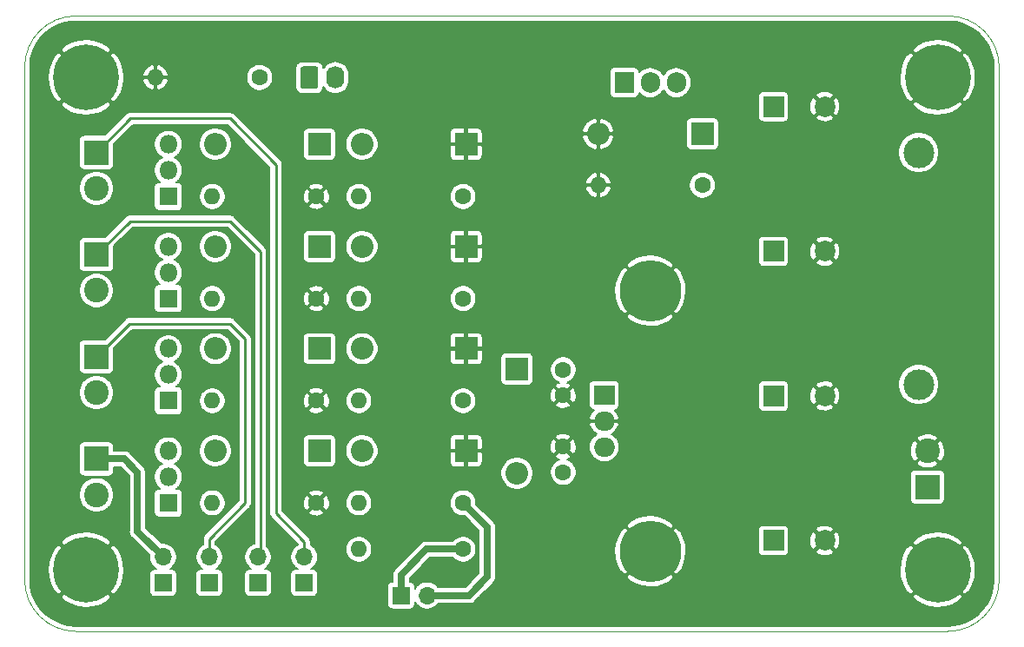
<source format=gbr>
%TF.GenerationSoftware,KiCad,Pcbnew,(5.1.8)-1*%
%TF.CreationDate,2021-01-26T19:05:28+01:00*%
%TF.ProjectId,psu,7073752e-6b69-4636-9164-5f7063625858,rev?*%
%TF.SameCoordinates,Original*%
%TF.FileFunction,Copper,L2,Bot*%
%TF.FilePolarity,Positive*%
%FSLAX46Y46*%
G04 Gerber Fmt 4.6, Leading zero omitted, Abs format (unit mm)*
G04 Created by KiCad (PCBNEW (5.1.8)-1) date 2021-01-26 19:05:28*
%MOMM*%
%LPD*%
G01*
G04 APERTURE LIST*
%TA.AperFunction,Profile*%
%ADD10C,0.050000*%
%TD*%
%TA.AperFunction,ComponentPad*%
%ADD11R,2.000000X2.000000*%
%TD*%
%TA.AperFunction,ComponentPad*%
%ADD12C,2.000000*%
%TD*%
%TA.AperFunction,ComponentPad*%
%ADD13C,1.600000*%
%TD*%
%TA.AperFunction,ComponentPad*%
%ADD14O,2.200000X2.200000*%
%TD*%
%TA.AperFunction,ComponentPad*%
%ADD15R,2.200000X2.200000*%
%TD*%
%TA.AperFunction,ComponentPad*%
%ADD16O,1.740000X2.190000*%
%TD*%
%TA.AperFunction,ComponentPad*%
%ADD17C,3.000000*%
%TD*%
%TA.AperFunction,ComponentPad*%
%ADD18R,2.400000X2.400000*%
%TD*%
%TA.AperFunction,ComponentPad*%
%ADD19C,2.400000*%
%TD*%
%TA.AperFunction,ComponentPad*%
%ADD20R,1.700000X1.700000*%
%TD*%
%TA.AperFunction,ComponentPad*%
%ADD21O,1.700000X1.700000*%
%TD*%
%TA.AperFunction,ComponentPad*%
%ADD22O,1.800000X1.800000*%
%TD*%
%TA.AperFunction,ComponentPad*%
%ADD23R,1.800000X1.800000*%
%TD*%
%TA.AperFunction,ComponentPad*%
%ADD24R,1.905000X2.000000*%
%TD*%
%TA.AperFunction,ComponentPad*%
%ADD25O,1.905000X2.000000*%
%TD*%
%TA.AperFunction,ComponentPad*%
%ADD26O,1.600000X1.600000*%
%TD*%
%TA.AperFunction,ComponentPad*%
%ADD27O,2.000000X1.905000*%
%TD*%
%TA.AperFunction,ComponentPad*%
%ADD28R,2.000000X1.905000*%
%TD*%
%TA.AperFunction,ComponentPad*%
%ADD29C,6.000000*%
%TD*%
%TA.AperFunction,ComponentPad*%
%ADD30C,6.400000*%
%TD*%
%TA.AperFunction,ComponentPad*%
%ADD31C,0.800000*%
%TD*%
%TA.AperFunction,Conductor*%
%ADD32C,0.650000*%
%TD*%
%TA.AperFunction,Conductor*%
%ADD33C,0.250000*%
%TD*%
%TA.AperFunction,Conductor*%
%ADD34C,0.200000*%
%TD*%
%TA.AperFunction,Conductor*%
%ADD35C,0.100000*%
%TD*%
G04 APERTURE END LIST*
D10*
X85000000Y-110000000D02*
G75*
G02*
X80000000Y-105000000I0J5000000D01*
G01*
X175000000Y-105000000D02*
G75*
G02*
X170000000Y-110000000I-5000000J0D01*
G01*
X170000000Y-50000000D02*
G75*
G02*
X175000000Y-55000000I0J-5000000D01*
G01*
X80000000Y-55000000D02*
G75*
G02*
X85000000Y-50000000I5000000J0D01*
G01*
X175000000Y-55000000D02*
X175000000Y-105000000D01*
X85000000Y-110000000D02*
X170000000Y-110000000D01*
X85000000Y-50000000D02*
X170000000Y-50000000D01*
X80000000Y-55000000D02*
X80000000Y-105000000D01*
D11*
%TO.P,C1,1*%
%TO.N,Net-(C1-Pad1)*%
X153000000Y-58850000D03*
D12*
%TO.P,C1,2*%
%TO.N,GND*%
X158000000Y-58850000D03*
%TD*%
D11*
%TO.P,C2,1*%
%TO.N,Net-(C1-Pad1)*%
X153000000Y-72950000D03*
D12*
%TO.P,C2,2*%
%TO.N,GND*%
X158000000Y-72950000D03*
%TD*%
%TO.P,C3,2*%
%TO.N,GND*%
X158000000Y-87050000D03*
D11*
%TO.P,C3,1*%
%TO.N,Net-(C1-Pad1)*%
X153000000Y-87050000D03*
%TD*%
D12*
%TO.P,C4,2*%
%TO.N,GND*%
X158000000Y-101150000D03*
D11*
%TO.P,C4,1*%
%TO.N,Net-(C1-Pad1)*%
X153000000Y-101150000D03*
%TD*%
D13*
%TO.P,C5,1*%
%TO.N,Net-(C1-Pad1)*%
X132500000Y-84500000D03*
%TO.P,C5,2*%
%TO.N,GND*%
X132500000Y-87000000D03*
%TD*%
%TO.P,C6,2*%
%TO.N,GND*%
X132500000Y-92000000D03*
%TO.P,C6,1*%
%TO.N,OUT*%
X132500000Y-94500000D03*
%TD*%
D14*
%TO.P,D1,2*%
%TO.N,Net-(D1-Pad2)*%
X98590000Y-92400000D03*
D15*
%TO.P,D1,1*%
%TO.N,Net-(D1-Pad1)*%
X108750000Y-92400000D03*
%TD*%
%TO.P,D2,1*%
%TO.N,Net-(D2-Pad1)*%
X108750000Y-82440000D03*
D14*
%TO.P,D2,2*%
%TO.N,Net-(D2-Pad2)*%
X98590000Y-82440000D03*
%TD*%
%TO.P,D3,2*%
%TO.N,Net-(D3-Pad2)*%
X98590000Y-72480000D03*
D15*
%TO.P,D3,1*%
%TO.N,Net-(D3-Pad1)*%
X108750000Y-72480000D03*
%TD*%
%TO.P,D4,1*%
%TO.N,Net-(D4-Pad1)*%
X108750000Y-62520000D03*
D14*
%TO.P,D4,2*%
%TO.N,Net-(D4-Pad2)*%
X98590000Y-62520000D03*
%TD*%
D15*
%TO.P,D5,1*%
%TO.N,GND*%
X123034999Y-92400000D03*
D14*
%TO.P,D5,2*%
%TO.N,Net-(D1-Pad1)*%
X112874999Y-92400000D03*
%TD*%
D15*
%TO.P,D6,1*%
%TO.N,GND*%
X123034999Y-82440000D03*
D14*
%TO.P,D6,2*%
%TO.N,Net-(D2-Pad1)*%
X112874999Y-82440000D03*
%TD*%
%TO.P,D7,2*%
%TO.N,Net-(D3-Pad1)*%
X112874999Y-72480000D03*
D15*
%TO.P,D7,1*%
%TO.N,GND*%
X123034999Y-72480000D03*
%TD*%
D14*
%TO.P,D8,2*%
%TO.N,Net-(D4-Pad1)*%
X112874999Y-62520000D03*
D15*
%TO.P,D8,1*%
%TO.N,GND*%
X123034999Y-62520000D03*
%TD*%
D14*
%TO.P,D9,2*%
%TO.N,OUT*%
X128000000Y-94580000D03*
D15*
%TO.P,D9,1*%
%TO.N,Net-(C1-Pad1)*%
X128000000Y-84420000D03*
%TD*%
%TO.P,D10,1*%
%TO.N,Net-(D10-Pad1)*%
%TA.AperFunction,ComponentPad*%
G36*
G01*
X106880000Y-56865001D02*
X106880000Y-55174999D01*
G75*
G02*
X107129999Y-54925000I249999J0D01*
G01*
X108370001Y-54925000D01*
G75*
G02*
X108620000Y-55174999I0J-249999D01*
G01*
X108620000Y-56865001D01*
G75*
G02*
X108370001Y-57115000I-249999J0D01*
G01*
X107129999Y-57115000D01*
G75*
G02*
X106880000Y-56865001I0J249999D01*
G01*
G37*
%TD.AperFunction*%
D16*
%TO.P,D10,2*%
%TO.N,OUT*%
X110290000Y-56020000D03*
%TD*%
D15*
%TO.P,D11,1*%
%TO.N,Net-(C1-Pad1)*%
X146080000Y-61500000D03*
D14*
%TO.P,D11,2*%
%TO.N,GND*%
X135920000Y-61500000D03*
%TD*%
D17*
%TO.P,F1,1*%
%TO.N,Net-(F1-Pad1)*%
X167150000Y-63333333D03*
%TO.P,F1,2*%
%TO.N,+7.5V*%
X167150000Y-85933333D03*
%TD*%
D18*
%TO.P,J1,1*%
%TO.N,Net-(J1-Pad1)*%
X87000000Y-93190000D03*
D19*
%TO.P,J1,2*%
%TO.N,Net-(J1-Pad2)*%
X87000000Y-96690000D03*
%TD*%
%TO.P,J2,2*%
%TO.N,Net-(J2-Pad2)*%
X87000000Y-86730000D03*
D18*
%TO.P,J2,1*%
%TO.N,Net-(J2-Pad1)*%
X87000000Y-83230000D03*
%TD*%
D19*
%TO.P,J3,2*%
%TO.N,Net-(J3-Pad2)*%
X87000000Y-76770000D03*
D18*
%TO.P,J3,1*%
%TO.N,Net-(J3-Pad1)*%
X87000000Y-73270000D03*
%TD*%
%TO.P,J4,1*%
%TO.N,Net-(J4-Pad1)*%
X87000000Y-63310000D03*
D19*
%TO.P,J4,2*%
%TO.N,Net-(J4-Pad2)*%
X87000000Y-66810000D03*
%TD*%
D18*
%TO.P,J5,1*%
%TO.N,+7.5V*%
X168000000Y-95916666D03*
D19*
%TO.P,J5,2*%
%TO.N,GND*%
X168000000Y-92416666D03*
%TD*%
D20*
%TO.P,JP1,1*%
%TO.N,OUT*%
X93500000Y-105275000D03*
D21*
%TO.P,JP1,2*%
%TO.N,Net-(J1-Pad1)*%
X93500000Y-102735000D03*
%TD*%
%TO.P,JP2,2*%
%TO.N,Net-(J2-Pad1)*%
X98000000Y-102735000D03*
D20*
%TO.P,JP2,1*%
%TO.N,OUT*%
X98000000Y-105275000D03*
%TD*%
%TO.P,JP3,1*%
%TO.N,OUT*%
X102750000Y-105275000D03*
D21*
%TO.P,JP3,2*%
%TO.N,Net-(J3-Pad1)*%
X102750000Y-102735000D03*
%TD*%
%TO.P,JP4,2*%
%TO.N,Net-(J4-Pad1)*%
X107250000Y-102735000D03*
D20*
%TO.P,JP4,1*%
%TO.N,OUT*%
X107250000Y-105275000D03*
%TD*%
%TO.P,JP5,1*%
%TO.N,Net-(JP5-Pad1)*%
X116700000Y-106500000D03*
D21*
%TO.P,JP5,2*%
%TO.N,Net-(J1-Pad1)*%
X119240000Y-106500000D03*
%TD*%
D22*
%TO.P,Q1,3*%
%TO.N,Net-(D1-Pad2)*%
X94000000Y-92400000D03*
%TO.P,Q1,2*%
%TO.N,Net-(J1-Pad2)*%
X94000000Y-94940000D03*
D23*
%TO.P,Q1,1*%
%TO.N,Net-(Q1-Pad1)*%
X94000000Y-97480000D03*
%TD*%
%TO.P,Q2,1*%
%TO.N,Net-(Q2-Pad1)*%
X94000000Y-87520000D03*
D22*
%TO.P,Q2,2*%
%TO.N,Net-(J2-Pad2)*%
X94000000Y-84980000D03*
%TO.P,Q2,3*%
%TO.N,Net-(D2-Pad2)*%
X94000000Y-82440000D03*
%TD*%
%TO.P,Q3,3*%
%TO.N,Net-(D3-Pad2)*%
X94000000Y-72480000D03*
%TO.P,Q3,2*%
%TO.N,Net-(J3-Pad2)*%
X94000000Y-75020000D03*
D23*
%TO.P,Q3,1*%
%TO.N,Net-(Q3-Pad1)*%
X94000000Y-77560000D03*
%TD*%
%TO.P,Q4,1*%
%TO.N,Net-(Q4-Pad1)*%
X94000000Y-67600000D03*
D22*
%TO.P,Q4,2*%
%TO.N,Net-(J4-Pad2)*%
X94000000Y-65060000D03*
%TO.P,Q4,3*%
%TO.N,Net-(D4-Pad2)*%
X94000000Y-62520000D03*
%TD*%
D24*
%TO.P,Q5,1*%
%TO.N,Net-(Q5-Pad1)*%
X138460000Y-56500000D03*
D25*
%TO.P,Q5,2*%
%TO.N,Net-(F1-Pad1)*%
X141000000Y-56500000D03*
%TO.P,Q5,3*%
%TO.N,Net-(C1-Pad1)*%
X143540000Y-56500000D03*
%TD*%
D13*
%TO.P,R1,1*%
%TO.N,Net-(JP5-Pad1)*%
X122734999Y-102000000D03*
D26*
%TO.P,R1,2*%
%TO.N,Net-(D1-Pad2)*%
X112574999Y-102000000D03*
%TD*%
%TO.P,R2,2*%
%TO.N,Net-(D1-Pad2)*%
X112574999Y-97480000D03*
D13*
%TO.P,R2,1*%
%TO.N,Net-(J1-Pad1)*%
X122734999Y-97480000D03*
%TD*%
%TO.P,R3,1*%
%TO.N,Net-(J2-Pad1)*%
X122734999Y-87520000D03*
D26*
%TO.P,R3,2*%
%TO.N,Net-(D2-Pad2)*%
X112574999Y-87520000D03*
%TD*%
D13*
%TO.P,R4,1*%
%TO.N,Net-(J3-Pad1)*%
X122734999Y-77560000D03*
D26*
%TO.P,R4,2*%
%TO.N,Net-(D3-Pad2)*%
X112574999Y-77560000D03*
%TD*%
D13*
%TO.P,R5,1*%
%TO.N,Net-(J4-Pad1)*%
X122734999Y-67600000D03*
D26*
%TO.P,R5,2*%
%TO.N,Net-(D4-Pad2)*%
X112574999Y-67600000D03*
%TD*%
D13*
%TO.P,R6,1*%
%TO.N,GND*%
X108450000Y-97480000D03*
D26*
%TO.P,R6,2*%
%TO.N,Net-(Q1-Pad1)*%
X98290000Y-97480000D03*
%TD*%
%TO.P,R7,2*%
%TO.N,Net-(Q2-Pad1)*%
X98290000Y-87520000D03*
D13*
%TO.P,R7,1*%
%TO.N,GND*%
X108450000Y-87520000D03*
%TD*%
D26*
%TO.P,R8,2*%
%TO.N,Net-(Q3-Pad1)*%
X98290000Y-77560000D03*
D13*
%TO.P,R8,1*%
%TO.N,GND*%
X108450000Y-77560000D03*
%TD*%
D26*
%TO.P,R9,2*%
%TO.N,Net-(Q4-Pad1)*%
X98290000Y-67600000D03*
D13*
%TO.P,R9,1*%
%TO.N,GND*%
X108450000Y-67600000D03*
%TD*%
D26*
%TO.P,R10,2*%
%TO.N,GND*%
X135920000Y-66500000D03*
D13*
%TO.P,R10,1*%
%TO.N,Net-(Q5-Pad1)*%
X146080000Y-66500000D03*
%TD*%
%TO.P,R11,1*%
%TO.N,Net-(D10-Pad1)*%
X102910000Y-56000000D03*
D26*
%TO.P,R11,2*%
%TO.N,GND*%
X92750000Y-56000000D03*
%TD*%
D27*
%TO.P,U1,3*%
%TO.N,OUT*%
X136500000Y-92040000D03*
%TO.P,U1,2*%
%TO.N,GND*%
X136500000Y-89500000D03*
D28*
%TO.P,U1,1*%
%TO.N,Net-(C1-Pad1)*%
X136500000Y-86960000D03*
%TD*%
D29*
%TO.P,HS1,1*%
%TO.N,GND*%
X141000000Y-76800000D03*
X141000000Y-102200000D03*
%TD*%
D30*
%TO.P,H1,1*%
%TO.N,GND*%
X86000000Y-56000000D03*
D31*
X88400000Y-56000000D03*
X87697056Y-57697056D03*
X86000000Y-58400000D03*
X84302944Y-57697056D03*
X83600000Y-56000000D03*
X84302944Y-54302944D03*
X86000000Y-53600000D03*
X87697056Y-54302944D03*
%TD*%
%TO.P,H2,1*%
%TO.N,GND*%
X170697056Y-54302944D03*
X169000000Y-53600000D03*
X167302944Y-54302944D03*
X166600000Y-56000000D03*
X167302944Y-57697056D03*
X169000000Y-58400000D03*
X170697056Y-57697056D03*
X171400000Y-56000000D03*
D30*
X169000000Y-56000000D03*
%TD*%
%TO.P,H3,1*%
%TO.N,GND*%
X169000000Y-104000000D03*
D31*
X171400000Y-104000000D03*
X170697056Y-105697056D03*
X169000000Y-106400000D03*
X167302944Y-105697056D03*
X166600000Y-104000000D03*
X167302944Y-102302944D03*
X169000000Y-101600000D03*
X170697056Y-102302944D03*
%TD*%
%TO.P,H4,1*%
%TO.N,GND*%
X87697056Y-102302944D03*
X86000000Y-101600000D03*
X84302944Y-102302944D03*
X83600000Y-104000000D03*
X84302944Y-105697056D03*
X86000000Y-106400000D03*
X87697056Y-105697056D03*
X88400000Y-104000000D03*
D30*
X86000000Y-104000000D03*
%TD*%
D32*
%TO.N,Net-(J1-Pad1)*%
X122734999Y-97480000D02*
X125100000Y-99845001D01*
X125100000Y-99845001D02*
X125100000Y-104700000D01*
X125100000Y-104700000D02*
X123300000Y-106500000D01*
X123300000Y-106500000D02*
X119240000Y-106500000D01*
X91000000Y-100235000D02*
X93500000Y-102735000D01*
X91000000Y-94500000D02*
X91000000Y-100235000D01*
X89690000Y-93190000D02*
X91000000Y-94500000D01*
X87000000Y-93190000D02*
X89690000Y-93190000D01*
D33*
%TO.N,Net-(J2-Pad1)*%
X100000000Y-80000000D02*
X90230000Y-80000000D01*
X90230000Y-80000000D02*
X87000000Y-83230000D01*
X101500000Y-81500000D02*
X100000000Y-80000000D01*
X101500000Y-97500000D02*
X101500000Y-81500000D01*
X98000000Y-101000000D02*
X101500000Y-97500000D01*
X98000000Y-102735000D02*
X98000000Y-101000000D01*
%TO.N,Net-(J3-Pad1)*%
X90270000Y-70000000D02*
X87000000Y-73270000D01*
X100000000Y-70000000D02*
X90270000Y-70000000D01*
X103000000Y-73000000D02*
X100000000Y-70000000D01*
X103000000Y-102485000D02*
X103000000Y-73000000D01*
X102750000Y-102735000D02*
X103000000Y-102485000D01*
%TO.N,Net-(J4-Pad1)*%
X90310000Y-60000000D02*
X87000000Y-63310000D01*
X104500000Y-64500000D02*
X100000000Y-60000000D01*
X100000000Y-60000000D02*
X90310000Y-60000000D01*
X104500000Y-98500000D02*
X104500000Y-64500000D01*
X107250000Y-101250000D02*
X104500000Y-98500000D01*
X107250000Y-102735000D02*
X107250000Y-101250000D01*
D32*
%TO.N,Net-(JP5-Pad1)*%
X116700000Y-106500000D02*
X116700000Y-104500000D01*
X119200000Y-102000000D02*
X122734999Y-102000000D01*
X116700000Y-104500000D02*
X119200000Y-102000000D01*
%TD*%
D34*
%TO.N,GND*%
X170792086Y-50597779D02*
X171559137Y-50807621D01*
X172276898Y-51149976D01*
X172922696Y-51614028D01*
X173476104Y-52185101D01*
X173919643Y-52845158D01*
X174239287Y-53573325D01*
X174425899Y-54350622D01*
X174475000Y-55019249D01*
X174475001Y-104976603D01*
X174402221Y-105792086D01*
X174192380Y-106559136D01*
X173850026Y-107276896D01*
X173385972Y-107922696D01*
X172814899Y-108476104D01*
X172154842Y-108919643D01*
X171426675Y-109239287D01*
X170649378Y-109425899D01*
X169980751Y-109475000D01*
X85023385Y-109475000D01*
X84207914Y-109402221D01*
X83440864Y-109192380D01*
X82723104Y-108850026D01*
X82077304Y-108385972D01*
X81523896Y-107814899D01*
X81080357Y-107154842D01*
X80841316Y-106610292D01*
X83531129Y-106610292D01*
X83896364Y-107065538D01*
X84534842Y-107417033D01*
X85229624Y-107637214D01*
X85954012Y-107717619D01*
X86680167Y-107655157D01*
X87380183Y-107452231D01*
X88027161Y-107116637D01*
X88103636Y-107065538D01*
X88468871Y-106610292D01*
X86000000Y-104141421D01*
X83531129Y-106610292D01*
X80841316Y-106610292D01*
X80760713Y-106426675D01*
X80574101Y-105649378D01*
X80525000Y-104980751D01*
X80525000Y-103954012D01*
X82282381Y-103954012D01*
X82344843Y-104680167D01*
X82547769Y-105380183D01*
X82883363Y-106027161D01*
X82934462Y-106103636D01*
X83389708Y-106468871D01*
X85858579Y-104000000D01*
X86141421Y-104000000D01*
X88610292Y-106468871D01*
X89065538Y-106103636D01*
X89417033Y-105465158D01*
X89637214Y-104770376D01*
X89717619Y-104045988D01*
X89655157Y-103319833D01*
X89452231Y-102619817D01*
X89116637Y-101972839D01*
X89065538Y-101896364D01*
X88610292Y-101531129D01*
X86141421Y-104000000D01*
X85858579Y-104000000D01*
X83389708Y-101531129D01*
X82934462Y-101896364D01*
X82582967Y-102534842D01*
X82362786Y-103229624D01*
X82282381Y-103954012D01*
X80525000Y-103954012D01*
X80525000Y-101389708D01*
X83531129Y-101389708D01*
X86000000Y-103858579D01*
X88468871Y-101389708D01*
X88103636Y-100934462D01*
X87465158Y-100582967D01*
X86770376Y-100362786D01*
X86045988Y-100282381D01*
X85319833Y-100344843D01*
X84619817Y-100547769D01*
X83972839Y-100883363D01*
X83896364Y-100934462D01*
X83531129Y-101389708D01*
X80525000Y-101389708D01*
X80525000Y-96522565D01*
X85300000Y-96522565D01*
X85300000Y-96857435D01*
X85365330Y-97185872D01*
X85493479Y-97495252D01*
X85679523Y-97773687D01*
X85916313Y-98010477D01*
X86194748Y-98196521D01*
X86504128Y-98324670D01*
X86832565Y-98390000D01*
X87167435Y-98390000D01*
X87495872Y-98324670D01*
X87805252Y-98196521D01*
X88083687Y-98010477D01*
X88320477Y-97773687D01*
X88506521Y-97495252D01*
X88634670Y-97185872D01*
X88700000Y-96857435D01*
X88700000Y-96522565D01*
X88634670Y-96194128D01*
X88506521Y-95884748D01*
X88320477Y-95606313D01*
X88083687Y-95369523D01*
X87805252Y-95183479D01*
X87495872Y-95055330D01*
X87167435Y-94990000D01*
X86832565Y-94990000D01*
X86504128Y-95055330D01*
X86194748Y-95183479D01*
X85916313Y-95369523D01*
X85679523Y-95606313D01*
X85493479Y-95884748D01*
X85365330Y-96194128D01*
X85300000Y-96522565D01*
X80525000Y-96522565D01*
X80525000Y-91990000D01*
X85297581Y-91990000D01*
X85297581Y-94390000D01*
X85307235Y-94488017D01*
X85335825Y-94582267D01*
X85382254Y-94669129D01*
X85444736Y-94745264D01*
X85520871Y-94807746D01*
X85607733Y-94854175D01*
X85701983Y-94882765D01*
X85800000Y-94892419D01*
X88200000Y-94892419D01*
X88298017Y-94882765D01*
X88392267Y-94854175D01*
X88479129Y-94807746D01*
X88555264Y-94745264D01*
X88617746Y-94669129D01*
X88664175Y-94582267D01*
X88692765Y-94488017D01*
X88702419Y-94390000D01*
X88702419Y-94015000D01*
X89348275Y-94015000D01*
X90175000Y-94841726D01*
X90175001Y-100194477D01*
X90171010Y-100235000D01*
X90186938Y-100396728D01*
X90228665Y-100534281D01*
X90234113Y-100552241D01*
X90310720Y-100695563D01*
X90413816Y-100821185D01*
X90445291Y-100847016D01*
X92158347Y-102560073D01*
X92150000Y-102602037D01*
X92150000Y-102867963D01*
X92201880Y-103128780D01*
X92303646Y-103374465D01*
X92451387Y-103595575D01*
X92639425Y-103783613D01*
X92847405Y-103922581D01*
X92650000Y-103922581D01*
X92551983Y-103932235D01*
X92457733Y-103960825D01*
X92370871Y-104007254D01*
X92294736Y-104069736D01*
X92232254Y-104145871D01*
X92185825Y-104232733D01*
X92157235Y-104326983D01*
X92147581Y-104425000D01*
X92147581Y-106125000D01*
X92157235Y-106223017D01*
X92185825Y-106317267D01*
X92232254Y-106404129D01*
X92294736Y-106480264D01*
X92370871Y-106542746D01*
X92457733Y-106589175D01*
X92551983Y-106617765D01*
X92650000Y-106627419D01*
X94350000Y-106627419D01*
X94448017Y-106617765D01*
X94542267Y-106589175D01*
X94629129Y-106542746D01*
X94705264Y-106480264D01*
X94767746Y-106404129D01*
X94814175Y-106317267D01*
X94842765Y-106223017D01*
X94852419Y-106125000D01*
X94852419Y-104425000D01*
X94842765Y-104326983D01*
X94814175Y-104232733D01*
X94767746Y-104145871D01*
X94705264Y-104069736D01*
X94629129Y-104007254D01*
X94542267Y-103960825D01*
X94448017Y-103932235D01*
X94350000Y-103922581D01*
X94152595Y-103922581D01*
X94360575Y-103783613D01*
X94548613Y-103595575D01*
X94696354Y-103374465D01*
X94798120Y-103128780D01*
X94850000Y-102867963D01*
X94850000Y-102602037D01*
X94798120Y-102341220D01*
X94696354Y-102095535D01*
X94548613Y-101874425D01*
X94360575Y-101686387D01*
X94139465Y-101538646D01*
X93893780Y-101436880D01*
X93632963Y-101385000D01*
X93367037Y-101385000D01*
X93325073Y-101393347D01*
X91825000Y-99893275D01*
X91825000Y-96580000D01*
X92597581Y-96580000D01*
X92597581Y-98380000D01*
X92607235Y-98478017D01*
X92635825Y-98572267D01*
X92682254Y-98659129D01*
X92744736Y-98735264D01*
X92820871Y-98797746D01*
X92907733Y-98844175D01*
X93001983Y-98872765D01*
X93100000Y-98882419D01*
X94900000Y-98882419D01*
X94998017Y-98872765D01*
X95092267Y-98844175D01*
X95179129Y-98797746D01*
X95255264Y-98735264D01*
X95317746Y-98659129D01*
X95364175Y-98572267D01*
X95392765Y-98478017D01*
X95402419Y-98380000D01*
X95402419Y-97351961D01*
X96990000Y-97351961D01*
X96990000Y-97608039D01*
X97039958Y-97859196D01*
X97137955Y-98095781D01*
X97280224Y-98308702D01*
X97461298Y-98489776D01*
X97674219Y-98632045D01*
X97910804Y-98730042D01*
X98161961Y-98780000D01*
X98418039Y-98780000D01*
X98669196Y-98730042D01*
X98905781Y-98632045D01*
X99118702Y-98489776D01*
X99299776Y-98308702D01*
X99442045Y-98095781D01*
X99540042Y-97859196D01*
X99590000Y-97608039D01*
X99590000Y-97351961D01*
X99540042Y-97100804D01*
X99442045Y-96864219D01*
X99299776Y-96651298D01*
X99118702Y-96470224D01*
X98905781Y-96327955D01*
X98669196Y-96229958D01*
X98418039Y-96180000D01*
X98161961Y-96180000D01*
X97910804Y-96229958D01*
X97674219Y-96327955D01*
X97461298Y-96470224D01*
X97280224Y-96651298D01*
X97137955Y-96864219D01*
X97039958Y-97100804D01*
X96990000Y-97351961D01*
X95402419Y-97351961D01*
X95402419Y-96580000D01*
X95392765Y-96481983D01*
X95364175Y-96387733D01*
X95317746Y-96300871D01*
X95255264Y-96224736D01*
X95179129Y-96162254D01*
X95092267Y-96115825D01*
X94998017Y-96087235D01*
X94900000Y-96077581D01*
X94817423Y-96077581D01*
X94892448Y-96027451D01*
X95087451Y-95832448D01*
X95240664Y-95603149D01*
X95346199Y-95348365D01*
X95400000Y-95077888D01*
X95400000Y-94802112D01*
X95346199Y-94531635D01*
X95240664Y-94276851D01*
X95087451Y-94047552D01*
X94892448Y-93852549D01*
X94663149Y-93699336D01*
X94592326Y-93670000D01*
X94663149Y-93640664D01*
X94892448Y-93487451D01*
X95087451Y-93292448D01*
X95240664Y-93063149D01*
X95346199Y-92808365D01*
X95400000Y-92537888D01*
X95400000Y-92262112D01*
X95396082Y-92242414D01*
X96990000Y-92242414D01*
X96990000Y-92557586D01*
X97051487Y-92866703D01*
X97172098Y-93157884D01*
X97347199Y-93419941D01*
X97570059Y-93642801D01*
X97832116Y-93817902D01*
X98123297Y-93938513D01*
X98432414Y-94000000D01*
X98747586Y-94000000D01*
X99056703Y-93938513D01*
X99347884Y-93817902D01*
X99609941Y-93642801D01*
X99832801Y-93419941D01*
X100007902Y-93157884D01*
X100128513Y-92866703D01*
X100190000Y-92557586D01*
X100190000Y-92242414D01*
X100128513Y-91933297D01*
X100007902Y-91642116D01*
X99832801Y-91380059D01*
X99609941Y-91157199D01*
X99347884Y-90982098D01*
X99056703Y-90861487D01*
X98747586Y-90800000D01*
X98432414Y-90800000D01*
X98123297Y-90861487D01*
X97832116Y-90982098D01*
X97570059Y-91157199D01*
X97347199Y-91380059D01*
X97172098Y-91642116D01*
X97051487Y-91933297D01*
X96990000Y-92242414D01*
X95396082Y-92242414D01*
X95346199Y-91991635D01*
X95240664Y-91736851D01*
X95087451Y-91507552D01*
X94892448Y-91312549D01*
X94663149Y-91159336D01*
X94408365Y-91053801D01*
X94137888Y-91000000D01*
X93862112Y-91000000D01*
X93591635Y-91053801D01*
X93336851Y-91159336D01*
X93107552Y-91312549D01*
X92912549Y-91507552D01*
X92759336Y-91736851D01*
X92653801Y-91991635D01*
X92600000Y-92262112D01*
X92600000Y-92537888D01*
X92653801Y-92808365D01*
X92759336Y-93063149D01*
X92912549Y-93292448D01*
X93107552Y-93487451D01*
X93336851Y-93640664D01*
X93407674Y-93670000D01*
X93336851Y-93699336D01*
X93107552Y-93852549D01*
X92912549Y-94047552D01*
X92759336Y-94276851D01*
X92653801Y-94531635D01*
X92600000Y-94802112D01*
X92600000Y-95077888D01*
X92653801Y-95348365D01*
X92759336Y-95603149D01*
X92912549Y-95832448D01*
X93107552Y-96027451D01*
X93182577Y-96077581D01*
X93100000Y-96077581D01*
X93001983Y-96087235D01*
X92907733Y-96115825D01*
X92820871Y-96162254D01*
X92744736Y-96224736D01*
X92682254Y-96300871D01*
X92635825Y-96387733D01*
X92607235Y-96481983D01*
X92597581Y-96580000D01*
X91825000Y-96580000D01*
X91825000Y-94540513D01*
X91828990Y-94500000D01*
X91825000Y-94459487D01*
X91825000Y-94459479D01*
X91813062Y-94338272D01*
X91775440Y-94214247D01*
X91765888Y-94182758D01*
X91739203Y-94132836D01*
X91689281Y-94039437D01*
X91586185Y-93913815D01*
X91554711Y-93887985D01*
X90302021Y-92635296D01*
X90276185Y-92603815D01*
X90150563Y-92500719D01*
X90007241Y-92424112D01*
X89851728Y-92376938D01*
X89730521Y-92365000D01*
X89730513Y-92365000D01*
X89690000Y-92361010D01*
X89649487Y-92365000D01*
X88702419Y-92365000D01*
X88702419Y-91990000D01*
X88692765Y-91891983D01*
X88664175Y-91797733D01*
X88617746Y-91710871D01*
X88555264Y-91634736D01*
X88479129Y-91572254D01*
X88392267Y-91525825D01*
X88298017Y-91497235D01*
X88200000Y-91487581D01*
X85800000Y-91487581D01*
X85701983Y-91497235D01*
X85607733Y-91525825D01*
X85520871Y-91572254D01*
X85444736Y-91634736D01*
X85382254Y-91710871D01*
X85335825Y-91797733D01*
X85307235Y-91891983D01*
X85297581Y-91990000D01*
X80525000Y-91990000D01*
X80525000Y-86562565D01*
X85300000Y-86562565D01*
X85300000Y-86897435D01*
X85365330Y-87225872D01*
X85493479Y-87535252D01*
X85679523Y-87813687D01*
X85916313Y-88050477D01*
X86194748Y-88236521D01*
X86504128Y-88364670D01*
X86832565Y-88430000D01*
X87167435Y-88430000D01*
X87495872Y-88364670D01*
X87805252Y-88236521D01*
X88083687Y-88050477D01*
X88320477Y-87813687D01*
X88506521Y-87535252D01*
X88634670Y-87225872D01*
X88700000Y-86897435D01*
X88700000Y-86620000D01*
X92597581Y-86620000D01*
X92597581Y-88420000D01*
X92607235Y-88518017D01*
X92635825Y-88612267D01*
X92682254Y-88699129D01*
X92744736Y-88775264D01*
X92820871Y-88837746D01*
X92907733Y-88884175D01*
X93001983Y-88912765D01*
X93100000Y-88922419D01*
X94900000Y-88922419D01*
X94998017Y-88912765D01*
X95092267Y-88884175D01*
X95179129Y-88837746D01*
X95255264Y-88775264D01*
X95317746Y-88699129D01*
X95364175Y-88612267D01*
X95392765Y-88518017D01*
X95402419Y-88420000D01*
X95402419Y-87391961D01*
X96990000Y-87391961D01*
X96990000Y-87648039D01*
X97039958Y-87899196D01*
X97137955Y-88135781D01*
X97280224Y-88348702D01*
X97461298Y-88529776D01*
X97674219Y-88672045D01*
X97910804Y-88770042D01*
X98161961Y-88820000D01*
X98418039Y-88820000D01*
X98669196Y-88770042D01*
X98905781Y-88672045D01*
X99118702Y-88529776D01*
X99299776Y-88348702D01*
X99442045Y-88135781D01*
X99540042Y-87899196D01*
X99590000Y-87648039D01*
X99590000Y-87391961D01*
X99540042Y-87140804D01*
X99442045Y-86904219D01*
X99299776Y-86691298D01*
X99118702Y-86510224D01*
X98905781Y-86367955D01*
X98669196Y-86269958D01*
X98418039Y-86220000D01*
X98161961Y-86220000D01*
X97910804Y-86269958D01*
X97674219Y-86367955D01*
X97461298Y-86510224D01*
X97280224Y-86691298D01*
X97137955Y-86904219D01*
X97039958Y-87140804D01*
X96990000Y-87391961D01*
X95402419Y-87391961D01*
X95402419Y-86620000D01*
X95392765Y-86521983D01*
X95364175Y-86427733D01*
X95317746Y-86340871D01*
X95255264Y-86264736D01*
X95179129Y-86202254D01*
X95092267Y-86155825D01*
X94998017Y-86127235D01*
X94900000Y-86117581D01*
X94817423Y-86117581D01*
X94892448Y-86067451D01*
X95087451Y-85872448D01*
X95240664Y-85643149D01*
X95346199Y-85388365D01*
X95400000Y-85117888D01*
X95400000Y-84842112D01*
X95346199Y-84571635D01*
X95240664Y-84316851D01*
X95087451Y-84087552D01*
X94892448Y-83892549D01*
X94663149Y-83739336D01*
X94592326Y-83710000D01*
X94663149Y-83680664D01*
X94892448Y-83527451D01*
X95087451Y-83332448D01*
X95240664Y-83103149D01*
X95346199Y-82848365D01*
X95400000Y-82577888D01*
X95400000Y-82302112D01*
X95396082Y-82282414D01*
X96990000Y-82282414D01*
X96990000Y-82597586D01*
X97051487Y-82906703D01*
X97172098Y-83197884D01*
X97347199Y-83459941D01*
X97570059Y-83682801D01*
X97832116Y-83857902D01*
X98123297Y-83978513D01*
X98432414Y-84040000D01*
X98747586Y-84040000D01*
X99056703Y-83978513D01*
X99347884Y-83857902D01*
X99609941Y-83682801D01*
X99832801Y-83459941D01*
X100007902Y-83197884D01*
X100128513Y-82906703D01*
X100190000Y-82597586D01*
X100190000Y-82282414D01*
X100128513Y-81973297D01*
X100007902Y-81682116D01*
X99832801Y-81420059D01*
X99609941Y-81197199D01*
X99347884Y-81022098D01*
X99056703Y-80901487D01*
X98747586Y-80840000D01*
X98432414Y-80840000D01*
X98123297Y-80901487D01*
X97832116Y-81022098D01*
X97570059Y-81197199D01*
X97347199Y-81420059D01*
X97172098Y-81682116D01*
X97051487Y-81973297D01*
X96990000Y-82282414D01*
X95396082Y-82282414D01*
X95346199Y-82031635D01*
X95240664Y-81776851D01*
X95087451Y-81547552D01*
X94892448Y-81352549D01*
X94663149Y-81199336D01*
X94408365Y-81093801D01*
X94137888Y-81040000D01*
X93862112Y-81040000D01*
X93591635Y-81093801D01*
X93336851Y-81199336D01*
X93107552Y-81352549D01*
X92912549Y-81547552D01*
X92759336Y-81776851D01*
X92653801Y-82031635D01*
X92600000Y-82302112D01*
X92600000Y-82577888D01*
X92653801Y-82848365D01*
X92759336Y-83103149D01*
X92912549Y-83332448D01*
X93107552Y-83527451D01*
X93336851Y-83680664D01*
X93407674Y-83710000D01*
X93336851Y-83739336D01*
X93107552Y-83892549D01*
X92912549Y-84087552D01*
X92759336Y-84316851D01*
X92653801Y-84571635D01*
X92600000Y-84842112D01*
X92600000Y-85117888D01*
X92653801Y-85388365D01*
X92759336Y-85643149D01*
X92912549Y-85872448D01*
X93107552Y-86067451D01*
X93182577Y-86117581D01*
X93100000Y-86117581D01*
X93001983Y-86127235D01*
X92907733Y-86155825D01*
X92820871Y-86202254D01*
X92744736Y-86264736D01*
X92682254Y-86340871D01*
X92635825Y-86427733D01*
X92607235Y-86521983D01*
X92597581Y-86620000D01*
X88700000Y-86620000D01*
X88700000Y-86562565D01*
X88634670Y-86234128D01*
X88506521Y-85924748D01*
X88320477Y-85646313D01*
X88083687Y-85409523D01*
X87805252Y-85223479D01*
X87495872Y-85095330D01*
X87167435Y-85030000D01*
X86832565Y-85030000D01*
X86504128Y-85095330D01*
X86194748Y-85223479D01*
X85916313Y-85409523D01*
X85679523Y-85646313D01*
X85493479Y-85924748D01*
X85365330Y-86234128D01*
X85300000Y-86562565D01*
X80525000Y-86562565D01*
X80525000Y-82030000D01*
X85297581Y-82030000D01*
X85297581Y-84430000D01*
X85307235Y-84528017D01*
X85335825Y-84622267D01*
X85382254Y-84709129D01*
X85444736Y-84785264D01*
X85520871Y-84847746D01*
X85607733Y-84894175D01*
X85701983Y-84922765D01*
X85800000Y-84932419D01*
X88200000Y-84932419D01*
X88298017Y-84922765D01*
X88392267Y-84894175D01*
X88479129Y-84847746D01*
X88555264Y-84785264D01*
X88617746Y-84709129D01*
X88664175Y-84622267D01*
X88692765Y-84528017D01*
X88702419Y-84430000D01*
X88702419Y-82411463D01*
X90488883Y-80625000D01*
X99741118Y-80625000D01*
X100875001Y-81758884D01*
X100875000Y-97241116D01*
X97579772Y-100536346D01*
X97555921Y-100555920D01*
X97477818Y-100651089D01*
X97419782Y-100759666D01*
X97384044Y-100877479D01*
X97379435Y-100924281D01*
X97371977Y-101000000D01*
X97375001Y-101030704D01*
X97375001Y-101532654D01*
X97360535Y-101538646D01*
X97139425Y-101686387D01*
X96951387Y-101874425D01*
X96803646Y-102095535D01*
X96701880Y-102341220D01*
X96650000Y-102602037D01*
X96650000Y-102867963D01*
X96701880Y-103128780D01*
X96803646Y-103374465D01*
X96951387Y-103595575D01*
X97139425Y-103783613D01*
X97347405Y-103922581D01*
X97150000Y-103922581D01*
X97051983Y-103932235D01*
X96957733Y-103960825D01*
X96870871Y-104007254D01*
X96794736Y-104069736D01*
X96732254Y-104145871D01*
X96685825Y-104232733D01*
X96657235Y-104326983D01*
X96647581Y-104425000D01*
X96647581Y-106125000D01*
X96657235Y-106223017D01*
X96685825Y-106317267D01*
X96732254Y-106404129D01*
X96794736Y-106480264D01*
X96870871Y-106542746D01*
X96957733Y-106589175D01*
X97051983Y-106617765D01*
X97150000Y-106627419D01*
X98850000Y-106627419D01*
X98948017Y-106617765D01*
X99042267Y-106589175D01*
X99129129Y-106542746D01*
X99205264Y-106480264D01*
X99267746Y-106404129D01*
X99314175Y-106317267D01*
X99342765Y-106223017D01*
X99352419Y-106125000D01*
X99352419Y-104425000D01*
X99342765Y-104326983D01*
X99314175Y-104232733D01*
X99267746Y-104145871D01*
X99205264Y-104069736D01*
X99129129Y-104007254D01*
X99042267Y-103960825D01*
X98948017Y-103932235D01*
X98850000Y-103922581D01*
X98652595Y-103922581D01*
X98860575Y-103783613D01*
X99048613Y-103595575D01*
X99196354Y-103374465D01*
X99298120Y-103128780D01*
X99350000Y-102867963D01*
X99350000Y-102602037D01*
X99298120Y-102341220D01*
X99196354Y-102095535D01*
X99048613Y-101874425D01*
X98860575Y-101686387D01*
X98639465Y-101538646D01*
X98625000Y-101532654D01*
X98625000Y-101258882D01*
X101920236Y-97963648D01*
X101944080Y-97944080D01*
X101964021Y-97919782D01*
X102022182Y-97848913D01*
X102080218Y-97740336D01*
X102080219Y-97740333D01*
X102115957Y-97622521D01*
X102125000Y-97530704D01*
X102125000Y-97530695D01*
X102128023Y-97500001D01*
X102125000Y-97469307D01*
X102125000Y-81530693D01*
X102128023Y-81499999D01*
X102125000Y-81469305D01*
X102125000Y-81469296D01*
X102115957Y-81377479D01*
X102080219Y-81259666D01*
X102047972Y-81199336D01*
X102022182Y-81151087D01*
X101963652Y-81079769D01*
X101944080Y-81055920D01*
X101920229Y-81036346D01*
X100463658Y-79579776D01*
X100444080Y-79555920D01*
X100348911Y-79477817D01*
X100240334Y-79419781D01*
X100122521Y-79384043D01*
X100030704Y-79375000D01*
X100030694Y-79375000D01*
X100000000Y-79371977D01*
X99969306Y-79375000D01*
X90260701Y-79375000D01*
X90230000Y-79371976D01*
X90199298Y-79375000D01*
X90199296Y-79375000D01*
X90107479Y-79384043D01*
X89989666Y-79419781D01*
X89881089Y-79477817D01*
X89785920Y-79555920D01*
X89766346Y-79579771D01*
X87818537Y-81527581D01*
X85800000Y-81527581D01*
X85701983Y-81537235D01*
X85607733Y-81565825D01*
X85520871Y-81612254D01*
X85444736Y-81674736D01*
X85382254Y-81750871D01*
X85335825Y-81837733D01*
X85307235Y-81931983D01*
X85297581Y-82030000D01*
X80525000Y-82030000D01*
X80525000Y-76602565D01*
X85300000Y-76602565D01*
X85300000Y-76937435D01*
X85365330Y-77265872D01*
X85493479Y-77575252D01*
X85679523Y-77853687D01*
X85916313Y-78090477D01*
X86194748Y-78276521D01*
X86504128Y-78404670D01*
X86832565Y-78470000D01*
X87167435Y-78470000D01*
X87495872Y-78404670D01*
X87805252Y-78276521D01*
X88083687Y-78090477D01*
X88320477Y-77853687D01*
X88506521Y-77575252D01*
X88634670Y-77265872D01*
X88700000Y-76937435D01*
X88700000Y-76660000D01*
X92597581Y-76660000D01*
X92597581Y-78460000D01*
X92607235Y-78558017D01*
X92635825Y-78652267D01*
X92682254Y-78739129D01*
X92744736Y-78815264D01*
X92820871Y-78877746D01*
X92907733Y-78924175D01*
X93001983Y-78952765D01*
X93100000Y-78962419D01*
X94900000Y-78962419D01*
X94998017Y-78952765D01*
X95092267Y-78924175D01*
X95179129Y-78877746D01*
X95255264Y-78815264D01*
X95317746Y-78739129D01*
X95364175Y-78652267D01*
X95392765Y-78558017D01*
X95402419Y-78460000D01*
X95402419Y-77431961D01*
X96990000Y-77431961D01*
X96990000Y-77688039D01*
X97039958Y-77939196D01*
X97137955Y-78175781D01*
X97280224Y-78388702D01*
X97461298Y-78569776D01*
X97674219Y-78712045D01*
X97910804Y-78810042D01*
X98161961Y-78860000D01*
X98418039Y-78860000D01*
X98669196Y-78810042D01*
X98905781Y-78712045D01*
X99118702Y-78569776D01*
X99299776Y-78388702D01*
X99442045Y-78175781D01*
X99540042Y-77939196D01*
X99590000Y-77688039D01*
X99590000Y-77431961D01*
X99540042Y-77180804D01*
X99442045Y-76944219D01*
X99299776Y-76731298D01*
X99118702Y-76550224D01*
X98905781Y-76407955D01*
X98669196Y-76309958D01*
X98418039Y-76260000D01*
X98161961Y-76260000D01*
X97910804Y-76309958D01*
X97674219Y-76407955D01*
X97461298Y-76550224D01*
X97280224Y-76731298D01*
X97137955Y-76944219D01*
X97039958Y-77180804D01*
X96990000Y-77431961D01*
X95402419Y-77431961D01*
X95402419Y-76660000D01*
X95392765Y-76561983D01*
X95364175Y-76467733D01*
X95317746Y-76380871D01*
X95255264Y-76304736D01*
X95179129Y-76242254D01*
X95092267Y-76195825D01*
X94998017Y-76167235D01*
X94900000Y-76157581D01*
X94817423Y-76157581D01*
X94892448Y-76107451D01*
X95087451Y-75912448D01*
X95240664Y-75683149D01*
X95346199Y-75428365D01*
X95400000Y-75157888D01*
X95400000Y-74882112D01*
X95346199Y-74611635D01*
X95240664Y-74356851D01*
X95087451Y-74127552D01*
X94892448Y-73932549D01*
X94663149Y-73779336D01*
X94592326Y-73750000D01*
X94663149Y-73720664D01*
X94892448Y-73567451D01*
X95087451Y-73372448D01*
X95240664Y-73143149D01*
X95346199Y-72888365D01*
X95400000Y-72617888D01*
X95400000Y-72342112D01*
X95396082Y-72322414D01*
X96990000Y-72322414D01*
X96990000Y-72637586D01*
X97051487Y-72946703D01*
X97172098Y-73237884D01*
X97347199Y-73499941D01*
X97570059Y-73722801D01*
X97832116Y-73897902D01*
X98123297Y-74018513D01*
X98432414Y-74080000D01*
X98747586Y-74080000D01*
X99056703Y-74018513D01*
X99347884Y-73897902D01*
X99609941Y-73722801D01*
X99832801Y-73499941D01*
X100007902Y-73237884D01*
X100128513Y-72946703D01*
X100190000Y-72637586D01*
X100190000Y-72322414D01*
X100128513Y-72013297D01*
X100007902Y-71722116D01*
X99832801Y-71460059D01*
X99609941Y-71237199D01*
X99347884Y-71062098D01*
X99056703Y-70941487D01*
X98747586Y-70880000D01*
X98432414Y-70880000D01*
X98123297Y-70941487D01*
X97832116Y-71062098D01*
X97570059Y-71237199D01*
X97347199Y-71460059D01*
X97172098Y-71722116D01*
X97051487Y-72013297D01*
X96990000Y-72322414D01*
X95396082Y-72322414D01*
X95346199Y-72071635D01*
X95240664Y-71816851D01*
X95087451Y-71587552D01*
X94892448Y-71392549D01*
X94663149Y-71239336D01*
X94408365Y-71133801D01*
X94137888Y-71080000D01*
X93862112Y-71080000D01*
X93591635Y-71133801D01*
X93336851Y-71239336D01*
X93107552Y-71392549D01*
X92912549Y-71587552D01*
X92759336Y-71816851D01*
X92653801Y-72071635D01*
X92600000Y-72342112D01*
X92600000Y-72617888D01*
X92653801Y-72888365D01*
X92759336Y-73143149D01*
X92912549Y-73372448D01*
X93107552Y-73567451D01*
X93336851Y-73720664D01*
X93407674Y-73750000D01*
X93336851Y-73779336D01*
X93107552Y-73932549D01*
X92912549Y-74127552D01*
X92759336Y-74356851D01*
X92653801Y-74611635D01*
X92600000Y-74882112D01*
X92600000Y-75157888D01*
X92653801Y-75428365D01*
X92759336Y-75683149D01*
X92912549Y-75912448D01*
X93107552Y-76107451D01*
X93182577Y-76157581D01*
X93100000Y-76157581D01*
X93001983Y-76167235D01*
X92907733Y-76195825D01*
X92820871Y-76242254D01*
X92744736Y-76304736D01*
X92682254Y-76380871D01*
X92635825Y-76467733D01*
X92607235Y-76561983D01*
X92597581Y-76660000D01*
X88700000Y-76660000D01*
X88700000Y-76602565D01*
X88634670Y-76274128D01*
X88506521Y-75964748D01*
X88320477Y-75686313D01*
X88083687Y-75449523D01*
X87805252Y-75263479D01*
X87495872Y-75135330D01*
X87167435Y-75070000D01*
X86832565Y-75070000D01*
X86504128Y-75135330D01*
X86194748Y-75263479D01*
X85916313Y-75449523D01*
X85679523Y-75686313D01*
X85493479Y-75964748D01*
X85365330Y-76274128D01*
X85300000Y-76602565D01*
X80525000Y-76602565D01*
X80525000Y-72070000D01*
X85297581Y-72070000D01*
X85297581Y-74470000D01*
X85307235Y-74568017D01*
X85335825Y-74662267D01*
X85382254Y-74749129D01*
X85444736Y-74825264D01*
X85520871Y-74887746D01*
X85607733Y-74934175D01*
X85701983Y-74962765D01*
X85800000Y-74972419D01*
X88200000Y-74972419D01*
X88298017Y-74962765D01*
X88392267Y-74934175D01*
X88479129Y-74887746D01*
X88555264Y-74825264D01*
X88617746Y-74749129D01*
X88664175Y-74662267D01*
X88692765Y-74568017D01*
X88702419Y-74470000D01*
X88702419Y-72451463D01*
X90528883Y-70625000D01*
X99741118Y-70625000D01*
X102375001Y-73258884D01*
X102375000Y-101433144D01*
X102356220Y-101436880D01*
X102110535Y-101538646D01*
X101889425Y-101686387D01*
X101701387Y-101874425D01*
X101553646Y-102095535D01*
X101451880Y-102341220D01*
X101400000Y-102602037D01*
X101400000Y-102867963D01*
X101451880Y-103128780D01*
X101553646Y-103374465D01*
X101701387Y-103595575D01*
X101889425Y-103783613D01*
X102097405Y-103922581D01*
X101900000Y-103922581D01*
X101801983Y-103932235D01*
X101707733Y-103960825D01*
X101620871Y-104007254D01*
X101544736Y-104069736D01*
X101482254Y-104145871D01*
X101435825Y-104232733D01*
X101407235Y-104326983D01*
X101397581Y-104425000D01*
X101397581Y-106125000D01*
X101407235Y-106223017D01*
X101435825Y-106317267D01*
X101482254Y-106404129D01*
X101544736Y-106480264D01*
X101620871Y-106542746D01*
X101707733Y-106589175D01*
X101801983Y-106617765D01*
X101900000Y-106627419D01*
X103600000Y-106627419D01*
X103698017Y-106617765D01*
X103792267Y-106589175D01*
X103879129Y-106542746D01*
X103955264Y-106480264D01*
X104017746Y-106404129D01*
X104064175Y-106317267D01*
X104092765Y-106223017D01*
X104102419Y-106125000D01*
X104102419Y-104425000D01*
X104092765Y-104326983D01*
X104064175Y-104232733D01*
X104017746Y-104145871D01*
X103955264Y-104069736D01*
X103879129Y-104007254D01*
X103792267Y-103960825D01*
X103698017Y-103932235D01*
X103600000Y-103922581D01*
X103402595Y-103922581D01*
X103610575Y-103783613D01*
X103798613Y-103595575D01*
X103946354Y-103374465D01*
X104048120Y-103128780D01*
X104100000Y-102867963D01*
X104100000Y-102602037D01*
X104048120Y-102341220D01*
X103946354Y-102095535D01*
X103798613Y-101874425D01*
X103625000Y-101700812D01*
X103625000Y-73030702D01*
X103628024Y-73000000D01*
X103625000Y-72969296D01*
X103615957Y-72877479D01*
X103580219Y-72759666D01*
X103546269Y-72696150D01*
X103522183Y-72651088D01*
X103463652Y-72579769D01*
X103444080Y-72555920D01*
X103420229Y-72536346D01*
X100463658Y-69579776D01*
X100444080Y-69555920D01*
X100348911Y-69477817D01*
X100240334Y-69419781D01*
X100122521Y-69384043D01*
X100030704Y-69375000D01*
X100030694Y-69375000D01*
X100000000Y-69371977D01*
X99969306Y-69375000D01*
X90300693Y-69375000D01*
X90269999Y-69371977D01*
X90239305Y-69375000D01*
X90239296Y-69375000D01*
X90147479Y-69384043D01*
X90029666Y-69419781D01*
X90029664Y-69419782D01*
X89921087Y-69477818D01*
X89873677Y-69516727D01*
X89825920Y-69555920D01*
X89806346Y-69579771D01*
X87818537Y-71567581D01*
X85800000Y-71567581D01*
X85701983Y-71577235D01*
X85607733Y-71605825D01*
X85520871Y-71652254D01*
X85444736Y-71714736D01*
X85382254Y-71790871D01*
X85335825Y-71877733D01*
X85307235Y-71971983D01*
X85297581Y-72070000D01*
X80525000Y-72070000D01*
X80525000Y-66642565D01*
X85300000Y-66642565D01*
X85300000Y-66977435D01*
X85365330Y-67305872D01*
X85493479Y-67615252D01*
X85679523Y-67893687D01*
X85916313Y-68130477D01*
X86194748Y-68316521D01*
X86504128Y-68444670D01*
X86832565Y-68510000D01*
X87167435Y-68510000D01*
X87495872Y-68444670D01*
X87805252Y-68316521D01*
X88083687Y-68130477D01*
X88320477Y-67893687D01*
X88506521Y-67615252D01*
X88634670Y-67305872D01*
X88700000Y-66977435D01*
X88700000Y-66700000D01*
X92597581Y-66700000D01*
X92597581Y-68500000D01*
X92607235Y-68598017D01*
X92635825Y-68692267D01*
X92682254Y-68779129D01*
X92744736Y-68855264D01*
X92820871Y-68917746D01*
X92907733Y-68964175D01*
X93001983Y-68992765D01*
X93100000Y-69002419D01*
X94900000Y-69002419D01*
X94998017Y-68992765D01*
X95092267Y-68964175D01*
X95179129Y-68917746D01*
X95255264Y-68855264D01*
X95317746Y-68779129D01*
X95364175Y-68692267D01*
X95392765Y-68598017D01*
X95402419Y-68500000D01*
X95402419Y-67471961D01*
X96990000Y-67471961D01*
X96990000Y-67728039D01*
X97039958Y-67979196D01*
X97137955Y-68215781D01*
X97280224Y-68428702D01*
X97461298Y-68609776D01*
X97674219Y-68752045D01*
X97910804Y-68850042D01*
X98161961Y-68900000D01*
X98418039Y-68900000D01*
X98669196Y-68850042D01*
X98905781Y-68752045D01*
X99118702Y-68609776D01*
X99299776Y-68428702D01*
X99442045Y-68215781D01*
X99540042Y-67979196D01*
X99590000Y-67728039D01*
X99590000Y-67471961D01*
X99540042Y-67220804D01*
X99442045Y-66984219D01*
X99299776Y-66771298D01*
X99118702Y-66590224D01*
X98905781Y-66447955D01*
X98669196Y-66349958D01*
X98418039Y-66300000D01*
X98161961Y-66300000D01*
X97910804Y-66349958D01*
X97674219Y-66447955D01*
X97461298Y-66590224D01*
X97280224Y-66771298D01*
X97137955Y-66984219D01*
X97039958Y-67220804D01*
X96990000Y-67471961D01*
X95402419Y-67471961D01*
X95402419Y-66700000D01*
X95392765Y-66601983D01*
X95364175Y-66507733D01*
X95317746Y-66420871D01*
X95255264Y-66344736D01*
X95179129Y-66282254D01*
X95092267Y-66235825D01*
X94998017Y-66207235D01*
X94900000Y-66197581D01*
X94817423Y-66197581D01*
X94892448Y-66147451D01*
X95087451Y-65952448D01*
X95240664Y-65723149D01*
X95346199Y-65468365D01*
X95400000Y-65197888D01*
X95400000Y-64922112D01*
X95346199Y-64651635D01*
X95240664Y-64396851D01*
X95087451Y-64167552D01*
X94892448Y-63972549D01*
X94663149Y-63819336D01*
X94592326Y-63790000D01*
X94663149Y-63760664D01*
X94892448Y-63607451D01*
X95087451Y-63412448D01*
X95240664Y-63183149D01*
X95346199Y-62928365D01*
X95400000Y-62657888D01*
X95400000Y-62382112D01*
X95396082Y-62362414D01*
X96990000Y-62362414D01*
X96990000Y-62677586D01*
X97051487Y-62986703D01*
X97172098Y-63277884D01*
X97347199Y-63539941D01*
X97570059Y-63762801D01*
X97832116Y-63937902D01*
X98123297Y-64058513D01*
X98432414Y-64120000D01*
X98747586Y-64120000D01*
X99056703Y-64058513D01*
X99347884Y-63937902D01*
X99609941Y-63762801D01*
X99832801Y-63539941D01*
X100007902Y-63277884D01*
X100128513Y-62986703D01*
X100190000Y-62677586D01*
X100190000Y-62362414D01*
X100128513Y-62053297D01*
X100007902Y-61762116D01*
X99832801Y-61500059D01*
X99609941Y-61277199D01*
X99347884Y-61102098D01*
X99056703Y-60981487D01*
X98747586Y-60920000D01*
X98432414Y-60920000D01*
X98123297Y-60981487D01*
X97832116Y-61102098D01*
X97570059Y-61277199D01*
X97347199Y-61500059D01*
X97172098Y-61762116D01*
X97051487Y-62053297D01*
X96990000Y-62362414D01*
X95396082Y-62362414D01*
X95346199Y-62111635D01*
X95240664Y-61856851D01*
X95087451Y-61627552D01*
X94892448Y-61432549D01*
X94663149Y-61279336D01*
X94408365Y-61173801D01*
X94137888Y-61120000D01*
X93862112Y-61120000D01*
X93591635Y-61173801D01*
X93336851Y-61279336D01*
X93107552Y-61432549D01*
X92912549Y-61627552D01*
X92759336Y-61856851D01*
X92653801Y-62111635D01*
X92600000Y-62382112D01*
X92600000Y-62657888D01*
X92653801Y-62928365D01*
X92759336Y-63183149D01*
X92912549Y-63412448D01*
X93107552Y-63607451D01*
X93336851Y-63760664D01*
X93407674Y-63790000D01*
X93336851Y-63819336D01*
X93107552Y-63972549D01*
X92912549Y-64167552D01*
X92759336Y-64396851D01*
X92653801Y-64651635D01*
X92600000Y-64922112D01*
X92600000Y-65197888D01*
X92653801Y-65468365D01*
X92759336Y-65723149D01*
X92912549Y-65952448D01*
X93107552Y-66147451D01*
X93182577Y-66197581D01*
X93100000Y-66197581D01*
X93001983Y-66207235D01*
X92907733Y-66235825D01*
X92820871Y-66282254D01*
X92744736Y-66344736D01*
X92682254Y-66420871D01*
X92635825Y-66507733D01*
X92607235Y-66601983D01*
X92597581Y-66700000D01*
X88700000Y-66700000D01*
X88700000Y-66642565D01*
X88634670Y-66314128D01*
X88506521Y-66004748D01*
X88320477Y-65726313D01*
X88083687Y-65489523D01*
X87805252Y-65303479D01*
X87495872Y-65175330D01*
X87167435Y-65110000D01*
X86832565Y-65110000D01*
X86504128Y-65175330D01*
X86194748Y-65303479D01*
X85916313Y-65489523D01*
X85679523Y-65726313D01*
X85493479Y-66004748D01*
X85365330Y-66314128D01*
X85300000Y-66642565D01*
X80525000Y-66642565D01*
X80525000Y-62110000D01*
X85297581Y-62110000D01*
X85297581Y-64510000D01*
X85307235Y-64608017D01*
X85335825Y-64702267D01*
X85382254Y-64789129D01*
X85444736Y-64865264D01*
X85520871Y-64927746D01*
X85607733Y-64974175D01*
X85701983Y-65002765D01*
X85800000Y-65012419D01*
X88200000Y-65012419D01*
X88298017Y-65002765D01*
X88392267Y-64974175D01*
X88479129Y-64927746D01*
X88555264Y-64865264D01*
X88617746Y-64789129D01*
X88664175Y-64702267D01*
X88692765Y-64608017D01*
X88702419Y-64510000D01*
X88702419Y-62491463D01*
X90568883Y-60625000D01*
X99741118Y-60625000D01*
X103875001Y-64758884D01*
X103875000Y-98469306D01*
X103871977Y-98500000D01*
X103875000Y-98530694D01*
X103875000Y-98530703D01*
X103884043Y-98622520D01*
X103919781Y-98740333D01*
X103977817Y-98848910D01*
X104055920Y-98944080D01*
X104079776Y-98963658D01*
X106625001Y-101508884D01*
X106625001Y-101532654D01*
X106610535Y-101538646D01*
X106389425Y-101686387D01*
X106201387Y-101874425D01*
X106053646Y-102095535D01*
X105951880Y-102341220D01*
X105900000Y-102602037D01*
X105900000Y-102867963D01*
X105951880Y-103128780D01*
X106053646Y-103374465D01*
X106201387Y-103595575D01*
X106389425Y-103783613D01*
X106597405Y-103922581D01*
X106400000Y-103922581D01*
X106301983Y-103932235D01*
X106207733Y-103960825D01*
X106120871Y-104007254D01*
X106044736Y-104069736D01*
X105982254Y-104145871D01*
X105935825Y-104232733D01*
X105907235Y-104326983D01*
X105897581Y-104425000D01*
X105897581Y-106125000D01*
X105907235Y-106223017D01*
X105935825Y-106317267D01*
X105982254Y-106404129D01*
X106044736Y-106480264D01*
X106120871Y-106542746D01*
X106207733Y-106589175D01*
X106301983Y-106617765D01*
X106400000Y-106627419D01*
X108100000Y-106627419D01*
X108198017Y-106617765D01*
X108292267Y-106589175D01*
X108379129Y-106542746D01*
X108455264Y-106480264D01*
X108517746Y-106404129D01*
X108564175Y-106317267D01*
X108592765Y-106223017D01*
X108602419Y-106125000D01*
X108602419Y-105650000D01*
X115347581Y-105650000D01*
X115347581Y-107350000D01*
X115357235Y-107448017D01*
X115385825Y-107542267D01*
X115432254Y-107629129D01*
X115494736Y-107705264D01*
X115570871Y-107767746D01*
X115657733Y-107814175D01*
X115751983Y-107842765D01*
X115850000Y-107852419D01*
X117550000Y-107852419D01*
X117648017Y-107842765D01*
X117742267Y-107814175D01*
X117829129Y-107767746D01*
X117905264Y-107705264D01*
X117967746Y-107629129D01*
X118014175Y-107542267D01*
X118042765Y-107448017D01*
X118052419Y-107350000D01*
X118052419Y-107152595D01*
X118191387Y-107360575D01*
X118379425Y-107548613D01*
X118600535Y-107696354D01*
X118846220Y-107798120D01*
X119107037Y-107850000D01*
X119372963Y-107850000D01*
X119633780Y-107798120D01*
X119879465Y-107696354D01*
X120100575Y-107548613D01*
X120288613Y-107360575D01*
X120312383Y-107325000D01*
X123259487Y-107325000D01*
X123300000Y-107328990D01*
X123340513Y-107325000D01*
X123340521Y-107325000D01*
X123461728Y-107313062D01*
X123617241Y-107265888D01*
X123760563Y-107189281D01*
X123886185Y-107086185D01*
X123912021Y-107054704D01*
X124356433Y-106610292D01*
X166531129Y-106610292D01*
X166896364Y-107065538D01*
X167534842Y-107417033D01*
X168229624Y-107637214D01*
X168954012Y-107717619D01*
X169680167Y-107655157D01*
X170380183Y-107452231D01*
X171027161Y-107116637D01*
X171103636Y-107065538D01*
X171468871Y-106610292D01*
X169000000Y-104141421D01*
X166531129Y-106610292D01*
X124356433Y-106610292D01*
X125654710Y-105312016D01*
X125686185Y-105286185D01*
X125789281Y-105160563D01*
X125865888Y-105017241D01*
X125913062Y-104861728D01*
X125925000Y-104740521D01*
X125925000Y-104740514D01*
X125928990Y-104700001D01*
X125925852Y-104668129D01*
X138673293Y-104668129D01*
X139014535Y-105102888D01*
X139619011Y-105434455D01*
X140276556Y-105641723D01*
X140961904Y-105716729D01*
X141648715Y-105656588D01*
X142310598Y-105463612D01*
X142922114Y-105145219D01*
X142985465Y-105102888D01*
X143326707Y-104668129D01*
X141000000Y-102341421D01*
X138673293Y-104668129D01*
X125925852Y-104668129D01*
X125925000Y-104659488D01*
X125925000Y-102161904D01*
X137483271Y-102161904D01*
X137543412Y-102848715D01*
X137736388Y-103510598D01*
X138054781Y-104122114D01*
X138097112Y-104185465D01*
X138531871Y-104526707D01*
X140858579Y-102200000D01*
X141141421Y-102200000D01*
X143468129Y-104526707D01*
X143902888Y-104185465D01*
X144029844Y-103954012D01*
X165282381Y-103954012D01*
X165344843Y-104680167D01*
X165547769Y-105380183D01*
X165883363Y-106027161D01*
X165934462Y-106103636D01*
X166389708Y-106468871D01*
X168858579Y-104000000D01*
X169141421Y-104000000D01*
X171610292Y-106468871D01*
X172065538Y-106103636D01*
X172417033Y-105465158D01*
X172637214Y-104770376D01*
X172717619Y-104045988D01*
X172655157Y-103319833D01*
X172452231Y-102619817D01*
X172116637Y-101972839D01*
X172065538Y-101896364D01*
X171610292Y-101531129D01*
X169141421Y-104000000D01*
X168858579Y-104000000D01*
X166389708Y-101531129D01*
X165934462Y-101896364D01*
X165582967Y-102534842D01*
X165362786Y-103229624D01*
X165282381Y-103954012D01*
X144029844Y-103954012D01*
X144234455Y-103580989D01*
X144441723Y-102923444D01*
X144516729Y-102238096D01*
X144456588Y-101551285D01*
X144263612Y-100889402D01*
X143945219Y-100277886D01*
X143902888Y-100214535D01*
X143820668Y-100150000D01*
X151497581Y-100150000D01*
X151497581Y-102150000D01*
X151507235Y-102248017D01*
X151535825Y-102342267D01*
X151582254Y-102429129D01*
X151644736Y-102505264D01*
X151720871Y-102567746D01*
X151807733Y-102614175D01*
X151901983Y-102642765D01*
X152000000Y-102652419D01*
X154000000Y-102652419D01*
X154098017Y-102642765D01*
X154192267Y-102614175D01*
X154279129Y-102567746D01*
X154355264Y-102505264D01*
X154417746Y-102429129D01*
X154464175Y-102342267D01*
X154492765Y-102248017D01*
X154497932Y-102195554D01*
X157095868Y-102195554D01*
X157196909Y-102425489D01*
X157461176Y-102557656D01*
X157746150Y-102635728D01*
X158040879Y-102656703D01*
X158334037Y-102619777D01*
X158614358Y-102526369D01*
X158803091Y-102425489D01*
X158904132Y-102195554D01*
X158000000Y-101291421D01*
X157095868Y-102195554D01*
X154497932Y-102195554D01*
X154502419Y-102150000D01*
X154502419Y-101190879D01*
X156493297Y-101190879D01*
X156530223Y-101484037D01*
X156623631Y-101764358D01*
X156724511Y-101953091D01*
X156954446Y-102054132D01*
X157858579Y-101150000D01*
X158141421Y-101150000D01*
X159045554Y-102054132D01*
X159275489Y-101953091D01*
X159407656Y-101688824D01*
X159485728Y-101403850D01*
X159486734Y-101389708D01*
X166531129Y-101389708D01*
X169000000Y-103858579D01*
X171468871Y-101389708D01*
X171103636Y-100934462D01*
X170465158Y-100582967D01*
X169770376Y-100362786D01*
X169045988Y-100282381D01*
X168319833Y-100344843D01*
X167619817Y-100547769D01*
X166972839Y-100883363D01*
X166896364Y-100934462D01*
X166531129Y-101389708D01*
X159486734Y-101389708D01*
X159506703Y-101109121D01*
X159469777Y-100815963D01*
X159376369Y-100535642D01*
X159275489Y-100346909D01*
X159045554Y-100245868D01*
X158141421Y-101150000D01*
X157858579Y-101150000D01*
X156954446Y-100245868D01*
X156724511Y-100346909D01*
X156592344Y-100611176D01*
X156514272Y-100896150D01*
X156493297Y-101190879D01*
X154502419Y-101190879D01*
X154502419Y-100150000D01*
X154497933Y-100104446D01*
X157095868Y-100104446D01*
X158000000Y-101008579D01*
X158904132Y-100104446D01*
X158803091Y-99874511D01*
X158538824Y-99742344D01*
X158253850Y-99664272D01*
X157959121Y-99643297D01*
X157665963Y-99680223D01*
X157385642Y-99773631D01*
X157196909Y-99874511D01*
X157095868Y-100104446D01*
X154497933Y-100104446D01*
X154492765Y-100051983D01*
X154464175Y-99957733D01*
X154417746Y-99870871D01*
X154355264Y-99794736D01*
X154279129Y-99732254D01*
X154192267Y-99685825D01*
X154098017Y-99657235D01*
X154000000Y-99647581D01*
X152000000Y-99647581D01*
X151901983Y-99657235D01*
X151807733Y-99685825D01*
X151720871Y-99732254D01*
X151644736Y-99794736D01*
X151582254Y-99870871D01*
X151535825Y-99957733D01*
X151507235Y-100051983D01*
X151497581Y-100150000D01*
X143820668Y-100150000D01*
X143468129Y-99873293D01*
X141141421Y-102200000D01*
X140858579Y-102200000D01*
X138531871Y-99873293D01*
X138097112Y-100214535D01*
X137765545Y-100819011D01*
X137558277Y-101476556D01*
X137483271Y-102161904D01*
X125925000Y-102161904D01*
X125925000Y-99885513D01*
X125928990Y-99845000D01*
X125925000Y-99804487D01*
X125925000Y-99804480D01*
X125917849Y-99731871D01*
X138673293Y-99731871D01*
X141000000Y-102058579D01*
X143326707Y-99731871D01*
X142985465Y-99297112D01*
X142380989Y-98965545D01*
X141723444Y-98758277D01*
X141038096Y-98683271D01*
X140351285Y-98743412D01*
X139689402Y-98936388D01*
X139077886Y-99254781D01*
X139014535Y-99297112D01*
X138673293Y-99731871D01*
X125917849Y-99731871D01*
X125913062Y-99683273D01*
X125865888Y-99527760D01*
X125789281Y-99384438D01*
X125686185Y-99258816D01*
X125654711Y-99232986D01*
X124034130Y-97612406D01*
X124034999Y-97608039D01*
X124034999Y-97351961D01*
X123985041Y-97100804D01*
X123887044Y-96864219D01*
X123744775Y-96651298D01*
X123563701Y-96470224D01*
X123350780Y-96327955D01*
X123114195Y-96229958D01*
X122863038Y-96180000D01*
X122606960Y-96180000D01*
X122355803Y-96229958D01*
X122119218Y-96327955D01*
X121906297Y-96470224D01*
X121725223Y-96651298D01*
X121582954Y-96864219D01*
X121484957Y-97100804D01*
X121434999Y-97351961D01*
X121434999Y-97608039D01*
X121484957Y-97859196D01*
X121582954Y-98095781D01*
X121725223Y-98308702D01*
X121906297Y-98489776D01*
X122119218Y-98632045D01*
X122355803Y-98730042D01*
X122606960Y-98780000D01*
X122863038Y-98780000D01*
X122867405Y-98779131D01*
X124275000Y-100186727D01*
X124275001Y-104358273D01*
X122958275Y-105675000D01*
X120312383Y-105675000D01*
X120288613Y-105639425D01*
X120100575Y-105451387D01*
X119879465Y-105303646D01*
X119633780Y-105201880D01*
X119372963Y-105150000D01*
X119107037Y-105150000D01*
X118846220Y-105201880D01*
X118600535Y-105303646D01*
X118379425Y-105451387D01*
X118191387Y-105639425D01*
X118052419Y-105847405D01*
X118052419Y-105650000D01*
X118042765Y-105551983D01*
X118014175Y-105457733D01*
X117967746Y-105370871D01*
X117905264Y-105294736D01*
X117829129Y-105232254D01*
X117742267Y-105185825D01*
X117648017Y-105157235D01*
X117550000Y-105147581D01*
X117525000Y-105147581D01*
X117525000Y-104841725D01*
X119541726Y-102825000D01*
X121722749Y-102825000D01*
X121725223Y-102828702D01*
X121906297Y-103009776D01*
X122119218Y-103152045D01*
X122355803Y-103250042D01*
X122606960Y-103300000D01*
X122863038Y-103300000D01*
X123114195Y-103250042D01*
X123350780Y-103152045D01*
X123563701Y-103009776D01*
X123744775Y-102828702D01*
X123887044Y-102615781D01*
X123985041Y-102379196D01*
X124034999Y-102128039D01*
X124034999Y-101871961D01*
X123985041Y-101620804D01*
X123887044Y-101384219D01*
X123744775Y-101171298D01*
X123563701Y-100990224D01*
X123350780Y-100847955D01*
X123114195Y-100749958D01*
X122863038Y-100700000D01*
X122606960Y-100700000D01*
X122355803Y-100749958D01*
X122119218Y-100847955D01*
X121906297Y-100990224D01*
X121725223Y-101171298D01*
X121722749Y-101175000D01*
X119240513Y-101175000D01*
X119200000Y-101171010D01*
X119159487Y-101175000D01*
X119159479Y-101175000D01*
X119038272Y-101186938D01*
X118882759Y-101234112D01*
X118739437Y-101310719D01*
X118613815Y-101413815D01*
X118587984Y-101445290D01*
X116145291Y-103887984D01*
X116113816Y-103913815D01*
X116010720Y-104039437D01*
X115956209Y-104141421D01*
X115934113Y-104182759D01*
X115886938Y-104338272D01*
X115871010Y-104500000D01*
X115875001Y-104540523D01*
X115875001Y-105147581D01*
X115850000Y-105147581D01*
X115751983Y-105157235D01*
X115657733Y-105185825D01*
X115570871Y-105232254D01*
X115494736Y-105294736D01*
X115432254Y-105370871D01*
X115385825Y-105457733D01*
X115357235Y-105551983D01*
X115347581Y-105650000D01*
X108602419Y-105650000D01*
X108602419Y-104425000D01*
X108592765Y-104326983D01*
X108564175Y-104232733D01*
X108517746Y-104145871D01*
X108455264Y-104069736D01*
X108379129Y-104007254D01*
X108292267Y-103960825D01*
X108198017Y-103932235D01*
X108100000Y-103922581D01*
X107902595Y-103922581D01*
X108110575Y-103783613D01*
X108298613Y-103595575D01*
X108446354Y-103374465D01*
X108548120Y-103128780D01*
X108600000Y-102867963D01*
X108600000Y-102602037D01*
X108548120Y-102341220D01*
X108446354Y-102095535D01*
X108298613Y-101874425D01*
X108296149Y-101871961D01*
X111274999Y-101871961D01*
X111274999Y-102128039D01*
X111324957Y-102379196D01*
X111422954Y-102615781D01*
X111565223Y-102828702D01*
X111746297Y-103009776D01*
X111959218Y-103152045D01*
X112195803Y-103250042D01*
X112446960Y-103300000D01*
X112703038Y-103300000D01*
X112954195Y-103250042D01*
X113190780Y-103152045D01*
X113403701Y-103009776D01*
X113584775Y-102828702D01*
X113727044Y-102615781D01*
X113825041Y-102379196D01*
X113874999Y-102128039D01*
X113874999Y-101871961D01*
X113825041Y-101620804D01*
X113727044Y-101384219D01*
X113584775Y-101171298D01*
X113403701Y-100990224D01*
X113190780Y-100847955D01*
X112954195Y-100749958D01*
X112703038Y-100700000D01*
X112446960Y-100700000D01*
X112195803Y-100749958D01*
X111959218Y-100847955D01*
X111746297Y-100990224D01*
X111565223Y-101171298D01*
X111422954Y-101384219D01*
X111324957Y-101620804D01*
X111274999Y-101871961D01*
X108296149Y-101871961D01*
X108110575Y-101686387D01*
X107889465Y-101538646D01*
X107875000Y-101532654D01*
X107875000Y-101280693D01*
X107878023Y-101249999D01*
X107875000Y-101219305D01*
X107875000Y-101219296D01*
X107865957Y-101127479D01*
X107830219Y-101009666D01*
X107790021Y-100934462D01*
X107772182Y-100901087D01*
X107713652Y-100829769D01*
X107694080Y-100805920D01*
X107670229Y-100786346D01*
X105266894Y-98383011D01*
X107688411Y-98383011D01*
X107765337Y-98592488D01*
X107995528Y-98704683D01*
X108243185Y-98769814D01*
X108498789Y-98785379D01*
X108752518Y-98750778D01*
X108994621Y-98667342D01*
X109134663Y-98592488D01*
X109211589Y-98383011D01*
X108450000Y-97621421D01*
X107688411Y-98383011D01*
X105266894Y-98383011D01*
X105125000Y-98241118D01*
X105125000Y-97528789D01*
X107144621Y-97528789D01*
X107179222Y-97782518D01*
X107262658Y-98024621D01*
X107337512Y-98164663D01*
X107546989Y-98241589D01*
X108308579Y-97480000D01*
X108591421Y-97480000D01*
X109353011Y-98241589D01*
X109562488Y-98164663D01*
X109674683Y-97934472D01*
X109739814Y-97686815D01*
X109755379Y-97431211D01*
X109744572Y-97351961D01*
X111274999Y-97351961D01*
X111274999Y-97608039D01*
X111324957Y-97859196D01*
X111422954Y-98095781D01*
X111565223Y-98308702D01*
X111746297Y-98489776D01*
X111959218Y-98632045D01*
X112195803Y-98730042D01*
X112446960Y-98780000D01*
X112703038Y-98780000D01*
X112954195Y-98730042D01*
X113190780Y-98632045D01*
X113403701Y-98489776D01*
X113584775Y-98308702D01*
X113727044Y-98095781D01*
X113825041Y-97859196D01*
X113874999Y-97608039D01*
X113874999Y-97351961D01*
X113825041Y-97100804D01*
X113727044Y-96864219D01*
X113584775Y-96651298D01*
X113403701Y-96470224D01*
X113190780Y-96327955D01*
X112954195Y-96229958D01*
X112703038Y-96180000D01*
X112446960Y-96180000D01*
X112195803Y-96229958D01*
X111959218Y-96327955D01*
X111746297Y-96470224D01*
X111565223Y-96651298D01*
X111422954Y-96864219D01*
X111324957Y-97100804D01*
X111274999Y-97351961D01*
X109744572Y-97351961D01*
X109720778Y-97177482D01*
X109637342Y-96935379D01*
X109562488Y-96795337D01*
X109353011Y-96718411D01*
X108591421Y-97480000D01*
X108308579Y-97480000D01*
X107546989Y-96718411D01*
X107337512Y-96795337D01*
X107225317Y-97025528D01*
X107160186Y-97273185D01*
X107144621Y-97528789D01*
X105125000Y-97528789D01*
X105125000Y-96576989D01*
X107688411Y-96576989D01*
X108450000Y-97338579D01*
X109211589Y-96576989D01*
X109134663Y-96367512D01*
X108904472Y-96255317D01*
X108656815Y-96190186D01*
X108401211Y-96174621D01*
X108147482Y-96209222D01*
X107905379Y-96292658D01*
X107765337Y-96367512D01*
X107688411Y-96576989D01*
X105125000Y-96576989D01*
X105125000Y-94422414D01*
X126400000Y-94422414D01*
X126400000Y-94737586D01*
X126461487Y-95046703D01*
X126582098Y-95337884D01*
X126757199Y-95599941D01*
X126980059Y-95822801D01*
X127242116Y-95997902D01*
X127533297Y-96118513D01*
X127842414Y-96180000D01*
X128157586Y-96180000D01*
X128466703Y-96118513D01*
X128757884Y-95997902D01*
X129019941Y-95822801D01*
X129242801Y-95599941D01*
X129417902Y-95337884D01*
X129538513Y-95046703D01*
X129600000Y-94737586D01*
X129600000Y-94422414D01*
X129589965Y-94371961D01*
X131200000Y-94371961D01*
X131200000Y-94628039D01*
X131249958Y-94879196D01*
X131347955Y-95115781D01*
X131490224Y-95328702D01*
X131671298Y-95509776D01*
X131884219Y-95652045D01*
X132120804Y-95750042D01*
X132371961Y-95800000D01*
X132628039Y-95800000D01*
X132879196Y-95750042D01*
X133115781Y-95652045D01*
X133328702Y-95509776D01*
X133509776Y-95328702D01*
X133652045Y-95115781D01*
X133750042Y-94879196D01*
X133782371Y-94716666D01*
X166297581Y-94716666D01*
X166297581Y-97116666D01*
X166307235Y-97214683D01*
X166335825Y-97308933D01*
X166382254Y-97395795D01*
X166444736Y-97471930D01*
X166520871Y-97534412D01*
X166607733Y-97580841D01*
X166701983Y-97609431D01*
X166800000Y-97619085D01*
X169200000Y-97619085D01*
X169298017Y-97609431D01*
X169392267Y-97580841D01*
X169479129Y-97534412D01*
X169555264Y-97471930D01*
X169617746Y-97395795D01*
X169664175Y-97308933D01*
X169692765Y-97214683D01*
X169702419Y-97116666D01*
X169702419Y-94716666D01*
X169692765Y-94618649D01*
X169664175Y-94524399D01*
X169617746Y-94437537D01*
X169555264Y-94361402D01*
X169479129Y-94298920D01*
X169392267Y-94252491D01*
X169298017Y-94223901D01*
X169200000Y-94214247D01*
X166800000Y-94214247D01*
X166701983Y-94223901D01*
X166607733Y-94252491D01*
X166520871Y-94298920D01*
X166444736Y-94361402D01*
X166382254Y-94437537D01*
X166335825Y-94524399D01*
X166307235Y-94618649D01*
X166297581Y-94716666D01*
X133782371Y-94716666D01*
X133800000Y-94628039D01*
X133800000Y-94371961D01*
X133750042Y-94120804D01*
X133652045Y-93884219D01*
X133509776Y-93671298D01*
X133443129Y-93604651D01*
X166953436Y-93604651D01*
X167078554Y-93855058D01*
X167376875Y-94007185D01*
X167699143Y-94098190D01*
X168032973Y-94124574D01*
X168365536Y-94085325D01*
X168684052Y-93981949D01*
X168921446Y-93855058D01*
X169046564Y-93604651D01*
X168000000Y-92558087D01*
X166953436Y-93604651D01*
X133443129Y-93604651D01*
X133328702Y-93490224D01*
X133115781Y-93347955D01*
X132879196Y-93249958D01*
X132868883Y-93247907D01*
X133044621Y-93187342D01*
X133184663Y-93112488D01*
X133261589Y-92903011D01*
X132500000Y-92141421D01*
X131738411Y-92903011D01*
X131815337Y-93112488D01*
X132045528Y-93224683D01*
X132132664Y-93247599D01*
X132120804Y-93249958D01*
X131884219Y-93347955D01*
X131671298Y-93490224D01*
X131490224Y-93671298D01*
X131347955Y-93884219D01*
X131249958Y-94120804D01*
X131200000Y-94371961D01*
X129589965Y-94371961D01*
X129538513Y-94113297D01*
X129417902Y-93822116D01*
X129242801Y-93560059D01*
X129019941Y-93337199D01*
X128757884Y-93162098D01*
X128466703Y-93041487D01*
X128157586Y-92980000D01*
X127842414Y-92980000D01*
X127533297Y-93041487D01*
X127242116Y-93162098D01*
X126980059Y-93337199D01*
X126757199Y-93560059D01*
X126582098Y-93822116D01*
X126461487Y-94113297D01*
X126400000Y-94422414D01*
X105125000Y-94422414D01*
X105125000Y-91300000D01*
X107147581Y-91300000D01*
X107147581Y-93500000D01*
X107157235Y-93598017D01*
X107185825Y-93692267D01*
X107232254Y-93779129D01*
X107294736Y-93855264D01*
X107370871Y-93917746D01*
X107457733Y-93964175D01*
X107551983Y-93992765D01*
X107650000Y-94002419D01*
X109850000Y-94002419D01*
X109948017Y-93992765D01*
X110042267Y-93964175D01*
X110129129Y-93917746D01*
X110205264Y-93855264D01*
X110267746Y-93779129D01*
X110314175Y-93692267D01*
X110342765Y-93598017D01*
X110352419Y-93500000D01*
X110352419Y-92242414D01*
X111274999Y-92242414D01*
X111274999Y-92557586D01*
X111336486Y-92866703D01*
X111457097Y-93157884D01*
X111632198Y-93419941D01*
X111855058Y-93642801D01*
X112117115Y-93817902D01*
X112408296Y-93938513D01*
X112717413Y-94000000D01*
X113032585Y-94000000D01*
X113341702Y-93938513D01*
X113632883Y-93817902D01*
X113894940Y-93642801D01*
X114037741Y-93500000D01*
X121432580Y-93500000D01*
X121442234Y-93598017D01*
X121470824Y-93692267D01*
X121517253Y-93779129D01*
X121579735Y-93855264D01*
X121655870Y-93917746D01*
X121742732Y-93964175D01*
X121836982Y-93992765D01*
X121934999Y-94002419D01*
X122809999Y-94000000D01*
X122934999Y-93875000D01*
X122934999Y-92500000D01*
X123134999Y-92500000D01*
X123134999Y-93875000D01*
X123259999Y-94000000D01*
X124134999Y-94002419D01*
X124233016Y-93992765D01*
X124327266Y-93964175D01*
X124414128Y-93917746D01*
X124490263Y-93855264D01*
X124552745Y-93779129D01*
X124599174Y-93692267D01*
X124627764Y-93598017D01*
X124637418Y-93500000D01*
X124634999Y-92625000D01*
X124509999Y-92500000D01*
X123134999Y-92500000D01*
X122934999Y-92500000D01*
X121559999Y-92500000D01*
X121434999Y-92625000D01*
X121432580Y-93500000D01*
X114037741Y-93500000D01*
X114117800Y-93419941D01*
X114292901Y-93157884D01*
X114413512Y-92866703D01*
X114474999Y-92557586D01*
X114474999Y-92242414D01*
X114413512Y-91933297D01*
X114292901Y-91642116D01*
X114117800Y-91380059D01*
X114037741Y-91300000D01*
X121432580Y-91300000D01*
X121434999Y-92175000D01*
X121559999Y-92300000D01*
X122934999Y-92300000D01*
X122934999Y-90925000D01*
X123134999Y-90925000D01*
X123134999Y-92300000D01*
X124509999Y-92300000D01*
X124634999Y-92175000D01*
X124635347Y-92048789D01*
X131194621Y-92048789D01*
X131229222Y-92302518D01*
X131312658Y-92544621D01*
X131387512Y-92684663D01*
X131596989Y-92761589D01*
X132358579Y-92000000D01*
X132641421Y-92000000D01*
X133403011Y-92761589D01*
X133612488Y-92684663D01*
X133724683Y-92454472D01*
X133789814Y-92206815D01*
X133799972Y-92040000D01*
X134992972Y-92040000D01*
X135021016Y-92324740D01*
X135104072Y-92598537D01*
X135238947Y-92850870D01*
X135420458Y-93072042D01*
X135641630Y-93253553D01*
X135893963Y-93388428D01*
X136167760Y-93471484D01*
X136381142Y-93492500D01*
X136618858Y-93492500D01*
X136832240Y-93471484D01*
X137106037Y-93388428D01*
X137358370Y-93253553D01*
X137579542Y-93072042D01*
X137761053Y-92850870D01*
X137895928Y-92598537D01*
X137941096Y-92449639D01*
X166292092Y-92449639D01*
X166331341Y-92782202D01*
X166434717Y-93100718D01*
X166561608Y-93338112D01*
X166812015Y-93463230D01*
X167858579Y-92416666D01*
X168141421Y-92416666D01*
X169187985Y-93463230D01*
X169438392Y-93338112D01*
X169590519Y-93039791D01*
X169681524Y-92717523D01*
X169707908Y-92383693D01*
X169668659Y-92051130D01*
X169565283Y-91732614D01*
X169438392Y-91495220D01*
X169187985Y-91370102D01*
X168141421Y-92416666D01*
X167858579Y-92416666D01*
X166812015Y-91370102D01*
X166561608Y-91495220D01*
X166409481Y-91793541D01*
X166318476Y-92115809D01*
X166292092Y-92449639D01*
X137941096Y-92449639D01*
X137978984Y-92324740D01*
X138007028Y-92040000D01*
X137978984Y-91755260D01*
X137895928Y-91481463D01*
X137761053Y-91229130D01*
X137760685Y-91228681D01*
X166953436Y-91228681D01*
X168000000Y-92275245D01*
X169046564Y-91228681D01*
X168921446Y-90978274D01*
X168623125Y-90826147D01*
X168300857Y-90735142D01*
X167967027Y-90708758D01*
X167634464Y-90748007D01*
X167315948Y-90851383D01*
X167078554Y-90978274D01*
X166953436Y-91228681D01*
X137760685Y-91228681D01*
X137579542Y-91007958D01*
X137358370Y-90826447D01*
X137244510Y-90765588D01*
X137350249Y-90709489D01*
X137570784Y-90529640D01*
X137751995Y-90310223D01*
X137886918Y-90059669D01*
X137963070Y-89825451D01*
X137871228Y-89600000D01*
X136600000Y-89600000D01*
X136600000Y-89620000D01*
X136400000Y-89620000D01*
X136400000Y-89600000D01*
X135128772Y-89600000D01*
X135036930Y-89825451D01*
X135113082Y-90059669D01*
X135248005Y-90310223D01*
X135429216Y-90529640D01*
X135649751Y-90709489D01*
X135755490Y-90765588D01*
X135641630Y-90826447D01*
X135420458Y-91007958D01*
X135238947Y-91229130D01*
X135104072Y-91481463D01*
X135021016Y-91755260D01*
X134992972Y-92040000D01*
X133799972Y-92040000D01*
X133805379Y-91951211D01*
X133770778Y-91697482D01*
X133687342Y-91455379D01*
X133612488Y-91315337D01*
X133403011Y-91238411D01*
X132641421Y-92000000D01*
X132358579Y-92000000D01*
X131596989Y-91238411D01*
X131387512Y-91315337D01*
X131275317Y-91545528D01*
X131210186Y-91793185D01*
X131194621Y-92048789D01*
X124635347Y-92048789D01*
X124637418Y-91300000D01*
X124627764Y-91201983D01*
X124599174Y-91107733D01*
X124593432Y-91096989D01*
X131738411Y-91096989D01*
X132500000Y-91858579D01*
X133261589Y-91096989D01*
X133184663Y-90887512D01*
X132954472Y-90775317D01*
X132706815Y-90710186D01*
X132451211Y-90694621D01*
X132197482Y-90729222D01*
X131955379Y-90812658D01*
X131815337Y-90887512D01*
X131738411Y-91096989D01*
X124593432Y-91096989D01*
X124552745Y-91020871D01*
X124490263Y-90944736D01*
X124414128Y-90882254D01*
X124327266Y-90835825D01*
X124233016Y-90807235D01*
X124134999Y-90797581D01*
X123259999Y-90800000D01*
X123134999Y-90925000D01*
X122934999Y-90925000D01*
X122809999Y-90800000D01*
X121934999Y-90797581D01*
X121836982Y-90807235D01*
X121742732Y-90835825D01*
X121655870Y-90882254D01*
X121579735Y-90944736D01*
X121517253Y-91020871D01*
X121470824Y-91107733D01*
X121442234Y-91201983D01*
X121432580Y-91300000D01*
X114037741Y-91300000D01*
X113894940Y-91157199D01*
X113632883Y-90982098D01*
X113341702Y-90861487D01*
X113032585Y-90800000D01*
X112717413Y-90800000D01*
X112408296Y-90861487D01*
X112117115Y-90982098D01*
X111855058Y-91157199D01*
X111632198Y-91380059D01*
X111457097Y-91642116D01*
X111336486Y-91933297D01*
X111274999Y-92242414D01*
X110352419Y-92242414D01*
X110352419Y-91300000D01*
X110342765Y-91201983D01*
X110314175Y-91107733D01*
X110267746Y-91020871D01*
X110205264Y-90944736D01*
X110129129Y-90882254D01*
X110042267Y-90835825D01*
X109948017Y-90807235D01*
X109850000Y-90797581D01*
X107650000Y-90797581D01*
X107551983Y-90807235D01*
X107457733Y-90835825D01*
X107370871Y-90882254D01*
X107294736Y-90944736D01*
X107232254Y-91020871D01*
X107185825Y-91107733D01*
X107157235Y-91201983D01*
X107147581Y-91300000D01*
X105125000Y-91300000D01*
X105125000Y-88423011D01*
X107688411Y-88423011D01*
X107765337Y-88632488D01*
X107995528Y-88744683D01*
X108243185Y-88809814D01*
X108498789Y-88825379D01*
X108752518Y-88790778D01*
X108994621Y-88707342D01*
X109134663Y-88632488D01*
X109211589Y-88423011D01*
X108450000Y-87661421D01*
X107688411Y-88423011D01*
X105125000Y-88423011D01*
X105125000Y-87568789D01*
X107144621Y-87568789D01*
X107179222Y-87822518D01*
X107262658Y-88064621D01*
X107337512Y-88204663D01*
X107546989Y-88281589D01*
X108308579Y-87520000D01*
X108591421Y-87520000D01*
X109353011Y-88281589D01*
X109562488Y-88204663D01*
X109674683Y-87974472D01*
X109739814Y-87726815D01*
X109755379Y-87471211D01*
X109744572Y-87391961D01*
X111274999Y-87391961D01*
X111274999Y-87648039D01*
X111324957Y-87899196D01*
X111422954Y-88135781D01*
X111565223Y-88348702D01*
X111746297Y-88529776D01*
X111959218Y-88672045D01*
X112195803Y-88770042D01*
X112446960Y-88820000D01*
X112703038Y-88820000D01*
X112954195Y-88770042D01*
X113190780Y-88672045D01*
X113403701Y-88529776D01*
X113584775Y-88348702D01*
X113727044Y-88135781D01*
X113825041Y-87899196D01*
X113874999Y-87648039D01*
X113874999Y-87391961D01*
X121434999Y-87391961D01*
X121434999Y-87648039D01*
X121484957Y-87899196D01*
X121582954Y-88135781D01*
X121725223Y-88348702D01*
X121906297Y-88529776D01*
X122119218Y-88672045D01*
X122355803Y-88770042D01*
X122606960Y-88820000D01*
X122863038Y-88820000D01*
X123114195Y-88770042D01*
X123350780Y-88672045D01*
X123563701Y-88529776D01*
X123744775Y-88348702D01*
X123887044Y-88135781D01*
X123983460Y-87903011D01*
X131738411Y-87903011D01*
X131815337Y-88112488D01*
X132045528Y-88224683D01*
X132293185Y-88289814D01*
X132548789Y-88305379D01*
X132802518Y-88270778D01*
X133044621Y-88187342D01*
X133184663Y-88112488D01*
X133261589Y-87903011D01*
X132500000Y-87141421D01*
X131738411Y-87903011D01*
X123983460Y-87903011D01*
X123985041Y-87899196D01*
X124034999Y-87648039D01*
X124034999Y-87391961D01*
X123985041Y-87140804D01*
X123946928Y-87048789D01*
X131194621Y-87048789D01*
X131229222Y-87302518D01*
X131312658Y-87544621D01*
X131387512Y-87684663D01*
X131596989Y-87761589D01*
X132358579Y-87000000D01*
X132641421Y-87000000D01*
X133403011Y-87761589D01*
X133612488Y-87684663D01*
X133724683Y-87454472D01*
X133789814Y-87206815D01*
X133805379Y-86951211D01*
X133770778Y-86697482D01*
X133687342Y-86455379D01*
X133612488Y-86315337D01*
X133403011Y-86238411D01*
X132641421Y-87000000D01*
X132358579Y-87000000D01*
X131596989Y-86238411D01*
X131387512Y-86315337D01*
X131275317Y-86545528D01*
X131210186Y-86793185D01*
X131194621Y-87048789D01*
X123946928Y-87048789D01*
X123887044Y-86904219D01*
X123744775Y-86691298D01*
X123563701Y-86510224D01*
X123350780Y-86367955D01*
X123114195Y-86269958D01*
X122863038Y-86220000D01*
X122606960Y-86220000D01*
X122355803Y-86269958D01*
X122119218Y-86367955D01*
X121906297Y-86510224D01*
X121725223Y-86691298D01*
X121582954Y-86904219D01*
X121484957Y-87140804D01*
X121434999Y-87391961D01*
X113874999Y-87391961D01*
X113825041Y-87140804D01*
X113727044Y-86904219D01*
X113584775Y-86691298D01*
X113403701Y-86510224D01*
X113190780Y-86367955D01*
X112954195Y-86269958D01*
X112703038Y-86220000D01*
X112446960Y-86220000D01*
X112195803Y-86269958D01*
X111959218Y-86367955D01*
X111746297Y-86510224D01*
X111565223Y-86691298D01*
X111422954Y-86904219D01*
X111324957Y-87140804D01*
X111274999Y-87391961D01*
X109744572Y-87391961D01*
X109720778Y-87217482D01*
X109637342Y-86975379D01*
X109562488Y-86835337D01*
X109353011Y-86758411D01*
X108591421Y-87520000D01*
X108308579Y-87520000D01*
X107546989Y-86758411D01*
X107337512Y-86835337D01*
X107225317Y-87065528D01*
X107160186Y-87313185D01*
X107144621Y-87568789D01*
X105125000Y-87568789D01*
X105125000Y-86616989D01*
X107688411Y-86616989D01*
X108450000Y-87378579D01*
X109211589Y-86616989D01*
X109134663Y-86407512D01*
X108904472Y-86295317D01*
X108656815Y-86230186D01*
X108401211Y-86214621D01*
X108147482Y-86249222D01*
X107905379Y-86332658D01*
X107765337Y-86407512D01*
X107688411Y-86616989D01*
X105125000Y-86616989D01*
X105125000Y-81340000D01*
X107147581Y-81340000D01*
X107147581Y-83540000D01*
X107157235Y-83638017D01*
X107185825Y-83732267D01*
X107232254Y-83819129D01*
X107294736Y-83895264D01*
X107370871Y-83957746D01*
X107457733Y-84004175D01*
X107551983Y-84032765D01*
X107650000Y-84042419D01*
X109850000Y-84042419D01*
X109948017Y-84032765D01*
X110042267Y-84004175D01*
X110129129Y-83957746D01*
X110205264Y-83895264D01*
X110267746Y-83819129D01*
X110314175Y-83732267D01*
X110342765Y-83638017D01*
X110352419Y-83540000D01*
X110352419Y-82282414D01*
X111274999Y-82282414D01*
X111274999Y-82597586D01*
X111336486Y-82906703D01*
X111457097Y-83197884D01*
X111632198Y-83459941D01*
X111855058Y-83682801D01*
X112117115Y-83857902D01*
X112408296Y-83978513D01*
X112717413Y-84040000D01*
X113032585Y-84040000D01*
X113341702Y-83978513D01*
X113632883Y-83857902D01*
X113894940Y-83682801D01*
X114037741Y-83540000D01*
X121432580Y-83540000D01*
X121442234Y-83638017D01*
X121470824Y-83732267D01*
X121517253Y-83819129D01*
X121579735Y-83895264D01*
X121655870Y-83957746D01*
X121742732Y-84004175D01*
X121836982Y-84032765D01*
X121934999Y-84042419D01*
X122809999Y-84040000D01*
X122934999Y-83915000D01*
X122934999Y-82540000D01*
X123134999Y-82540000D01*
X123134999Y-83915000D01*
X123259999Y-84040000D01*
X124134999Y-84042419D01*
X124233016Y-84032765D01*
X124327266Y-84004175D01*
X124414128Y-83957746D01*
X124490263Y-83895264D01*
X124552745Y-83819129D01*
X124599174Y-83732267D01*
X124627764Y-83638017D01*
X124637418Y-83540000D01*
X124636810Y-83320000D01*
X126397581Y-83320000D01*
X126397581Y-85520000D01*
X126407235Y-85618017D01*
X126435825Y-85712267D01*
X126482254Y-85799129D01*
X126544736Y-85875264D01*
X126620871Y-85937746D01*
X126707733Y-85984175D01*
X126801983Y-86012765D01*
X126900000Y-86022419D01*
X129100000Y-86022419D01*
X129198017Y-86012765D01*
X129292267Y-85984175D01*
X129379129Y-85937746D01*
X129455264Y-85875264D01*
X129517746Y-85799129D01*
X129564175Y-85712267D01*
X129592765Y-85618017D01*
X129602419Y-85520000D01*
X129602419Y-84371961D01*
X131200000Y-84371961D01*
X131200000Y-84628039D01*
X131249958Y-84879196D01*
X131347955Y-85115781D01*
X131490224Y-85328702D01*
X131671298Y-85509776D01*
X131884219Y-85652045D01*
X132120804Y-85750042D01*
X132131117Y-85752093D01*
X131955379Y-85812658D01*
X131815337Y-85887512D01*
X131738411Y-86096989D01*
X132500000Y-86858579D01*
X133261589Y-86096989D01*
X133228727Y-86007500D01*
X134997581Y-86007500D01*
X134997581Y-87912500D01*
X135007235Y-88010517D01*
X135035825Y-88104767D01*
X135082254Y-88191629D01*
X135144736Y-88267764D01*
X135220871Y-88330246D01*
X135307733Y-88376675D01*
X135401983Y-88405265D01*
X135497501Y-88414673D01*
X135429216Y-88470360D01*
X135248005Y-88689777D01*
X135113082Y-88940331D01*
X135036930Y-89174549D01*
X135128772Y-89400000D01*
X136400000Y-89400000D01*
X136400000Y-89380000D01*
X136600000Y-89380000D01*
X136600000Y-89400000D01*
X137871228Y-89400000D01*
X137963070Y-89174549D01*
X137886918Y-88940331D01*
X137751995Y-88689777D01*
X137570784Y-88470360D01*
X137502499Y-88414673D01*
X137598017Y-88405265D01*
X137692267Y-88376675D01*
X137779129Y-88330246D01*
X137855264Y-88267764D01*
X137917746Y-88191629D01*
X137964175Y-88104767D01*
X137992765Y-88010517D01*
X138002419Y-87912500D01*
X138002419Y-86050000D01*
X151497581Y-86050000D01*
X151497581Y-88050000D01*
X151507235Y-88148017D01*
X151535825Y-88242267D01*
X151582254Y-88329129D01*
X151644736Y-88405264D01*
X151720871Y-88467746D01*
X151807733Y-88514175D01*
X151901983Y-88542765D01*
X152000000Y-88552419D01*
X154000000Y-88552419D01*
X154098017Y-88542765D01*
X154192267Y-88514175D01*
X154279129Y-88467746D01*
X154355264Y-88405264D01*
X154417746Y-88329129D01*
X154464175Y-88242267D01*
X154492765Y-88148017D01*
X154497932Y-88095554D01*
X157095868Y-88095554D01*
X157196909Y-88325489D01*
X157461176Y-88457656D01*
X157746150Y-88535728D01*
X158040879Y-88556703D01*
X158334037Y-88519777D01*
X158614358Y-88426369D01*
X158803091Y-88325489D01*
X158904132Y-88095554D01*
X158000000Y-87191421D01*
X157095868Y-88095554D01*
X154497932Y-88095554D01*
X154502419Y-88050000D01*
X154502419Y-87090879D01*
X156493297Y-87090879D01*
X156530223Y-87384037D01*
X156623631Y-87664358D01*
X156724511Y-87853091D01*
X156954446Y-87954132D01*
X157858579Y-87050000D01*
X158141421Y-87050000D01*
X159045554Y-87954132D01*
X159275489Y-87853091D01*
X159407656Y-87588824D01*
X159485728Y-87303850D01*
X159506703Y-87009121D01*
X159469777Y-86715963D01*
X159376369Y-86435642D01*
X159275489Y-86246909D01*
X159045554Y-86145868D01*
X158141421Y-87050000D01*
X157858579Y-87050000D01*
X156954446Y-86145868D01*
X156724511Y-86246909D01*
X156592344Y-86511176D01*
X156514272Y-86796150D01*
X156493297Y-87090879D01*
X154502419Y-87090879D01*
X154502419Y-86050000D01*
X154497933Y-86004446D01*
X157095868Y-86004446D01*
X158000000Y-86908579D01*
X158904132Y-86004446D01*
X158803091Y-85774511D01*
X158726789Y-85736350D01*
X165150000Y-85736350D01*
X165150000Y-86130316D01*
X165226859Y-86516711D01*
X165377623Y-86880688D01*
X165596499Y-87208259D01*
X165875074Y-87486834D01*
X166202645Y-87705710D01*
X166566622Y-87856474D01*
X166953017Y-87933333D01*
X167346983Y-87933333D01*
X167733378Y-87856474D01*
X168097355Y-87705710D01*
X168424926Y-87486834D01*
X168703501Y-87208259D01*
X168922377Y-86880688D01*
X169073141Y-86516711D01*
X169150000Y-86130316D01*
X169150000Y-85736350D01*
X169073141Y-85349955D01*
X168922377Y-84985978D01*
X168703501Y-84658407D01*
X168424926Y-84379832D01*
X168097355Y-84160956D01*
X167733378Y-84010192D01*
X167346983Y-83933333D01*
X166953017Y-83933333D01*
X166566622Y-84010192D01*
X166202645Y-84160956D01*
X165875074Y-84379832D01*
X165596499Y-84658407D01*
X165377623Y-84985978D01*
X165226859Y-85349955D01*
X165150000Y-85736350D01*
X158726789Y-85736350D01*
X158538824Y-85642344D01*
X158253850Y-85564272D01*
X157959121Y-85543297D01*
X157665963Y-85580223D01*
X157385642Y-85673631D01*
X157196909Y-85774511D01*
X157095868Y-86004446D01*
X154497933Y-86004446D01*
X154492765Y-85951983D01*
X154464175Y-85857733D01*
X154417746Y-85770871D01*
X154355264Y-85694736D01*
X154279129Y-85632254D01*
X154192267Y-85585825D01*
X154098017Y-85557235D01*
X154000000Y-85547581D01*
X152000000Y-85547581D01*
X151901983Y-85557235D01*
X151807733Y-85585825D01*
X151720871Y-85632254D01*
X151644736Y-85694736D01*
X151582254Y-85770871D01*
X151535825Y-85857733D01*
X151507235Y-85951983D01*
X151497581Y-86050000D01*
X138002419Y-86050000D01*
X138002419Y-86007500D01*
X137992765Y-85909483D01*
X137964175Y-85815233D01*
X137917746Y-85728371D01*
X137855264Y-85652236D01*
X137779129Y-85589754D01*
X137692267Y-85543325D01*
X137598017Y-85514735D01*
X137500000Y-85505081D01*
X135500000Y-85505081D01*
X135401983Y-85514735D01*
X135307733Y-85543325D01*
X135220871Y-85589754D01*
X135144736Y-85652236D01*
X135082254Y-85728371D01*
X135035825Y-85815233D01*
X135007235Y-85909483D01*
X134997581Y-86007500D01*
X133228727Y-86007500D01*
X133184663Y-85887512D01*
X132954472Y-85775317D01*
X132867336Y-85752401D01*
X132879196Y-85750042D01*
X133115781Y-85652045D01*
X133328702Y-85509776D01*
X133509776Y-85328702D01*
X133652045Y-85115781D01*
X133750042Y-84879196D01*
X133800000Y-84628039D01*
X133800000Y-84371961D01*
X133750042Y-84120804D01*
X133652045Y-83884219D01*
X133509776Y-83671298D01*
X133328702Y-83490224D01*
X133115781Y-83347955D01*
X132879196Y-83249958D01*
X132628039Y-83200000D01*
X132371961Y-83200000D01*
X132120804Y-83249958D01*
X131884219Y-83347955D01*
X131671298Y-83490224D01*
X131490224Y-83671298D01*
X131347955Y-83884219D01*
X131249958Y-84120804D01*
X131200000Y-84371961D01*
X129602419Y-84371961D01*
X129602419Y-83320000D01*
X129592765Y-83221983D01*
X129564175Y-83127733D01*
X129517746Y-83040871D01*
X129455264Y-82964736D01*
X129379129Y-82902254D01*
X129292267Y-82855825D01*
X129198017Y-82827235D01*
X129100000Y-82817581D01*
X126900000Y-82817581D01*
X126801983Y-82827235D01*
X126707733Y-82855825D01*
X126620871Y-82902254D01*
X126544736Y-82964736D01*
X126482254Y-83040871D01*
X126435825Y-83127733D01*
X126407235Y-83221983D01*
X126397581Y-83320000D01*
X124636810Y-83320000D01*
X124634999Y-82665000D01*
X124509999Y-82540000D01*
X123134999Y-82540000D01*
X122934999Y-82540000D01*
X121559999Y-82540000D01*
X121434999Y-82665000D01*
X121432580Y-83540000D01*
X114037741Y-83540000D01*
X114117800Y-83459941D01*
X114292901Y-83197884D01*
X114413512Y-82906703D01*
X114474999Y-82597586D01*
X114474999Y-82282414D01*
X114413512Y-81973297D01*
X114292901Y-81682116D01*
X114117800Y-81420059D01*
X114037741Y-81340000D01*
X121432580Y-81340000D01*
X121434999Y-82215000D01*
X121559999Y-82340000D01*
X122934999Y-82340000D01*
X122934999Y-80965000D01*
X123134999Y-80965000D01*
X123134999Y-82340000D01*
X124509999Y-82340000D01*
X124634999Y-82215000D01*
X124637418Y-81340000D01*
X124627764Y-81241983D01*
X124599174Y-81147733D01*
X124552745Y-81060871D01*
X124490263Y-80984736D01*
X124414128Y-80922254D01*
X124327266Y-80875825D01*
X124233016Y-80847235D01*
X124134999Y-80837581D01*
X123259999Y-80840000D01*
X123134999Y-80965000D01*
X122934999Y-80965000D01*
X122809999Y-80840000D01*
X121934999Y-80837581D01*
X121836982Y-80847235D01*
X121742732Y-80875825D01*
X121655870Y-80922254D01*
X121579735Y-80984736D01*
X121517253Y-81060871D01*
X121470824Y-81147733D01*
X121442234Y-81241983D01*
X121432580Y-81340000D01*
X114037741Y-81340000D01*
X113894940Y-81197199D01*
X113632883Y-81022098D01*
X113341702Y-80901487D01*
X113032585Y-80840000D01*
X112717413Y-80840000D01*
X112408296Y-80901487D01*
X112117115Y-81022098D01*
X111855058Y-81197199D01*
X111632198Y-81420059D01*
X111457097Y-81682116D01*
X111336486Y-81973297D01*
X111274999Y-82282414D01*
X110352419Y-82282414D01*
X110352419Y-81340000D01*
X110342765Y-81241983D01*
X110314175Y-81147733D01*
X110267746Y-81060871D01*
X110205264Y-80984736D01*
X110129129Y-80922254D01*
X110042267Y-80875825D01*
X109948017Y-80847235D01*
X109850000Y-80837581D01*
X107650000Y-80837581D01*
X107551983Y-80847235D01*
X107457733Y-80875825D01*
X107370871Y-80922254D01*
X107294736Y-80984736D01*
X107232254Y-81060871D01*
X107185825Y-81147733D01*
X107157235Y-81241983D01*
X107147581Y-81340000D01*
X105125000Y-81340000D01*
X105125000Y-79268129D01*
X138673293Y-79268129D01*
X139014535Y-79702888D01*
X139619011Y-80034455D01*
X140276556Y-80241723D01*
X140961904Y-80316729D01*
X141648715Y-80256588D01*
X142310598Y-80063612D01*
X142922114Y-79745219D01*
X142985465Y-79702888D01*
X143326707Y-79268129D01*
X141000000Y-76941421D01*
X138673293Y-79268129D01*
X105125000Y-79268129D01*
X105125000Y-78463011D01*
X107688411Y-78463011D01*
X107765337Y-78672488D01*
X107995528Y-78784683D01*
X108243185Y-78849814D01*
X108498789Y-78865379D01*
X108752518Y-78830778D01*
X108994621Y-78747342D01*
X109134663Y-78672488D01*
X109211589Y-78463011D01*
X108450000Y-77701421D01*
X107688411Y-78463011D01*
X105125000Y-78463011D01*
X105125000Y-77608789D01*
X107144621Y-77608789D01*
X107179222Y-77862518D01*
X107262658Y-78104621D01*
X107337512Y-78244663D01*
X107546989Y-78321589D01*
X108308579Y-77560000D01*
X108591421Y-77560000D01*
X109353011Y-78321589D01*
X109562488Y-78244663D01*
X109674683Y-78014472D01*
X109739814Y-77766815D01*
X109755379Y-77511211D01*
X109744572Y-77431961D01*
X111274999Y-77431961D01*
X111274999Y-77688039D01*
X111324957Y-77939196D01*
X111422954Y-78175781D01*
X111565223Y-78388702D01*
X111746297Y-78569776D01*
X111959218Y-78712045D01*
X112195803Y-78810042D01*
X112446960Y-78860000D01*
X112703038Y-78860000D01*
X112954195Y-78810042D01*
X113190780Y-78712045D01*
X113403701Y-78569776D01*
X113584775Y-78388702D01*
X113727044Y-78175781D01*
X113825041Y-77939196D01*
X113874999Y-77688039D01*
X113874999Y-77431961D01*
X121434999Y-77431961D01*
X121434999Y-77688039D01*
X121484957Y-77939196D01*
X121582954Y-78175781D01*
X121725223Y-78388702D01*
X121906297Y-78569776D01*
X122119218Y-78712045D01*
X122355803Y-78810042D01*
X122606960Y-78860000D01*
X122863038Y-78860000D01*
X123114195Y-78810042D01*
X123350780Y-78712045D01*
X123563701Y-78569776D01*
X123744775Y-78388702D01*
X123887044Y-78175781D01*
X123985041Y-77939196D01*
X124034999Y-77688039D01*
X124034999Y-77431961D01*
X123985041Y-77180804D01*
X123887044Y-76944219D01*
X123765226Y-76761904D01*
X137483271Y-76761904D01*
X137543412Y-77448715D01*
X137736388Y-78110598D01*
X138054781Y-78722114D01*
X138097112Y-78785465D01*
X138531871Y-79126707D01*
X140858579Y-76800000D01*
X141141421Y-76800000D01*
X143468129Y-79126707D01*
X143902888Y-78785465D01*
X144234455Y-78180989D01*
X144441723Y-77523444D01*
X144516729Y-76838096D01*
X144456588Y-76151285D01*
X144263612Y-75489402D01*
X143945219Y-74877886D01*
X143902888Y-74814535D01*
X143468129Y-74473293D01*
X141141421Y-76800000D01*
X140858579Y-76800000D01*
X138531871Y-74473293D01*
X138097112Y-74814535D01*
X137765545Y-75419011D01*
X137558277Y-76076556D01*
X137483271Y-76761904D01*
X123765226Y-76761904D01*
X123744775Y-76731298D01*
X123563701Y-76550224D01*
X123350780Y-76407955D01*
X123114195Y-76309958D01*
X122863038Y-76260000D01*
X122606960Y-76260000D01*
X122355803Y-76309958D01*
X122119218Y-76407955D01*
X121906297Y-76550224D01*
X121725223Y-76731298D01*
X121582954Y-76944219D01*
X121484957Y-77180804D01*
X121434999Y-77431961D01*
X113874999Y-77431961D01*
X113825041Y-77180804D01*
X113727044Y-76944219D01*
X113584775Y-76731298D01*
X113403701Y-76550224D01*
X113190780Y-76407955D01*
X112954195Y-76309958D01*
X112703038Y-76260000D01*
X112446960Y-76260000D01*
X112195803Y-76309958D01*
X111959218Y-76407955D01*
X111746297Y-76550224D01*
X111565223Y-76731298D01*
X111422954Y-76944219D01*
X111324957Y-77180804D01*
X111274999Y-77431961D01*
X109744572Y-77431961D01*
X109720778Y-77257482D01*
X109637342Y-77015379D01*
X109562488Y-76875337D01*
X109353011Y-76798411D01*
X108591421Y-77560000D01*
X108308579Y-77560000D01*
X107546989Y-76798411D01*
X107337512Y-76875337D01*
X107225317Y-77105528D01*
X107160186Y-77353185D01*
X107144621Y-77608789D01*
X105125000Y-77608789D01*
X105125000Y-76656989D01*
X107688411Y-76656989D01*
X108450000Y-77418579D01*
X109211589Y-76656989D01*
X109134663Y-76447512D01*
X108904472Y-76335317D01*
X108656815Y-76270186D01*
X108401211Y-76254621D01*
X108147482Y-76289222D01*
X107905379Y-76372658D01*
X107765337Y-76447512D01*
X107688411Y-76656989D01*
X105125000Y-76656989D01*
X105125000Y-74331871D01*
X138673293Y-74331871D01*
X141000000Y-76658579D01*
X143326707Y-74331871D01*
X142985465Y-73897112D01*
X142380989Y-73565545D01*
X141723444Y-73358277D01*
X141038096Y-73283271D01*
X140351285Y-73343412D01*
X139689402Y-73536388D01*
X139077886Y-73854781D01*
X139014535Y-73897112D01*
X138673293Y-74331871D01*
X105125000Y-74331871D01*
X105125000Y-71380000D01*
X107147581Y-71380000D01*
X107147581Y-73580000D01*
X107157235Y-73678017D01*
X107185825Y-73772267D01*
X107232254Y-73859129D01*
X107294736Y-73935264D01*
X107370871Y-73997746D01*
X107457733Y-74044175D01*
X107551983Y-74072765D01*
X107650000Y-74082419D01*
X109850000Y-74082419D01*
X109948017Y-74072765D01*
X110042267Y-74044175D01*
X110129129Y-73997746D01*
X110205264Y-73935264D01*
X110267746Y-73859129D01*
X110314175Y-73772267D01*
X110342765Y-73678017D01*
X110352419Y-73580000D01*
X110352419Y-72322414D01*
X111274999Y-72322414D01*
X111274999Y-72637586D01*
X111336486Y-72946703D01*
X111457097Y-73237884D01*
X111632198Y-73499941D01*
X111855058Y-73722801D01*
X112117115Y-73897902D01*
X112408296Y-74018513D01*
X112717413Y-74080000D01*
X113032585Y-74080000D01*
X113341702Y-74018513D01*
X113632883Y-73897902D01*
X113894940Y-73722801D01*
X114037741Y-73580000D01*
X121432580Y-73580000D01*
X121442234Y-73678017D01*
X121470824Y-73772267D01*
X121517253Y-73859129D01*
X121579735Y-73935264D01*
X121655870Y-73997746D01*
X121742732Y-74044175D01*
X121836982Y-74072765D01*
X121934999Y-74082419D01*
X122809999Y-74080000D01*
X122934999Y-73955000D01*
X122934999Y-72580000D01*
X123134999Y-72580000D01*
X123134999Y-73955000D01*
X123259999Y-74080000D01*
X124134999Y-74082419D01*
X124233016Y-74072765D01*
X124327266Y-74044175D01*
X124414128Y-73997746D01*
X124490263Y-73935264D01*
X124552745Y-73859129D01*
X124599174Y-73772267D01*
X124627764Y-73678017D01*
X124637418Y-73580000D01*
X124634999Y-72705000D01*
X124509999Y-72580000D01*
X123134999Y-72580000D01*
X122934999Y-72580000D01*
X121559999Y-72580000D01*
X121434999Y-72705000D01*
X121432580Y-73580000D01*
X114037741Y-73580000D01*
X114117800Y-73499941D01*
X114292901Y-73237884D01*
X114413512Y-72946703D01*
X114474999Y-72637586D01*
X114474999Y-72322414D01*
X114413512Y-72013297D01*
X114292901Y-71722116D01*
X114117800Y-71460059D01*
X114037741Y-71380000D01*
X121432580Y-71380000D01*
X121434999Y-72255000D01*
X121559999Y-72380000D01*
X122934999Y-72380000D01*
X122934999Y-71005000D01*
X123134999Y-71005000D01*
X123134999Y-72380000D01*
X124509999Y-72380000D01*
X124634999Y-72255000D01*
X124635842Y-71950000D01*
X151497581Y-71950000D01*
X151497581Y-73950000D01*
X151507235Y-74048017D01*
X151535825Y-74142267D01*
X151582254Y-74229129D01*
X151644736Y-74305264D01*
X151720871Y-74367746D01*
X151807733Y-74414175D01*
X151901983Y-74442765D01*
X152000000Y-74452419D01*
X154000000Y-74452419D01*
X154098017Y-74442765D01*
X154192267Y-74414175D01*
X154279129Y-74367746D01*
X154355264Y-74305264D01*
X154417746Y-74229129D01*
X154464175Y-74142267D01*
X154492765Y-74048017D01*
X154497932Y-73995554D01*
X157095868Y-73995554D01*
X157196909Y-74225489D01*
X157461176Y-74357656D01*
X157746150Y-74435728D01*
X158040879Y-74456703D01*
X158334037Y-74419777D01*
X158614358Y-74326369D01*
X158803091Y-74225489D01*
X158904132Y-73995554D01*
X158000000Y-73091421D01*
X157095868Y-73995554D01*
X154497932Y-73995554D01*
X154502419Y-73950000D01*
X154502419Y-72990879D01*
X156493297Y-72990879D01*
X156530223Y-73284037D01*
X156623631Y-73564358D01*
X156724511Y-73753091D01*
X156954446Y-73854132D01*
X157858579Y-72950000D01*
X158141421Y-72950000D01*
X159045554Y-73854132D01*
X159275489Y-73753091D01*
X159407656Y-73488824D01*
X159485728Y-73203850D01*
X159506703Y-72909121D01*
X159469777Y-72615963D01*
X159376369Y-72335642D01*
X159275489Y-72146909D01*
X159045554Y-72045868D01*
X158141421Y-72950000D01*
X157858579Y-72950000D01*
X156954446Y-72045868D01*
X156724511Y-72146909D01*
X156592344Y-72411176D01*
X156514272Y-72696150D01*
X156493297Y-72990879D01*
X154502419Y-72990879D01*
X154502419Y-71950000D01*
X154497933Y-71904446D01*
X157095868Y-71904446D01*
X158000000Y-72808579D01*
X158904132Y-71904446D01*
X158803091Y-71674511D01*
X158538824Y-71542344D01*
X158253850Y-71464272D01*
X157959121Y-71443297D01*
X157665963Y-71480223D01*
X157385642Y-71573631D01*
X157196909Y-71674511D01*
X157095868Y-71904446D01*
X154497933Y-71904446D01*
X154492765Y-71851983D01*
X154464175Y-71757733D01*
X154417746Y-71670871D01*
X154355264Y-71594736D01*
X154279129Y-71532254D01*
X154192267Y-71485825D01*
X154098017Y-71457235D01*
X154000000Y-71447581D01*
X152000000Y-71447581D01*
X151901983Y-71457235D01*
X151807733Y-71485825D01*
X151720871Y-71532254D01*
X151644736Y-71594736D01*
X151582254Y-71670871D01*
X151535825Y-71757733D01*
X151507235Y-71851983D01*
X151497581Y-71950000D01*
X124635842Y-71950000D01*
X124637418Y-71380000D01*
X124627764Y-71281983D01*
X124599174Y-71187733D01*
X124552745Y-71100871D01*
X124490263Y-71024736D01*
X124414128Y-70962254D01*
X124327266Y-70915825D01*
X124233016Y-70887235D01*
X124134999Y-70877581D01*
X123259999Y-70880000D01*
X123134999Y-71005000D01*
X122934999Y-71005000D01*
X122809999Y-70880000D01*
X121934999Y-70877581D01*
X121836982Y-70887235D01*
X121742732Y-70915825D01*
X121655870Y-70962254D01*
X121579735Y-71024736D01*
X121517253Y-71100871D01*
X121470824Y-71187733D01*
X121442234Y-71281983D01*
X121432580Y-71380000D01*
X114037741Y-71380000D01*
X113894940Y-71237199D01*
X113632883Y-71062098D01*
X113341702Y-70941487D01*
X113032585Y-70880000D01*
X112717413Y-70880000D01*
X112408296Y-70941487D01*
X112117115Y-71062098D01*
X111855058Y-71237199D01*
X111632198Y-71460059D01*
X111457097Y-71722116D01*
X111336486Y-72013297D01*
X111274999Y-72322414D01*
X110352419Y-72322414D01*
X110352419Y-71380000D01*
X110342765Y-71281983D01*
X110314175Y-71187733D01*
X110267746Y-71100871D01*
X110205264Y-71024736D01*
X110129129Y-70962254D01*
X110042267Y-70915825D01*
X109948017Y-70887235D01*
X109850000Y-70877581D01*
X107650000Y-70877581D01*
X107551983Y-70887235D01*
X107457733Y-70915825D01*
X107370871Y-70962254D01*
X107294736Y-71024736D01*
X107232254Y-71100871D01*
X107185825Y-71187733D01*
X107157235Y-71281983D01*
X107147581Y-71380000D01*
X105125000Y-71380000D01*
X105125000Y-68503011D01*
X107688411Y-68503011D01*
X107765337Y-68712488D01*
X107995528Y-68824683D01*
X108243185Y-68889814D01*
X108498789Y-68905379D01*
X108752518Y-68870778D01*
X108994621Y-68787342D01*
X109134663Y-68712488D01*
X109211589Y-68503011D01*
X108450000Y-67741421D01*
X107688411Y-68503011D01*
X105125000Y-68503011D01*
X105125000Y-67648789D01*
X107144621Y-67648789D01*
X107179222Y-67902518D01*
X107262658Y-68144621D01*
X107337512Y-68284663D01*
X107546989Y-68361589D01*
X108308579Y-67600000D01*
X108591421Y-67600000D01*
X109353011Y-68361589D01*
X109562488Y-68284663D01*
X109674683Y-68054472D01*
X109739814Y-67806815D01*
X109755379Y-67551211D01*
X109744572Y-67471961D01*
X111274999Y-67471961D01*
X111274999Y-67728039D01*
X111324957Y-67979196D01*
X111422954Y-68215781D01*
X111565223Y-68428702D01*
X111746297Y-68609776D01*
X111959218Y-68752045D01*
X112195803Y-68850042D01*
X112446960Y-68900000D01*
X112703038Y-68900000D01*
X112954195Y-68850042D01*
X113190780Y-68752045D01*
X113403701Y-68609776D01*
X113584775Y-68428702D01*
X113727044Y-68215781D01*
X113825041Y-67979196D01*
X113874999Y-67728039D01*
X113874999Y-67471961D01*
X121434999Y-67471961D01*
X121434999Y-67728039D01*
X121484957Y-67979196D01*
X121582954Y-68215781D01*
X121725223Y-68428702D01*
X121906297Y-68609776D01*
X122119218Y-68752045D01*
X122355803Y-68850042D01*
X122606960Y-68900000D01*
X122863038Y-68900000D01*
X123114195Y-68850042D01*
X123350780Y-68752045D01*
X123563701Y-68609776D01*
X123744775Y-68428702D01*
X123887044Y-68215781D01*
X123985041Y-67979196D01*
X124034999Y-67728039D01*
X124034999Y-67471961D01*
X123985041Y-67220804D01*
X123887044Y-66984219D01*
X123764977Y-66801531D01*
X134655453Y-66801531D01*
X134701042Y-66951832D01*
X134812612Y-67180957D01*
X134966738Y-67383913D01*
X135157498Y-67552901D01*
X135377560Y-67681427D01*
X135618468Y-67764551D01*
X135820000Y-67671152D01*
X135820000Y-66600000D01*
X136020000Y-66600000D01*
X136020000Y-67671152D01*
X136221532Y-67764551D01*
X136462440Y-67681427D01*
X136682502Y-67552901D01*
X136873262Y-67383913D01*
X137027388Y-67180957D01*
X137138958Y-66951832D01*
X137184547Y-66801531D01*
X137090737Y-66600000D01*
X136020000Y-66600000D01*
X135820000Y-66600000D01*
X134749263Y-66600000D01*
X134655453Y-66801531D01*
X123764977Y-66801531D01*
X123744775Y-66771298D01*
X123563701Y-66590224D01*
X123350780Y-66447955D01*
X123114195Y-66349958D01*
X122863038Y-66300000D01*
X122606960Y-66300000D01*
X122355803Y-66349958D01*
X122119218Y-66447955D01*
X121906297Y-66590224D01*
X121725223Y-66771298D01*
X121582954Y-66984219D01*
X121484957Y-67220804D01*
X121434999Y-67471961D01*
X113874999Y-67471961D01*
X113825041Y-67220804D01*
X113727044Y-66984219D01*
X113584775Y-66771298D01*
X113403701Y-66590224D01*
X113190780Y-66447955D01*
X112954195Y-66349958D01*
X112703038Y-66300000D01*
X112446960Y-66300000D01*
X112195803Y-66349958D01*
X111959218Y-66447955D01*
X111746297Y-66590224D01*
X111565223Y-66771298D01*
X111422954Y-66984219D01*
X111324957Y-67220804D01*
X111274999Y-67471961D01*
X109744572Y-67471961D01*
X109720778Y-67297482D01*
X109637342Y-67055379D01*
X109562488Y-66915337D01*
X109353011Y-66838411D01*
X108591421Y-67600000D01*
X108308579Y-67600000D01*
X107546989Y-66838411D01*
X107337512Y-66915337D01*
X107225317Y-67145528D01*
X107160186Y-67393185D01*
X107144621Y-67648789D01*
X105125000Y-67648789D01*
X105125000Y-66696989D01*
X107688411Y-66696989D01*
X108450000Y-67458579D01*
X109211589Y-66696989D01*
X109134663Y-66487512D01*
X108904472Y-66375317D01*
X108656815Y-66310186D01*
X108401211Y-66294621D01*
X108147482Y-66329222D01*
X107905379Y-66412658D01*
X107765337Y-66487512D01*
X107688411Y-66696989D01*
X105125000Y-66696989D01*
X105125000Y-66198469D01*
X134655453Y-66198469D01*
X134749263Y-66400000D01*
X135820000Y-66400000D01*
X135820000Y-65328848D01*
X136020000Y-65328848D01*
X136020000Y-66400000D01*
X137090737Y-66400000D01*
X137103788Y-66371961D01*
X144780000Y-66371961D01*
X144780000Y-66628039D01*
X144829958Y-66879196D01*
X144927955Y-67115781D01*
X145070224Y-67328702D01*
X145251298Y-67509776D01*
X145464219Y-67652045D01*
X145700804Y-67750042D01*
X145951961Y-67800000D01*
X146208039Y-67800000D01*
X146459196Y-67750042D01*
X146695781Y-67652045D01*
X146908702Y-67509776D01*
X147089776Y-67328702D01*
X147232045Y-67115781D01*
X147330042Y-66879196D01*
X147380000Y-66628039D01*
X147380000Y-66371961D01*
X147330042Y-66120804D01*
X147232045Y-65884219D01*
X147089776Y-65671298D01*
X146908702Y-65490224D01*
X146695781Y-65347955D01*
X146459196Y-65249958D01*
X146208039Y-65200000D01*
X145951961Y-65200000D01*
X145700804Y-65249958D01*
X145464219Y-65347955D01*
X145251298Y-65490224D01*
X145070224Y-65671298D01*
X144927955Y-65884219D01*
X144829958Y-66120804D01*
X144780000Y-66371961D01*
X137103788Y-66371961D01*
X137184547Y-66198469D01*
X137138958Y-66048168D01*
X137027388Y-65819043D01*
X136873262Y-65616087D01*
X136682502Y-65447099D01*
X136462440Y-65318573D01*
X136221532Y-65235449D01*
X136020000Y-65328848D01*
X135820000Y-65328848D01*
X135618468Y-65235449D01*
X135377560Y-65318573D01*
X135157498Y-65447099D01*
X134966738Y-65616087D01*
X134812612Y-65819043D01*
X134701042Y-66048168D01*
X134655453Y-66198469D01*
X105125000Y-66198469D01*
X105125000Y-64530693D01*
X105128023Y-64499999D01*
X105125000Y-64469305D01*
X105125000Y-64469296D01*
X105115957Y-64377479D01*
X105080219Y-64259666D01*
X105022183Y-64151089D01*
X104944080Y-64055920D01*
X104920229Y-64036346D01*
X102303883Y-61420000D01*
X107147581Y-61420000D01*
X107147581Y-63620000D01*
X107157235Y-63718017D01*
X107185825Y-63812267D01*
X107232254Y-63899129D01*
X107294736Y-63975264D01*
X107370871Y-64037746D01*
X107457733Y-64084175D01*
X107551983Y-64112765D01*
X107650000Y-64122419D01*
X109850000Y-64122419D01*
X109948017Y-64112765D01*
X110042267Y-64084175D01*
X110129129Y-64037746D01*
X110205264Y-63975264D01*
X110267746Y-63899129D01*
X110314175Y-63812267D01*
X110342765Y-63718017D01*
X110352419Y-63620000D01*
X110352419Y-62362414D01*
X111274999Y-62362414D01*
X111274999Y-62677586D01*
X111336486Y-62986703D01*
X111457097Y-63277884D01*
X111632198Y-63539941D01*
X111855058Y-63762801D01*
X112117115Y-63937902D01*
X112408296Y-64058513D01*
X112717413Y-64120000D01*
X113032585Y-64120000D01*
X113341702Y-64058513D01*
X113632883Y-63937902D01*
X113894940Y-63762801D01*
X114037741Y-63620000D01*
X121432580Y-63620000D01*
X121442234Y-63718017D01*
X121470824Y-63812267D01*
X121517253Y-63899129D01*
X121579735Y-63975264D01*
X121655870Y-64037746D01*
X121742732Y-64084175D01*
X121836982Y-64112765D01*
X121934999Y-64122419D01*
X122809999Y-64120000D01*
X122934999Y-63995000D01*
X122934999Y-62620000D01*
X123134999Y-62620000D01*
X123134999Y-63995000D01*
X123259999Y-64120000D01*
X124134999Y-64122419D01*
X124233016Y-64112765D01*
X124327266Y-64084175D01*
X124414128Y-64037746D01*
X124490263Y-63975264D01*
X124552745Y-63899129D01*
X124599174Y-63812267D01*
X124627764Y-63718017D01*
X124637418Y-63620000D01*
X124636081Y-63136350D01*
X165150000Y-63136350D01*
X165150000Y-63530316D01*
X165226859Y-63916711D01*
X165377623Y-64280688D01*
X165596499Y-64608259D01*
X165875074Y-64886834D01*
X166202645Y-65105710D01*
X166566622Y-65256474D01*
X166953017Y-65333333D01*
X167346983Y-65333333D01*
X167733378Y-65256474D01*
X168097355Y-65105710D01*
X168424926Y-64886834D01*
X168703501Y-64608259D01*
X168922377Y-64280688D01*
X169073141Y-63916711D01*
X169150000Y-63530316D01*
X169150000Y-63136350D01*
X169073141Y-62749955D01*
X168922377Y-62385978D01*
X168703501Y-62058407D01*
X168424926Y-61779832D01*
X168097355Y-61560956D01*
X167733378Y-61410192D01*
X167346983Y-61333333D01*
X166953017Y-61333333D01*
X166566622Y-61410192D01*
X166202645Y-61560956D01*
X165875074Y-61779832D01*
X165596499Y-62058407D01*
X165377623Y-62385978D01*
X165226859Y-62749955D01*
X165150000Y-63136350D01*
X124636081Y-63136350D01*
X124634999Y-62745000D01*
X124509999Y-62620000D01*
X123134999Y-62620000D01*
X122934999Y-62620000D01*
X121559999Y-62620000D01*
X121434999Y-62745000D01*
X121432580Y-63620000D01*
X114037741Y-63620000D01*
X114117800Y-63539941D01*
X114292901Y-63277884D01*
X114413512Y-62986703D01*
X114474999Y-62677586D01*
X114474999Y-62362414D01*
X114413512Y-62053297D01*
X114292901Y-61762116D01*
X114117800Y-61500059D01*
X114037741Y-61420000D01*
X121432580Y-61420000D01*
X121434999Y-62295000D01*
X121559999Y-62420000D01*
X122934999Y-62420000D01*
X122934999Y-61045000D01*
X123134999Y-61045000D01*
X123134999Y-62420000D01*
X124509999Y-62420000D01*
X124634999Y-62295000D01*
X124636233Y-61848575D01*
X134358432Y-61848575D01*
X134427944Y-62077732D01*
X134569323Y-62357717D01*
X134762608Y-62604740D01*
X135000371Y-62809309D01*
X135273475Y-62963562D01*
X135571425Y-63061571D01*
X135820000Y-62971875D01*
X135820000Y-61600000D01*
X136020000Y-61600000D01*
X136020000Y-62971875D01*
X136268575Y-63061571D01*
X136566525Y-62963562D01*
X136839629Y-62809309D01*
X137077392Y-62604740D01*
X137270677Y-62357717D01*
X137412056Y-62077732D01*
X137481568Y-61848575D01*
X137391606Y-61600000D01*
X136020000Y-61600000D01*
X135820000Y-61600000D01*
X134448394Y-61600000D01*
X134358432Y-61848575D01*
X124636233Y-61848575D01*
X124637418Y-61420000D01*
X124627764Y-61321983D01*
X124599174Y-61227733D01*
X124558387Y-61151425D01*
X134358432Y-61151425D01*
X134448394Y-61400000D01*
X135820000Y-61400000D01*
X135820000Y-60028125D01*
X136020000Y-60028125D01*
X136020000Y-61400000D01*
X137391606Y-61400000D01*
X137481568Y-61151425D01*
X137412056Y-60922268D01*
X137270677Y-60642283D01*
X137081101Y-60400000D01*
X144477581Y-60400000D01*
X144477581Y-62600000D01*
X144487235Y-62698017D01*
X144515825Y-62792267D01*
X144562254Y-62879129D01*
X144624736Y-62955264D01*
X144700871Y-63017746D01*
X144787733Y-63064175D01*
X144881983Y-63092765D01*
X144980000Y-63102419D01*
X147180000Y-63102419D01*
X147278017Y-63092765D01*
X147372267Y-63064175D01*
X147459129Y-63017746D01*
X147535264Y-62955264D01*
X147597746Y-62879129D01*
X147644175Y-62792267D01*
X147672765Y-62698017D01*
X147682419Y-62600000D01*
X147682419Y-60400000D01*
X147672765Y-60301983D01*
X147644175Y-60207733D01*
X147597746Y-60120871D01*
X147535264Y-60044736D01*
X147459129Y-59982254D01*
X147372267Y-59935825D01*
X147278017Y-59907235D01*
X147180000Y-59897581D01*
X144980000Y-59897581D01*
X144881983Y-59907235D01*
X144787733Y-59935825D01*
X144700871Y-59982254D01*
X144624736Y-60044736D01*
X144562254Y-60120871D01*
X144515825Y-60207733D01*
X144487235Y-60301983D01*
X144477581Y-60400000D01*
X137081101Y-60400000D01*
X137077392Y-60395260D01*
X136839629Y-60190691D01*
X136566525Y-60036438D01*
X136268575Y-59938429D01*
X136020000Y-60028125D01*
X135820000Y-60028125D01*
X135571425Y-59938429D01*
X135273475Y-60036438D01*
X135000371Y-60190691D01*
X134762608Y-60395260D01*
X134569323Y-60642283D01*
X134427944Y-60922268D01*
X134358432Y-61151425D01*
X124558387Y-61151425D01*
X124552745Y-61140871D01*
X124490263Y-61064736D01*
X124414128Y-61002254D01*
X124327266Y-60955825D01*
X124233016Y-60927235D01*
X124134999Y-60917581D01*
X123259999Y-60920000D01*
X123134999Y-61045000D01*
X122934999Y-61045000D01*
X122809999Y-60920000D01*
X121934999Y-60917581D01*
X121836982Y-60927235D01*
X121742732Y-60955825D01*
X121655870Y-61002254D01*
X121579735Y-61064736D01*
X121517253Y-61140871D01*
X121470824Y-61227733D01*
X121442234Y-61321983D01*
X121432580Y-61420000D01*
X114037741Y-61420000D01*
X113894940Y-61277199D01*
X113632883Y-61102098D01*
X113341702Y-60981487D01*
X113032585Y-60920000D01*
X112717413Y-60920000D01*
X112408296Y-60981487D01*
X112117115Y-61102098D01*
X111855058Y-61277199D01*
X111632198Y-61500059D01*
X111457097Y-61762116D01*
X111336486Y-62053297D01*
X111274999Y-62362414D01*
X110352419Y-62362414D01*
X110352419Y-61420000D01*
X110342765Y-61321983D01*
X110314175Y-61227733D01*
X110267746Y-61140871D01*
X110205264Y-61064736D01*
X110129129Y-61002254D01*
X110042267Y-60955825D01*
X109948017Y-60927235D01*
X109850000Y-60917581D01*
X107650000Y-60917581D01*
X107551983Y-60927235D01*
X107457733Y-60955825D01*
X107370871Y-61002254D01*
X107294736Y-61064736D01*
X107232254Y-61140871D01*
X107185825Y-61227733D01*
X107157235Y-61321983D01*
X107147581Y-61420000D01*
X102303883Y-61420000D01*
X100463658Y-59579776D01*
X100444080Y-59555920D01*
X100348911Y-59477817D01*
X100240334Y-59419781D01*
X100122521Y-59384043D01*
X100030704Y-59375000D01*
X100030694Y-59375000D01*
X100000000Y-59371977D01*
X99969306Y-59375000D01*
X90340701Y-59375000D01*
X90310000Y-59371976D01*
X90279298Y-59375000D01*
X90279296Y-59375000D01*
X90187479Y-59384043D01*
X90069666Y-59419781D01*
X89961089Y-59477817D01*
X89865920Y-59555920D01*
X89846346Y-59579771D01*
X87818537Y-61607581D01*
X85800000Y-61607581D01*
X85701983Y-61617235D01*
X85607733Y-61645825D01*
X85520871Y-61692254D01*
X85444736Y-61754736D01*
X85382254Y-61830871D01*
X85335825Y-61917733D01*
X85307235Y-62011983D01*
X85297581Y-62110000D01*
X80525000Y-62110000D01*
X80525000Y-58610292D01*
X83531129Y-58610292D01*
X83896364Y-59065538D01*
X84534842Y-59417033D01*
X85229624Y-59637214D01*
X85954012Y-59717619D01*
X86680167Y-59655157D01*
X87380183Y-59452231D01*
X88027161Y-59116637D01*
X88103636Y-59065538D01*
X88468871Y-58610292D01*
X86000000Y-56141421D01*
X83531129Y-58610292D01*
X80525000Y-58610292D01*
X80525000Y-55954012D01*
X82282381Y-55954012D01*
X82344843Y-56680167D01*
X82547769Y-57380183D01*
X82883363Y-58027161D01*
X82934462Y-58103636D01*
X83389708Y-58468871D01*
X85858579Y-56000000D01*
X86141421Y-56000000D01*
X88610292Y-58468871D01*
X89065538Y-58103636D01*
X89417033Y-57465158D01*
X89637214Y-56770376D01*
X89689254Y-56301531D01*
X91485453Y-56301531D01*
X91531042Y-56451832D01*
X91642612Y-56680957D01*
X91796738Y-56883913D01*
X91987498Y-57052901D01*
X92207560Y-57181427D01*
X92448468Y-57264551D01*
X92650000Y-57171152D01*
X92650000Y-56100000D01*
X92850000Y-56100000D01*
X92850000Y-57171152D01*
X93051532Y-57264551D01*
X93292440Y-57181427D01*
X93512502Y-57052901D01*
X93703262Y-56883913D01*
X93857388Y-56680957D01*
X93968958Y-56451832D01*
X94014547Y-56301531D01*
X93920737Y-56100000D01*
X92850000Y-56100000D01*
X92650000Y-56100000D01*
X91579263Y-56100000D01*
X91485453Y-56301531D01*
X89689254Y-56301531D01*
X89717619Y-56045988D01*
X89687727Y-55698469D01*
X91485453Y-55698469D01*
X91579263Y-55900000D01*
X92650000Y-55900000D01*
X92650000Y-54828848D01*
X92850000Y-54828848D01*
X92850000Y-55900000D01*
X93920737Y-55900000D01*
X93933788Y-55871961D01*
X101610000Y-55871961D01*
X101610000Y-56128039D01*
X101659958Y-56379196D01*
X101757955Y-56615781D01*
X101900224Y-56828702D01*
X102081298Y-57009776D01*
X102294219Y-57152045D01*
X102530804Y-57250042D01*
X102781961Y-57300000D01*
X103038039Y-57300000D01*
X103289196Y-57250042D01*
X103525781Y-57152045D01*
X103738702Y-57009776D01*
X103919776Y-56828702D01*
X104062045Y-56615781D01*
X104160042Y-56379196D01*
X104210000Y-56128039D01*
X104210000Y-55871961D01*
X104160042Y-55620804D01*
X104062045Y-55384219D01*
X103922249Y-55174999D01*
X106377581Y-55174999D01*
X106377581Y-56865001D01*
X106392039Y-57011790D01*
X106434855Y-57152939D01*
X106504386Y-57283022D01*
X106597959Y-57397041D01*
X106711978Y-57490614D01*
X106842061Y-57560145D01*
X106983210Y-57602961D01*
X107129999Y-57617419D01*
X108370001Y-57617419D01*
X108516790Y-57602961D01*
X108657939Y-57560145D01*
X108788022Y-57490614D01*
X108902041Y-57397041D01*
X108995614Y-57283022D01*
X109065145Y-57152939D01*
X109107961Y-57011790D01*
X109113947Y-56951015D01*
X109145376Y-57009814D01*
X109316578Y-57218423D01*
X109525187Y-57389624D01*
X109763188Y-57516838D01*
X110021434Y-57595176D01*
X110290000Y-57621628D01*
X110558567Y-57595176D01*
X110816813Y-57516838D01*
X111054814Y-57389624D01*
X111263423Y-57218423D01*
X111434624Y-57009814D01*
X111561838Y-56771812D01*
X111640176Y-56513566D01*
X111660000Y-56312293D01*
X111660000Y-55727706D01*
X111640176Y-55526433D01*
X111632158Y-55500000D01*
X137005081Y-55500000D01*
X137005081Y-57500000D01*
X137014735Y-57598017D01*
X137043325Y-57692267D01*
X137089754Y-57779129D01*
X137152236Y-57855264D01*
X137228371Y-57917746D01*
X137315233Y-57964175D01*
X137409483Y-57992765D01*
X137507500Y-58002419D01*
X139412500Y-58002419D01*
X139510517Y-57992765D01*
X139604767Y-57964175D01*
X139691629Y-57917746D01*
X139767764Y-57855264D01*
X139830246Y-57779129D01*
X139876675Y-57692267D01*
X139905265Y-57598017D01*
X139913608Y-57513315D01*
X139967959Y-57579542D01*
X140189131Y-57761053D01*
X140441464Y-57895928D01*
X140715261Y-57978984D01*
X141000000Y-58007028D01*
X141284740Y-57978984D01*
X141558537Y-57895928D01*
X141810870Y-57761053D01*
X142032042Y-57579542D01*
X142213553Y-57358369D01*
X142270000Y-57252765D01*
X142326447Y-57358370D01*
X142507959Y-57579542D01*
X142729131Y-57761053D01*
X142981464Y-57895928D01*
X143255261Y-57978984D01*
X143540000Y-58007028D01*
X143824740Y-57978984D01*
X144098537Y-57895928D01*
X144184462Y-57850000D01*
X151497581Y-57850000D01*
X151497581Y-59850000D01*
X151507235Y-59948017D01*
X151535825Y-60042267D01*
X151582254Y-60129129D01*
X151644736Y-60205264D01*
X151720871Y-60267746D01*
X151807733Y-60314175D01*
X151901983Y-60342765D01*
X152000000Y-60352419D01*
X154000000Y-60352419D01*
X154098017Y-60342765D01*
X154192267Y-60314175D01*
X154279129Y-60267746D01*
X154355264Y-60205264D01*
X154417746Y-60129129D01*
X154464175Y-60042267D01*
X154492765Y-59948017D01*
X154497932Y-59895554D01*
X157095868Y-59895554D01*
X157196909Y-60125489D01*
X157461176Y-60257656D01*
X157746150Y-60335728D01*
X158040879Y-60356703D01*
X158334037Y-60319777D01*
X158614358Y-60226369D01*
X158803091Y-60125489D01*
X158904132Y-59895554D01*
X158000000Y-58991421D01*
X157095868Y-59895554D01*
X154497932Y-59895554D01*
X154502419Y-59850000D01*
X154502419Y-58890879D01*
X156493297Y-58890879D01*
X156530223Y-59184037D01*
X156623631Y-59464358D01*
X156724511Y-59653091D01*
X156954446Y-59754132D01*
X157858579Y-58850000D01*
X158141421Y-58850000D01*
X159045554Y-59754132D01*
X159275489Y-59653091D01*
X159407656Y-59388824D01*
X159485728Y-59103850D01*
X159506703Y-58809121D01*
X159481659Y-58610292D01*
X166531129Y-58610292D01*
X166896364Y-59065538D01*
X167534842Y-59417033D01*
X168229624Y-59637214D01*
X168954012Y-59717619D01*
X169680167Y-59655157D01*
X170380183Y-59452231D01*
X171027161Y-59116637D01*
X171103636Y-59065538D01*
X171468871Y-58610292D01*
X169000000Y-56141421D01*
X166531129Y-58610292D01*
X159481659Y-58610292D01*
X159469777Y-58515963D01*
X159376369Y-58235642D01*
X159275489Y-58046909D01*
X159045554Y-57945868D01*
X158141421Y-58850000D01*
X157858579Y-58850000D01*
X156954446Y-57945868D01*
X156724511Y-58046909D01*
X156592344Y-58311176D01*
X156514272Y-58596150D01*
X156493297Y-58890879D01*
X154502419Y-58890879D01*
X154502419Y-57850000D01*
X154497933Y-57804446D01*
X157095868Y-57804446D01*
X158000000Y-58708579D01*
X158904132Y-57804446D01*
X158803091Y-57574511D01*
X158538824Y-57442344D01*
X158253850Y-57364272D01*
X157959121Y-57343297D01*
X157665963Y-57380223D01*
X157385642Y-57473631D01*
X157196909Y-57574511D01*
X157095868Y-57804446D01*
X154497933Y-57804446D01*
X154492765Y-57751983D01*
X154464175Y-57657733D01*
X154417746Y-57570871D01*
X154355264Y-57494736D01*
X154279129Y-57432254D01*
X154192267Y-57385825D01*
X154098017Y-57357235D01*
X154000000Y-57347581D01*
X152000000Y-57347581D01*
X151901983Y-57357235D01*
X151807733Y-57385825D01*
X151720871Y-57432254D01*
X151644736Y-57494736D01*
X151582254Y-57570871D01*
X151535825Y-57657733D01*
X151507235Y-57751983D01*
X151497581Y-57850000D01*
X144184462Y-57850000D01*
X144350870Y-57761053D01*
X144572042Y-57579542D01*
X144753553Y-57358369D01*
X144888428Y-57106036D01*
X144971484Y-56832239D01*
X144992500Y-56618857D01*
X144992500Y-56381142D01*
X144971484Y-56167760D01*
X144906644Y-55954012D01*
X165282381Y-55954012D01*
X165344843Y-56680167D01*
X165547769Y-57380183D01*
X165883363Y-58027161D01*
X165934462Y-58103636D01*
X166389708Y-58468871D01*
X168858579Y-56000000D01*
X169141421Y-56000000D01*
X171610292Y-58468871D01*
X172065538Y-58103636D01*
X172417033Y-57465158D01*
X172637214Y-56770376D01*
X172717619Y-56045988D01*
X172655157Y-55319833D01*
X172452231Y-54619817D01*
X172116637Y-53972839D01*
X172065538Y-53896364D01*
X171610292Y-53531129D01*
X169141421Y-56000000D01*
X168858579Y-56000000D01*
X166389708Y-53531129D01*
X165934462Y-53896364D01*
X165582967Y-54534842D01*
X165362786Y-55229624D01*
X165282381Y-55954012D01*
X144906644Y-55954012D01*
X144888428Y-55893963D01*
X144753553Y-55641630D01*
X144572041Y-55420458D01*
X144350869Y-55238947D01*
X144098536Y-55104072D01*
X143824739Y-55021016D01*
X143540000Y-54992972D01*
X143255260Y-55021016D01*
X142981463Y-55104072D01*
X142729130Y-55238947D01*
X142507958Y-55420459D01*
X142326447Y-55641631D01*
X142270000Y-55747235D01*
X142213553Y-55641630D01*
X142032041Y-55420458D01*
X141810869Y-55238947D01*
X141558536Y-55104072D01*
X141284739Y-55021016D01*
X141000000Y-54992972D01*
X140715260Y-55021016D01*
X140441463Y-55104072D01*
X140189130Y-55238947D01*
X139967958Y-55420459D01*
X139913608Y-55486685D01*
X139905265Y-55401983D01*
X139876675Y-55307733D01*
X139830246Y-55220871D01*
X139767764Y-55144736D01*
X139691629Y-55082254D01*
X139604767Y-55035825D01*
X139510517Y-55007235D01*
X139412500Y-54997581D01*
X137507500Y-54997581D01*
X137409483Y-55007235D01*
X137315233Y-55035825D01*
X137228371Y-55082254D01*
X137152236Y-55144736D01*
X137089754Y-55220871D01*
X137043325Y-55307733D01*
X137014735Y-55401983D01*
X137005081Y-55500000D01*
X111632158Y-55500000D01*
X111561838Y-55268187D01*
X111434624Y-55030186D01*
X111263422Y-54821577D01*
X111054813Y-54650376D01*
X110816812Y-54523162D01*
X110558566Y-54444824D01*
X110290000Y-54418372D01*
X110021433Y-54444824D01*
X109763187Y-54523162D01*
X109525186Y-54650376D01*
X109316577Y-54821578D01*
X109145376Y-55030187D01*
X109113947Y-55088986D01*
X109107961Y-55028210D01*
X109065145Y-54887061D01*
X108995614Y-54756978D01*
X108902041Y-54642959D01*
X108788022Y-54549386D01*
X108657939Y-54479855D01*
X108516790Y-54437039D01*
X108370001Y-54422581D01*
X107129999Y-54422581D01*
X106983210Y-54437039D01*
X106842061Y-54479855D01*
X106711978Y-54549386D01*
X106597959Y-54642959D01*
X106504386Y-54756978D01*
X106434855Y-54887061D01*
X106392039Y-55028210D01*
X106377581Y-55174999D01*
X103922249Y-55174999D01*
X103919776Y-55171298D01*
X103738702Y-54990224D01*
X103525781Y-54847955D01*
X103289196Y-54749958D01*
X103038039Y-54700000D01*
X102781961Y-54700000D01*
X102530804Y-54749958D01*
X102294219Y-54847955D01*
X102081298Y-54990224D01*
X101900224Y-55171298D01*
X101757955Y-55384219D01*
X101659958Y-55620804D01*
X101610000Y-55871961D01*
X93933788Y-55871961D01*
X94014547Y-55698469D01*
X93968958Y-55548168D01*
X93857388Y-55319043D01*
X93703262Y-55116087D01*
X93512502Y-54947099D01*
X93292440Y-54818573D01*
X93051532Y-54735449D01*
X92850000Y-54828848D01*
X92650000Y-54828848D01*
X92448468Y-54735449D01*
X92207560Y-54818573D01*
X91987498Y-54947099D01*
X91796738Y-55116087D01*
X91642612Y-55319043D01*
X91531042Y-55548168D01*
X91485453Y-55698469D01*
X89687727Y-55698469D01*
X89655157Y-55319833D01*
X89452231Y-54619817D01*
X89116637Y-53972839D01*
X89065538Y-53896364D01*
X88610292Y-53531129D01*
X86141421Y-56000000D01*
X85858579Y-56000000D01*
X83389708Y-53531129D01*
X82934462Y-53896364D01*
X82582967Y-54534842D01*
X82362786Y-55229624D01*
X82282381Y-55954012D01*
X80525000Y-55954012D01*
X80525000Y-55023386D01*
X80597779Y-54207914D01*
X80807621Y-53440863D01*
X80832020Y-53389708D01*
X83531129Y-53389708D01*
X86000000Y-55858579D01*
X88468871Y-53389708D01*
X166531129Y-53389708D01*
X169000000Y-55858579D01*
X171468871Y-53389708D01*
X171103636Y-52934462D01*
X170465158Y-52582967D01*
X169770376Y-52362786D01*
X169045988Y-52282381D01*
X168319833Y-52344843D01*
X167619817Y-52547769D01*
X166972839Y-52883363D01*
X166896364Y-52934462D01*
X166531129Y-53389708D01*
X88468871Y-53389708D01*
X88103636Y-52934462D01*
X87465158Y-52582967D01*
X86770376Y-52362786D01*
X86045988Y-52282381D01*
X85319833Y-52344843D01*
X84619817Y-52547769D01*
X83972839Y-52883363D01*
X83896364Y-52934462D01*
X83531129Y-53389708D01*
X80832020Y-53389708D01*
X81149976Y-52723102D01*
X81614028Y-52077304D01*
X82185101Y-51523896D01*
X82845158Y-51080357D01*
X83573325Y-50760713D01*
X84350622Y-50574101D01*
X85019249Y-50525000D01*
X169976614Y-50525000D01*
X170792086Y-50597779D01*
%TA.AperFunction,Conductor*%
D35*
G36*
X170792086Y-50597779D02*
G01*
X171559137Y-50807621D01*
X172276898Y-51149976D01*
X172922696Y-51614028D01*
X173476104Y-52185101D01*
X173919643Y-52845158D01*
X174239287Y-53573325D01*
X174425899Y-54350622D01*
X174475000Y-55019249D01*
X174475001Y-104976603D01*
X174402221Y-105792086D01*
X174192380Y-106559136D01*
X173850026Y-107276896D01*
X173385972Y-107922696D01*
X172814899Y-108476104D01*
X172154842Y-108919643D01*
X171426675Y-109239287D01*
X170649378Y-109425899D01*
X169980751Y-109475000D01*
X85023385Y-109475000D01*
X84207914Y-109402221D01*
X83440864Y-109192380D01*
X82723104Y-108850026D01*
X82077304Y-108385972D01*
X81523896Y-107814899D01*
X81080357Y-107154842D01*
X80841316Y-106610292D01*
X83531129Y-106610292D01*
X83896364Y-107065538D01*
X84534842Y-107417033D01*
X85229624Y-107637214D01*
X85954012Y-107717619D01*
X86680167Y-107655157D01*
X87380183Y-107452231D01*
X88027161Y-107116637D01*
X88103636Y-107065538D01*
X88468871Y-106610292D01*
X86000000Y-104141421D01*
X83531129Y-106610292D01*
X80841316Y-106610292D01*
X80760713Y-106426675D01*
X80574101Y-105649378D01*
X80525000Y-104980751D01*
X80525000Y-103954012D01*
X82282381Y-103954012D01*
X82344843Y-104680167D01*
X82547769Y-105380183D01*
X82883363Y-106027161D01*
X82934462Y-106103636D01*
X83389708Y-106468871D01*
X85858579Y-104000000D01*
X86141421Y-104000000D01*
X88610292Y-106468871D01*
X89065538Y-106103636D01*
X89417033Y-105465158D01*
X89637214Y-104770376D01*
X89717619Y-104045988D01*
X89655157Y-103319833D01*
X89452231Y-102619817D01*
X89116637Y-101972839D01*
X89065538Y-101896364D01*
X88610292Y-101531129D01*
X86141421Y-104000000D01*
X85858579Y-104000000D01*
X83389708Y-101531129D01*
X82934462Y-101896364D01*
X82582967Y-102534842D01*
X82362786Y-103229624D01*
X82282381Y-103954012D01*
X80525000Y-103954012D01*
X80525000Y-101389708D01*
X83531129Y-101389708D01*
X86000000Y-103858579D01*
X88468871Y-101389708D01*
X88103636Y-100934462D01*
X87465158Y-100582967D01*
X86770376Y-100362786D01*
X86045988Y-100282381D01*
X85319833Y-100344843D01*
X84619817Y-100547769D01*
X83972839Y-100883363D01*
X83896364Y-100934462D01*
X83531129Y-101389708D01*
X80525000Y-101389708D01*
X80525000Y-96522565D01*
X85300000Y-96522565D01*
X85300000Y-96857435D01*
X85365330Y-97185872D01*
X85493479Y-97495252D01*
X85679523Y-97773687D01*
X85916313Y-98010477D01*
X86194748Y-98196521D01*
X86504128Y-98324670D01*
X86832565Y-98390000D01*
X87167435Y-98390000D01*
X87495872Y-98324670D01*
X87805252Y-98196521D01*
X88083687Y-98010477D01*
X88320477Y-97773687D01*
X88506521Y-97495252D01*
X88634670Y-97185872D01*
X88700000Y-96857435D01*
X88700000Y-96522565D01*
X88634670Y-96194128D01*
X88506521Y-95884748D01*
X88320477Y-95606313D01*
X88083687Y-95369523D01*
X87805252Y-95183479D01*
X87495872Y-95055330D01*
X87167435Y-94990000D01*
X86832565Y-94990000D01*
X86504128Y-95055330D01*
X86194748Y-95183479D01*
X85916313Y-95369523D01*
X85679523Y-95606313D01*
X85493479Y-95884748D01*
X85365330Y-96194128D01*
X85300000Y-96522565D01*
X80525000Y-96522565D01*
X80525000Y-91990000D01*
X85297581Y-91990000D01*
X85297581Y-94390000D01*
X85307235Y-94488017D01*
X85335825Y-94582267D01*
X85382254Y-94669129D01*
X85444736Y-94745264D01*
X85520871Y-94807746D01*
X85607733Y-94854175D01*
X85701983Y-94882765D01*
X85800000Y-94892419D01*
X88200000Y-94892419D01*
X88298017Y-94882765D01*
X88392267Y-94854175D01*
X88479129Y-94807746D01*
X88555264Y-94745264D01*
X88617746Y-94669129D01*
X88664175Y-94582267D01*
X88692765Y-94488017D01*
X88702419Y-94390000D01*
X88702419Y-94015000D01*
X89348275Y-94015000D01*
X90175000Y-94841726D01*
X90175001Y-100194477D01*
X90171010Y-100235000D01*
X90186938Y-100396728D01*
X90228665Y-100534281D01*
X90234113Y-100552241D01*
X90310720Y-100695563D01*
X90413816Y-100821185D01*
X90445291Y-100847016D01*
X92158347Y-102560073D01*
X92150000Y-102602037D01*
X92150000Y-102867963D01*
X92201880Y-103128780D01*
X92303646Y-103374465D01*
X92451387Y-103595575D01*
X92639425Y-103783613D01*
X92847405Y-103922581D01*
X92650000Y-103922581D01*
X92551983Y-103932235D01*
X92457733Y-103960825D01*
X92370871Y-104007254D01*
X92294736Y-104069736D01*
X92232254Y-104145871D01*
X92185825Y-104232733D01*
X92157235Y-104326983D01*
X92147581Y-104425000D01*
X92147581Y-106125000D01*
X92157235Y-106223017D01*
X92185825Y-106317267D01*
X92232254Y-106404129D01*
X92294736Y-106480264D01*
X92370871Y-106542746D01*
X92457733Y-106589175D01*
X92551983Y-106617765D01*
X92650000Y-106627419D01*
X94350000Y-106627419D01*
X94448017Y-106617765D01*
X94542267Y-106589175D01*
X94629129Y-106542746D01*
X94705264Y-106480264D01*
X94767746Y-106404129D01*
X94814175Y-106317267D01*
X94842765Y-106223017D01*
X94852419Y-106125000D01*
X94852419Y-104425000D01*
X94842765Y-104326983D01*
X94814175Y-104232733D01*
X94767746Y-104145871D01*
X94705264Y-104069736D01*
X94629129Y-104007254D01*
X94542267Y-103960825D01*
X94448017Y-103932235D01*
X94350000Y-103922581D01*
X94152595Y-103922581D01*
X94360575Y-103783613D01*
X94548613Y-103595575D01*
X94696354Y-103374465D01*
X94798120Y-103128780D01*
X94850000Y-102867963D01*
X94850000Y-102602037D01*
X94798120Y-102341220D01*
X94696354Y-102095535D01*
X94548613Y-101874425D01*
X94360575Y-101686387D01*
X94139465Y-101538646D01*
X93893780Y-101436880D01*
X93632963Y-101385000D01*
X93367037Y-101385000D01*
X93325073Y-101393347D01*
X91825000Y-99893275D01*
X91825000Y-96580000D01*
X92597581Y-96580000D01*
X92597581Y-98380000D01*
X92607235Y-98478017D01*
X92635825Y-98572267D01*
X92682254Y-98659129D01*
X92744736Y-98735264D01*
X92820871Y-98797746D01*
X92907733Y-98844175D01*
X93001983Y-98872765D01*
X93100000Y-98882419D01*
X94900000Y-98882419D01*
X94998017Y-98872765D01*
X95092267Y-98844175D01*
X95179129Y-98797746D01*
X95255264Y-98735264D01*
X95317746Y-98659129D01*
X95364175Y-98572267D01*
X95392765Y-98478017D01*
X95402419Y-98380000D01*
X95402419Y-97351961D01*
X96990000Y-97351961D01*
X96990000Y-97608039D01*
X97039958Y-97859196D01*
X97137955Y-98095781D01*
X97280224Y-98308702D01*
X97461298Y-98489776D01*
X97674219Y-98632045D01*
X97910804Y-98730042D01*
X98161961Y-98780000D01*
X98418039Y-98780000D01*
X98669196Y-98730042D01*
X98905781Y-98632045D01*
X99118702Y-98489776D01*
X99299776Y-98308702D01*
X99442045Y-98095781D01*
X99540042Y-97859196D01*
X99590000Y-97608039D01*
X99590000Y-97351961D01*
X99540042Y-97100804D01*
X99442045Y-96864219D01*
X99299776Y-96651298D01*
X99118702Y-96470224D01*
X98905781Y-96327955D01*
X98669196Y-96229958D01*
X98418039Y-96180000D01*
X98161961Y-96180000D01*
X97910804Y-96229958D01*
X97674219Y-96327955D01*
X97461298Y-96470224D01*
X97280224Y-96651298D01*
X97137955Y-96864219D01*
X97039958Y-97100804D01*
X96990000Y-97351961D01*
X95402419Y-97351961D01*
X95402419Y-96580000D01*
X95392765Y-96481983D01*
X95364175Y-96387733D01*
X95317746Y-96300871D01*
X95255264Y-96224736D01*
X95179129Y-96162254D01*
X95092267Y-96115825D01*
X94998017Y-96087235D01*
X94900000Y-96077581D01*
X94817423Y-96077581D01*
X94892448Y-96027451D01*
X95087451Y-95832448D01*
X95240664Y-95603149D01*
X95346199Y-95348365D01*
X95400000Y-95077888D01*
X95400000Y-94802112D01*
X95346199Y-94531635D01*
X95240664Y-94276851D01*
X95087451Y-94047552D01*
X94892448Y-93852549D01*
X94663149Y-93699336D01*
X94592326Y-93670000D01*
X94663149Y-93640664D01*
X94892448Y-93487451D01*
X95087451Y-93292448D01*
X95240664Y-93063149D01*
X95346199Y-92808365D01*
X95400000Y-92537888D01*
X95400000Y-92262112D01*
X95396082Y-92242414D01*
X96990000Y-92242414D01*
X96990000Y-92557586D01*
X97051487Y-92866703D01*
X97172098Y-93157884D01*
X97347199Y-93419941D01*
X97570059Y-93642801D01*
X97832116Y-93817902D01*
X98123297Y-93938513D01*
X98432414Y-94000000D01*
X98747586Y-94000000D01*
X99056703Y-93938513D01*
X99347884Y-93817902D01*
X99609941Y-93642801D01*
X99832801Y-93419941D01*
X100007902Y-93157884D01*
X100128513Y-92866703D01*
X100190000Y-92557586D01*
X100190000Y-92242414D01*
X100128513Y-91933297D01*
X100007902Y-91642116D01*
X99832801Y-91380059D01*
X99609941Y-91157199D01*
X99347884Y-90982098D01*
X99056703Y-90861487D01*
X98747586Y-90800000D01*
X98432414Y-90800000D01*
X98123297Y-90861487D01*
X97832116Y-90982098D01*
X97570059Y-91157199D01*
X97347199Y-91380059D01*
X97172098Y-91642116D01*
X97051487Y-91933297D01*
X96990000Y-92242414D01*
X95396082Y-92242414D01*
X95346199Y-91991635D01*
X95240664Y-91736851D01*
X95087451Y-91507552D01*
X94892448Y-91312549D01*
X94663149Y-91159336D01*
X94408365Y-91053801D01*
X94137888Y-91000000D01*
X93862112Y-91000000D01*
X93591635Y-91053801D01*
X93336851Y-91159336D01*
X93107552Y-91312549D01*
X92912549Y-91507552D01*
X92759336Y-91736851D01*
X92653801Y-91991635D01*
X92600000Y-92262112D01*
X92600000Y-92537888D01*
X92653801Y-92808365D01*
X92759336Y-93063149D01*
X92912549Y-93292448D01*
X93107552Y-93487451D01*
X93336851Y-93640664D01*
X93407674Y-93670000D01*
X93336851Y-93699336D01*
X93107552Y-93852549D01*
X92912549Y-94047552D01*
X92759336Y-94276851D01*
X92653801Y-94531635D01*
X92600000Y-94802112D01*
X92600000Y-95077888D01*
X92653801Y-95348365D01*
X92759336Y-95603149D01*
X92912549Y-95832448D01*
X93107552Y-96027451D01*
X93182577Y-96077581D01*
X93100000Y-96077581D01*
X93001983Y-96087235D01*
X92907733Y-96115825D01*
X92820871Y-96162254D01*
X92744736Y-96224736D01*
X92682254Y-96300871D01*
X92635825Y-96387733D01*
X92607235Y-96481983D01*
X92597581Y-96580000D01*
X91825000Y-96580000D01*
X91825000Y-94540513D01*
X91828990Y-94500000D01*
X91825000Y-94459487D01*
X91825000Y-94459479D01*
X91813062Y-94338272D01*
X91775440Y-94214247D01*
X91765888Y-94182758D01*
X91739203Y-94132836D01*
X91689281Y-94039437D01*
X91586185Y-93913815D01*
X91554711Y-93887985D01*
X90302021Y-92635296D01*
X90276185Y-92603815D01*
X90150563Y-92500719D01*
X90007241Y-92424112D01*
X89851728Y-92376938D01*
X89730521Y-92365000D01*
X89730513Y-92365000D01*
X89690000Y-92361010D01*
X89649487Y-92365000D01*
X88702419Y-92365000D01*
X88702419Y-91990000D01*
X88692765Y-91891983D01*
X88664175Y-91797733D01*
X88617746Y-91710871D01*
X88555264Y-91634736D01*
X88479129Y-91572254D01*
X88392267Y-91525825D01*
X88298017Y-91497235D01*
X88200000Y-91487581D01*
X85800000Y-91487581D01*
X85701983Y-91497235D01*
X85607733Y-91525825D01*
X85520871Y-91572254D01*
X85444736Y-91634736D01*
X85382254Y-91710871D01*
X85335825Y-91797733D01*
X85307235Y-91891983D01*
X85297581Y-91990000D01*
X80525000Y-91990000D01*
X80525000Y-86562565D01*
X85300000Y-86562565D01*
X85300000Y-86897435D01*
X85365330Y-87225872D01*
X85493479Y-87535252D01*
X85679523Y-87813687D01*
X85916313Y-88050477D01*
X86194748Y-88236521D01*
X86504128Y-88364670D01*
X86832565Y-88430000D01*
X87167435Y-88430000D01*
X87495872Y-88364670D01*
X87805252Y-88236521D01*
X88083687Y-88050477D01*
X88320477Y-87813687D01*
X88506521Y-87535252D01*
X88634670Y-87225872D01*
X88700000Y-86897435D01*
X88700000Y-86620000D01*
X92597581Y-86620000D01*
X92597581Y-88420000D01*
X92607235Y-88518017D01*
X92635825Y-88612267D01*
X92682254Y-88699129D01*
X92744736Y-88775264D01*
X92820871Y-88837746D01*
X92907733Y-88884175D01*
X93001983Y-88912765D01*
X93100000Y-88922419D01*
X94900000Y-88922419D01*
X94998017Y-88912765D01*
X95092267Y-88884175D01*
X95179129Y-88837746D01*
X95255264Y-88775264D01*
X95317746Y-88699129D01*
X95364175Y-88612267D01*
X95392765Y-88518017D01*
X95402419Y-88420000D01*
X95402419Y-87391961D01*
X96990000Y-87391961D01*
X96990000Y-87648039D01*
X97039958Y-87899196D01*
X97137955Y-88135781D01*
X97280224Y-88348702D01*
X97461298Y-88529776D01*
X97674219Y-88672045D01*
X97910804Y-88770042D01*
X98161961Y-88820000D01*
X98418039Y-88820000D01*
X98669196Y-88770042D01*
X98905781Y-88672045D01*
X99118702Y-88529776D01*
X99299776Y-88348702D01*
X99442045Y-88135781D01*
X99540042Y-87899196D01*
X99590000Y-87648039D01*
X99590000Y-87391961D01*
X99540042Y-87140804D01*
X99442045Y-86904219D01*
X99299776Y-86691298D01*
X99118702Y-86510224D01*
X98905781Y-86367955D01*
X98669196Y-86269958D01*
X98418039Y-86220000D01*
X98161961Y-86220000D01*
X97910804Y-86269958D01*
X97674219Y-86367955D01*
X97461298Y-86510224D01*
X97280224Y-86691298D01*
X97137955Y-86904219D01*
X97039958Y-87140804D01*
X96990000Y-87391961D01*
X95402419Y-87391961D01*
X95402419Y-86620000D01*
X95392765Y-86521983D01*
X95364175Y-86427733D01*
X95317746Y-86340871D01*
X95255264Y-86264736D01*
X95179129Y-86202254D01*
X95092267Y-86155825D01*
X94998017Y-86127235D01*
X94900000Y-86117581D01*
X94817423Y-86117581D01*
X94892448Y-86067451D01*
X95087451Y-85872448D01*
X95240664Y-85643149D01*
X95346199Y-85388365D01*
X95400000Y-85117888D01*
X95400000Y-84842112D01*
X95346199Y-84571635D01*
X95240664Y-84316851D01*
X95087451Y-84087552D01*
X94892448Y-83892549D01*
X94663149Y-83739336D01*
X94592326Y-83710000D01*
X94663149Y-83680664D01*
X94892448Y-83527451D01*
X95087451Y-83332448D01*
X95240664Y-83103149D01*
X95346199Y-82848365D01*
X95400000Y-82577888D01*
X95400000Y-82302112D01*
X95396082Y-82282414D01*
X96990000Y-82282414D01*
X96990000Y-82597586D01*
X97051487Y-82906703D01*
X97172098Y-83197884D01*
X97347199Y-83459941D01*
X97570059Y-83682801D01*
X97832116Y-83857902D01*
X98123297Y-83978513D01*
X98432414Y-84040000D01*
X98747586Y-84040000D01*
X99056703Y-83978513D01*
X99347884Y-83857902D01*
X99609941Y-83682801D01*
X99832801Y-83459941D01*
X100007902Y-83197884D01*
X100128513Y-82906703D01*
X100190000Y-82597586D01*
X100190000Y-82282414D01*
X100128513Y-81973297D01*
X100007902Y-81682116D01*
X99832801Y-81420059D01*
X99609941Y-81197199D01*
X99347884Y-81022098D01*
X99056703Y-80901487D01*
X98747586Y-80840000D01*
X98432414Y-80840000D01*
X98123297Y-80901487D01*
X97832116Y-81022098D01*
X97570059Y-81197199D01*
X97347199Y-81420059D01*
X97172098Y-81682116D01*
X97051487Y-81973297D01*
X96990000Y-82282414D01*
X95396082Y-82282414D01*
X95346199Y-82031635D01*
X95240664Y-81776851D01*
X95087451Y-81547552D01*
X94892448Y-81352549D01*
X94663149Y-81199336D01*
X94408365Y-81093801D01*
X94137888Y-81040000D01*
X93862112Y-81040000D01*
X93591635Y-81093801D01*
X93336851Y-81199336D01*
X93107552Y-81352549D01*
X92912549Y-81547552D01*
X92759336Y-81776851D01*
X92653801Y-82031635D01*
X92600000Y-82302112D01*
X92600000Y-82577888D01*
X92653801Y-82848365D01*
X92759336Y-83103149D01*
X92912549Y-83332448D01*
X93107552Y-83527451D01*
X93336851Y-83680664D01*
X93407674Y-83710000D01*
X93336851Y-83739336D01*
X93107552Y-83892549D01*
X92912549Y-84087552D01*
X92759336Y-84316851D01*
X92653801Y-84571635D01*
X92600000Y-84842112D01*
X92600000Y-85117888D01*
X92653801Y-85388365D01*
X92759336Y-85643149D01*
X92912549Y-85872448D01*
X93107552Y-86067451D01*
X93182577Y-86117581D01*
X93100000Y-86117581D01*
X93001983Y-86127235D01*
X92907733Y-86155825D01*
X92820871Y-86202254D01*
X92744736Y-86264736D01*
X92682254Y-86340871D01*
X92635825Y-86427733D01*
X92607235Y-86521983D01*
X92597581Y-86620000D01*
X88700000Y-86620000D01*
X88700000Y-86562565D01*
X88634670Y-86234128D01*
X88506521Y-85924748D01*
X88320477Y-85646313D01*
X88083687Y-85409523D01*
X87805252Y-85223479D01*
X87495872Y-85095330D01*
X87167435Y-85030000D01*
X86832565Y-85030000D01*
X86504128Y-85095330D01*
X86194748Y-85223479D01*
X85916313Y-85409523D01*
X85679523Y-85646313D01*
X85493479Y-85924748D01*
X85365330Y-86234128D01*
X85300000Y-86562565D01*
X80525000Y-86562565D01*
X80525000Y-82030000D01*
X85297581Y-82030000D01*
X85297581Y-84430000D01*
X85307235Y-84528017D01*
X85335825Y-84622267D01*
X85382254Y-84709129D01*
X85444736Y-84785264D01*
X85520871Y-84847746D01*
X85607733Y-84894175D01*
X85701983Y-84922765D01*
X85800000Y-84932419D01*
X88200000Y-84932419D01*
X88298017Y-84922765D01*
X88392267Y-84894175D01*
X88479129Y-84847746D01*
X88555264Y-84785264D01*
X88617746Y-84709129D01*
X88664175Y-84622267D01*
X88692765Y-84528017D01*
X88702419Y-84430000D01*
X88702419Y-82411463D01*
X90488883Y-80625000D01*
X99741118Y-80625000D01*
X100875001Y-81758884D01*
X100875000Y-97241116D01*
X97579772Y-100536346D01*
X97555921Y-100555920D01*
X97477818Y-100651089D01*
X97419782Y-100759666D01*
X97384044Y-100877479D01*
X97379435Y-100924281D01*
X97371977Y-101000000D01*
X97375001Y-101030704D01*
X97375001Y-101532654D01*
X97360535Y-101538646D01*
X97139425Y-101686387D01*
X96951387Y-101874425D01*
X96803646Y-102095535D01*
X96701880Y-102341220D01*
X96650000Y-102602037D01*
X96650000Y-102867963D01*
X96701880Y-103128780D01*
X96803646Y-103374465D01*
X96951387Y-103595575D01*
X97139425Y-103783613D01*
X97347405Y-103922581D01*
X97150000Y-103922581D01*
X97051983Y-103932235D01*
X96957733Y-103960825D01*
X96870871Y-104007254D01*
X96794736Y-104069736D01*
X96732254Y-104145871D01*
X96685825Y-104232733D01*
X96657235Y-104326983D01*
X96647581Y-104425000D01*
X96647581Y-106125000D01*
X96657235Y-106223017D01*
X96685825Y-106317267D01*
X96732254Y-106404129D01*
X96794736Y-106480264D01*
X96870871Y-106542746D01*
X96957733Y-106589175D01*
X97051983Y-106617765D01*
X97150000Y-106627419D01*
X98850000Y-106627419D01*
X98948017Y-106617765D01*
X99042267Y-106589175D01*
X99129129Y-106542746D01*
X99205264Y-106480264D01*
X99267746Y-106404129D01*
X99314175Y-106317267D01*
X99342765Y-106223017D01*
X99352419Y-106125000D01*
X99352419Y-104425000D01*
X99342765Y-104326983D01*
X99314175Y-104232733D01*
X99267746Y-104145871D01*
X99205264Y-104069736D01*
X99129129Y-104007254D01*
X99042267Y-103960825D01*
X98948017Y-103932235D01*
X98850000Y-103922581D01*
X98652595Y-103922581D01*
X98860575Y-103783613D01*
X99048613Y-103595575D01*
X99196354Y-103374465D01*
X99298120Y-103128780D01*
X99350000Y-102867963D01*
X99350000Y-102602037D01*
X99298120Y-102341220D01*
X99196354Y-102095535D01*
X99048613Y-101874425D01*
X98860575Y-101686387D01*
X98639465Y-101538646D01*
X98625000Y-101532654D01*
X98625000Y-101258882D01*
X101920236Y-97963648D01*
X101944080Y-97944080D01*
X101964021Y-97919782D01*
X102022182Y-97848913D01*
X102080218Y-97740336D01*
X102080219Y-97740333D01*
X102115957Y-97622521D01*
X102125000Y-97530704D01*
X102125000Y-97530695D01*
X102128023Y-97500001D01*
X102125000Y-97469307D01*
X102125000Y-81530693D01*
X102128023Y-81499999D01*
X102125000Y-81469305D01*
X102125000Y-81469296D01*
X102115957Y-81377479D01*
X102080219Y-81259666D01*
X102047972Y-81199336D01*
X102022182Y-81151087D01*
X101963652Y-81079769D01*
X101944080Y-81055920D01*
X101920229Y-81036346D01*
X100463658Y-79579776D01*
X100444080Y-79555920D01*
X100348911Y-79477817D01*
X100240334Y-79419781D01*
X100122521Y-79384043D01*
X100030704Y-79375000D01*
X100030694Y-79375000D01*
X100000000Y-79371977D01*
X99969306Y-79375000D01*
X90260701Y-79375000D01*
X90230000Y-79371976D01*
X90199298Y-79375000D01*
X90199296Y-79375000D01*
X90107479Y-79384043D01*
X89989666Y-79419781D01*
X89881089Y-79477817D01*
X89785920Y-79555920D01*
X89766346Y-79579771D01*
X87818537Y-81527581D01*
X85800000Y-81527581D01*
X85701983Y-81537235D01*
X85607733Y-81565825D01*
X85520871Y-81612254D01*
X85444736Y-81674736D01*
X85382254Y-81750871D01*
X85335825Y-81837733D01*
X85307235Y-81931983D01*
X85297581Y-82030000D01*
X80525000Y-82030000D01*
X80525000Y-76602565D01*
X85300000Y-76602565D01*
X85300000Y-76937435D01*
X85365330Y-77265872D01*
X85493479Y-77575252D01*
X85679523Y-77853687D01*
X85916313Y-78090477D01*
X86194748Y-78276521D01*
X86504128Y-78404670D01*
X86832565Y-78470000D01*
X87167435Y-78470000D01*
X87495872Y-78404670D01*
X87805252Y-78276521D01*
X88083687Y-78090477D01*
X88320477Y-77853687D01*
X88506521Y-77575252D01*
X88634670Y-77265872D01*
X88700000Y-76937435D01*
X88700000Y-76660000D01*
X92597581Y-76660000D01*
X92597581Y-78460000D01*
X92607235Y-78558017D01*
X92635825Y-78652267D01*
X92682254Y-78739129D01*
X92744736Y-78815264D01*
X92820871Y-78877746D01*
X92907733Y-78924175D01*
X93001983Y-78952765D01*
X93100000Y-78962419D01*
X94900000Y-78962419D01*
X94998017Y-78952765D01*
X95092267Y-78924175D01*
X95179129Y-78877746D01*
X95255264Y-78815264D01*
X95317746Y-78739129D01*
X95364175Y-78652267D01*
X95392765Y-78558017D01*
X95402419Y-78460000D01*
X95402419Y-77431961D01*
X96990000Y-77431961D01*
X96990000Y-77688039D01*
X97039958Y-77939196D01*
X97137955Y-78175781D01*
X97280224Y-78388702D01*
X97461298Y-78569776D01*
X97674219Y-78712045D01*
X97910804Y-78810042D01*
X98161961Y-78860000D01*
X98418039Y-78860000D01*
X98669196Y-78810042D01*
X98905781Y-78712045D01*
X99118702Y-78569776D01*
X99299776Y-78388702D01*
X99442045Y-78175781D01*
X99540042Y-77939196D01*
X99590000Y-77688039D01*
X99590000Y-77431961D01*
X99540042Y-77180804D01*
X99442045Y-76944219D01*
X99299776Y-76731298D01*
X99118702Y-76550224D01*
X98905781Y-76407955D01*
X98669196Y-76309958D01*
X98418039Y-76260000D01*
X98161961Y-76260000D01*
X97910804Y-76309958D01*
X97674219Y-76407955D01*
X97461298Y-76550224D01*
X97280224Y-76731298D01*
X97137955Y-76944219D01*
X97039958Y-77180804D01*
X96990000Y-77431961D01*
X95402419Y-77431961D01*
X95402419Y-76660000D01*
X95392765Y-76561983D01*
X95364175Y-76467733D01*
X95317746Y-76380871D01*
X95255264Y-76304736D01*
X95179129Y-76242254D01*
X95092267Y-76195825D01*
X94998017Y-76167235D01*
X94900000Y-76157581D01*
X94817423Y-76157581D01*
X94892448Y-76107451D01*
X95087451Y-75912448D01*
X95240664Y-75683149D01*
X95346199Y-75428365D01*
X95400000Y-75157888D01*
X95400000Y-74882112D01*
X95346199Y-74611635D01*
X95240664Y-74356851D01*
X95087451Y-74127552D01*
X94892448Y-73932549D01*
X94663149Y-73779336D01*
X94592326Y-73750000D01*
X94663149Y-73720664D01*
X94892448Y-73567451D01*
X95087451Y-73372448D01*
X95240664Y-73143149D01*
X95346199Y-72888365D01*
X95400000Y-72617888D01*
X95400000Y-72342112D01*
X95396082Y-72322414D01*
X96990000Y-72322414D01*
X96990000Y-72637586D01*
X97051487Y-72946703D01*
X97172098Y-73237884D01*
X97347199Y-73499941D01*
X97570059Y-73722801D01*
X97832116Y-73897902D01*
X98123297Y-74018513D01*
X98432414Y-74080000D01*
X98747586Y-74080000D01*
X99056703Y-74018513D01*
X99347884Y-73897902D01*
X99609941Y-73722801D01*
X99832801Y-73499941D01*
X100007902Y-73237884D01*
X100128513Y-72946703D01*
X100190000Y-72637586D01*
X100190000Y-72322414D01*
X100128513Y-72013297D01*
X100007902Y-71722116D01*
X99832801Y-71460059D01*
X99609941Y-71237199D01*
X99347884Y-71062098D01*
X99056703Y-70941487D01*
X98747586Y-70880000D01*
X98432414Y-70880000D01*
X98123297Y-70941487D01*
X97832116Y-71062098D01*
X97570059Y-71237199D01*
X97347199Y-71460059D01*
X97172098Y-71722116D01*
X97051487Y-72013297D01*
X96990000Y-72322414D01*
X95396082Y-72322414D01*
X95346199Y-72071635D01*
X95240664Y-71816851D01*
X95087451Y-71587552D01*
X94892448Y-71392549D01*
X94663149Y-71239336D01*
X94408365Y-71133801D01*
X94137888Y-71080000D01*
X93862112Y-71080000D01*
X93591635Y-71133801D01*
X93336851Y-71239336D01*
X93107552Y-71392549D01*
X92912549Y-71587552D01*
X92759336Y-71816851D01*
X92653801Y-72071635D01*
X92600000Y-72342112D01*
X92600000Y-72617888D01*
X92653801Y-72888365D01*
X92759336Y-73143149D01*
X92912549Y-73372448D01*
X93107552Y-73567451D01*
X93336851Y-73720664D01*
X93407674Y-73750000D01*
X93336851Y-73779336D01*
X93107552Y-73932549D01*
X92912549Y-74127552D01*
X92759336Y-74356851D01*
X92653801Y-74611635D01*
X92600000Y-74882112D01*
X92600000Y-75157888D01*
X92653801Y-75428365D01*
X92759336Y-75683149D01*
X92912549Y-75912448D01*
X93107552Y-76107451D01*
X93182577Y-76157581D01*
X93100000Y-76157581D01*
X93001983Y-76167235D01*
X92907733Y-76195825D01*
X92820871Y-76242254D01*
X92744736Y-76304736D01*
X92682254Y-76380871D01*
X92635825Y-76467733D01*
X92607235Y-76561983D01*
X92597581Y-76660000D01*
X88700000Y-76660000D01*
X88700000Y-76602565D01*
X88634670Y-76274128D01*
X88506521Y-75964748D01*
X88320477Y-75686313D01*
X88083687Y-75449523D01*
X87805252Y-75263479D01*
X87495872Y-75135330D01*
X87167435Y-75070000D01*
X86832565Y-75070000D01*
X86504128Y-75135330D01*
X86194748Y-75263479D01*
X85916313Y-75449523D01*
X85679523Y-75686313D01*
X85493479Y-75964748D01*
X85365330Y-76274128D01*
X85300000Y-76602565D01*
X80525000Y-76602565D01*
X80525000Y-72070000D01*
X85297581Y-72070000D01*
X85297581Y-74470000D01*
X85307235Y-74568017D01*
X85335825Y-74662267D01*
X85382254Y-74749129D01*
X85444736Y-74825264D01*
X85520871Y-74887746D01*
X85607733Y-74934175D01*
X85701983Y-74962765D01*
X85800000Y-74972419D01*
X88200000Y-74972419D01*
X88298017Y-74962765D01*
X88392267Y-74934175D01*
X88479129Y-74887746D01*
X88555264Y-74825264D01*
X88617746Y-74749129D01*
X88664175Y-74662267D01*
X88692765Y-74568017D01*
X88702419Y-74470000D01*
X88702419Y-72451463D01*
X90528883Y-70625000D01*
X99741118Y-70625000D01*
X102375001Y-73258884D01*
X102375000Y-101433144D01*
X102356220Y-101436880D01*
X102110535Y-101538646D01*
X101889425Y-101686387D01*
X101701387Y-101874425D01*
X101553646Y-102095535D01*
X101451880Y-102341220D01*
X101400000Y-102602037D01*
X101400000Y-102867963D01*
X101451880Y-103128780D01*
X101553646Y-103374465D01*
X101701387Y-103595575D01*
X101889425Y-103783613D01*
X102097405Y-103922581D01*
X101900000Y-103922581D01*
X101801983Y-103932235D01*
X101707733Y-103960825D01*
X101620871Y-104007254D01*
X101544736Y-104069736D01*
X101482254Y-104145871D01*
X101435825Y-104232733D01*
X101407235Y-104326983D01*
X101397581Y-104425000D01*
X101397581Y-106125000D01*
X101407235Y-106223017D01*
X101435825Y-106317267D01*
X101482254Y-106404129D01*
X101544736Y-106480264D01*
X101620871Y-106542746D01*
X101707733Y-106589175D01*
X101801983Y-106617765D01*
X101900000Y-106627419D01*
X103600000Y-106627419D01*
X103698017Y-106617765D01*
X103792267Y-106589175D01*
X103879129Y-106542746D01*
X103955264Y-106480264D01*
X104017746Y-106404129D01*
X104064175Y-106317267D01*
X104092765Y-106223017D01*
X104102419Y-106125000D01*
X104102419Y-104425000D01*
X104092765Y-104326983D01*
X104064175Y-104232733D01*
X104017746Y-104145871D01*
X103955264Y-104069736D01*
X103879129Y-104007254D01*
X103792267Y-103960825D01*
X103698017Y-103932235D01*
X103600000Y-103922581D01*
X103402595Y-103922581D01*
X103610575Y-103783613D01*
X103798613Y-103595575D01*
X103946354Y-103374465D01*
X104048120Y-103128780D01*
X104100000Y-102867963D01*
X104100000Y-102602037D01*
X104048120Y-102341220D01*
X103946354Y-102095535D01*
X103798613Y-101874425D01*
X103625000Y-101700812D01*
X103625000Y-73030702D01*
X103628024Y-73000000D01*
X103625000Y-72969296D01*
X103615957Y-72877479D01*
X103580219Y-72759666D01*
X103546269Y-72696150D01*
X103522183Y-72651088D01*
X103463652Y-72579769D01*
X103444080Y-72555920D01*
X103420229Y-72536346D01*
X100463658Y-69579776D01*
X100444080Y-69555920D01*
X100348911Y-69477817D01*
X100240334Y-69419781D01*
X100122521Y-69384043D01*
X100030704Y-69375000D01*
X100030694Y-69375000D01*
X100000000Y-69371977D01*
X99969306Y-69375000D01*
X90300693Y-69375000D01*
X90269999Y-69371977D01*
X90239305Y-69375000D01*
X90239296Y-69375000D01*
X90147479Y-69384043D01*
X90029666Y-69419781D01*
X90029664Y-69419782D01*
X89921087Y-69477818D01*
X89873677Y-69516727D01*
X89825920Y-69555920D01*
X89806346Y-69579771D01*
X87818537Y-71567581D01*
X85800000Y-71567581D01*
X85701983Y-71577235D01*
X85607733Y-71605825D01*
X85520871Y-71652254D01*
X85444736Y-71714736D01*
X85382254Y-71790871D01*
X85335825Y-71877733D01*
X85307235Y-71971983D01*
X85297581Y-72070000D01*
X80525000Y-72070000D01*
X80525000Y-66642565D01*
X85300000Y-66642565D01*
X85300000Y-66977435D01*
X85365330Y-67305872D01*
X85493479Y-67615252D01*
X85679523Y-67893687D01*
X85916313Y-68130477D01*
X86194748Y-68316521D01*
X86504128Y-68444670D01*
X86832565Y-68510000D01*
X87167435Y-68510000D01*
X87495872Y-68444670D01*
X87805252Y-68316521D01*
X88083687Y-68130477D01*
X88320477Y-67893687D01*
X88506521Y-67615252D01*
X88634670Y-67305872D01*
X88700000Y-66977435D01*
X88700000Y-66700000D01*
X92597581Y-66700000D01*
X92597581Y-68500000D01*
X92607235Y-68598017D01*
X92635825Y-68692267D01*
X92682254Y-68779129D01*
X92744736Y-68855264D01*
X92820871Y-68917746D01*
X92907733Y-68964175D01*
X93001983Y-68992765D01*
X93100000Y-69002419D01*
X94900000Y-69002419D01*
X94998017Y-68992765D01*
X95092267Y-68964175D01*
X95179129Y-68917746D01*
X95255264Y-68855264D01*
X95317746Y-68779129D01*
X95364175Y-68692267D01*
X95392765Y-68598017D01*
X95402419Y-68500000D01*
X95402419Y-67471961D01*
X96990000Y-67471961D01*
X96990000Y-67728039D01*
X97039958Y-67979196D01*
X97137955Y-68215781D01*
X97280224Y-68428702D01*
X97461298Y-68609776D01*
X97674219Y-68752045D01*
X97910804Y-68850042D01*
X98161961Y-68900000D01*
X98418039Y-68900000D01*
X98669196Y-68850042D01*
X98905781Y-68752045D01*
X99118702Y-68609776D01*
X99299776Y-68428702D01*
X99442045Y-68215781D01*
X99540042Y-67979196D01*
X99590000Y-67728039D01*
X99590000Y-67471961D01*
X99540042Y-67220804D01*
X99442045Y-66984219D01*
X99299776Y-66771298D01*
X99118702Y-66590224D01*
X98905781Y-66447955D01*
X98669196Y-66349958D01*
X98418039Y-66300000D01*
X98161961Y-66300000D01*
X97910804Y-66349958D01*
X97674219Y-66447955D01*
X97461298Y-66590224D01*
X97280224Y-66771298D01*
X97137955Y-66984219D01*
X97039958Y-67220804D01*
X96990000Y-67471961D01*
X95402419Y-67471961D01*
X95402419Y-66700000D01*
X95392765Y-66601983D01*
X95364175Y-66507733D01*
X95317746Y-66420871D01*
X95255264Y-66344736D01*
X95179129Y-66282254D01*
X95092267Y-66235825D01*
X94998017Y-66207235D01*
X94900000Y-66197581D01*
X94817423Y-66197581D01*
X94892448Y-66147451D01*
X95087451Y-65952448D01*
X95240664Y-65723149D01*
X95346199Y-65468365D01*
X95400000Y-65197888D01*
X95400000Y-64922112D01*
X95346199Y-64651635D01*
X95240664Y-64396851D01*
X95087451Y-64167552D01*
X94892448Y-63972549D01*
X94663149Y-63819336D01*
X94592326Y-63790000D01*
X94663149Y-63760664D01*
X94892448Y-63607451D01*
X95087451Y-63412448D01*
X95240664Y-63183149D01*
X95346199Y-62928365D01*
X95400000Y-62657888D01*
X95400000Y-62382112D01*
X95396082Y-62362414D01*
X96990000Y-62362414D01*
X96990000Y-62677586D01*
X97051487Y-62986703D01*
X97172098Y-63277884D01*
X97347199Y-63539941D01*
X97570059Y-63762801D01*
X97832116Y-63937902D01*
X98123297Y-64058513D01*
X98432414Y-64120000D01*
X98747586Y-64120000D01*
X99056703Y-64058513D01*
X99347884Y-63937902D01*
X99609941Y-63762801D01*
X99832801Y-63539941D01*
X100007902Y-63277884D01*
X100128513Y-62986703D01*
X100190000Y-62677586D01*
X100190000Y-62362414D01*
X100128513Y-62053297D01*
X100007902Y-61762116D01*
X99832801Y-61500059D01*
X99609941Y-61277199D01*
X99347884Y-61102098D01*
X99056703Y-60981487D01*
X98747586Y-60920000D01*
X98432414Y-60920000D01*
X98123297Y-60981487D01*
X97832116Y-61102098D01*
X97570059Y-61277199D01*
X97347199Y-61500059D01*
X97172098Y-61762116D01*
X97051487Y-62053297D01*
X96990000Y-62362414D01*
X95396082Y-62362414D01*
X95346199Y-62111635D01*
X95240664Y-61856851D01*
X95087451Y-61627552D01*
X94892448Y-61432549D01*
X94663149Y-61279336D01*
X94408365Y-61173801D01*
X94137888Y-61120000D01*
X93862112Y-61120000D01*
X93591635Y-61173801D01*
X93336851Y-61279336D01*
X93107552Y-61432549D01*
X92912549Y-61627552D01*
X92759336Y-61856851D01*
X92653801Y-62111635D01*
X92600000Y-62382112D01*
X92600000Y-62657888D01*
X92653801Y-62928365D01*
X92759336Y-63183149D01*
X92912549Y-63412448D01*
X93107552Y-63607451D01*
X93336851Y-63760664D01*
X93407674Y-63790000D01*
X93336851Y-63819336D01*
X93107552Y-63972549D01*
X92912549Y-64167552D01*
X92759336Y-64396851D01*
X92653801Y-64651635D01*
X92600000Y-64922112D01*
X92600000Y-65197888D01*
X92653801Y-65468365D01*
X92759336Y-65723149D01*
X92912549Y-65952448D01*
X93107552Y-66147451D01*
X93182577Y-66197581D01*
X93100000Y-66197581D01*
X93001983Y-66207235D01*
X92907733Y-66235825D01*
X92820871Y-66282254D01*
X92744736Y-66344736D01*
X92682254Y-66420871D01*
X92635825Y-66507733D01*
X92607235Y-66601983D01*
X92597581Y-66700000D01*
X88700000Y-66700000D01*
X88700000Y-66642565D01*
X88634670Y-66314128D01*
X88506521Y-66004748D01*
X88320477Y-65726313D01*
X88083687Y-65489523D01*
X87805252Y-65303479D01*
X87495872Y-65175330D01*
X87167435Y-65110000D01*
X86832565Y-65110000D01*
X86504128Y-65175330D01*
X86194748Y-65303479D01*
X85916313Y-65489523D01*
X85679523Y-65726313D01*
X85493479Y-66004748D01*
X85365330Y-66314128D01*
X85300000Y-66642565D01*
X80525000Y-66642565D01*
X80525000Y-62110000D01*
X85297581Y-62110000D01*
X85297581Y-64510000D01*
X85307235Y-64608017D01*
X85335825Y-64702267D01*
X85382254Y-64789129D01*
X85444736Y-64865264D01*
X85520871Y-64927746D01*
X85607733Y-64974175D01*
X85701983Y-65002765D01*
X85800000Y-65012419D01*
X88200000Y-65012419D01*
X88298017Y-65002765D01*
X88392267Y-64974175D01*
X88479129Y-64927746D01*
X88555264Y-64865264D01*
X88617746Y-64789129D01*
X88664175Y-64702267D01*
X88692765Y-64608017D01*
X88702419Y-64510000D01*
X88702419Y-62491463D01*
X90568883Y-60625000D01*
X99741118Y-60625000D01*
X103875001Y-64758884D01*
X103875000Y-98469306D01*
X103871977Y-98500000D01*
X103875000Y-98530694D01*
X103875000Y-98530703D01*
X103884043Y-98622520D01*
X103919781Y-98740333D01*
X103977817Y-98848910D01*
X104055920Y-98944080D01*
X104079776Y-98963658D01*
X106625001Y-101508884D01*
X106625001Y-101532654D01*
X106610535Y-101538646D01*
X106389425Y-101686387D01*
X106201387Y-101874425D01*
X106053646Y-102095535D01*
X105951880Y-102341220D01*
X105900000Y-102602037D01*
X105900000Y-102867963D01*
X105951880Y-103128780D01*
X106053646Y-103374465D01*
X106201387Y-103595575D01*
X106389425Y-103783613D01*
X106597405Y-103922581D01*
X106400000Y-103922581D01*
X106301983Y-103932235D01*
X106207733Y-103960825D01*
X106120871Y-104007254D01*
X106044736Y-104069736D01*
X105982254Y-104145871D01*
X105935825Y-104232733D01*
X105907235Y-104326983D01*
X105897581Y-104425000D01*
X105897581Y-106125000D01*
X105907235Y-106223017D01*
X105935825Y-106317267D01*
X105982254Y-106404129D01*
X106044736Y-106480264D01*
X106120871Y-106542746D01*
X106207733Y-106589175D01*
X106301983Y-106617765D01*
X106400000Y-106627419D01*
X108100000Y-106627419D01*
X108198017Y-106617765D01*
X108292267Y-106589175D01*
X108379129Y-106542746D01*
X108455264Y-106480264D01*
X108517746Y-106404129D01*
X108564175Y-106317267D01*
X108592765Y-106223017D01*
X108602419Y-106125000D01*
X108602419Y-105650000D01*
X115347581Y-105650000D01*
X115347581Y-107350000D01*
X115357235Y-107448017D01*
X115385825Y-107542267D01*
X115432254Y-107629129D01*
X115494736Y-107705264D01*
X115570871Y-107767746D01*
X115657733Y-107814175D01*
X115751983Y-107842765D01*
X115850000Y-107852419D01*
X117550000Y-107852419D01*
X117648017Y-107842765D01*
X117742267Y-107814175D01*
X117829129Y-107767746D01*
X117905264Y-107705264D01*
X117967746Y-107629129D01*
X118014175Y-107542267D01*
X118042765Y-107448017D01*
X118052419Y-107350000D01*
X118052419Y-107152595D01*
X118191387Y-107360575D01*
X118379425Y-107548613D01*
X118600535Y-107696354D01*
X118846220Y-107798120D01*
X119107037Y-107850000D01*
X119372963Y-107850000D01*
X119633780Y-107798120D01*
X119879465Y-107696354D01*
X120100575Y-107548613D01*
X120288613Y-107360575D01*
X120312383Y-107325000D01*
X123259487Y-107325000D01*
X123300000Y-107328990D01*
X123340513Y-107325000D01*
X123340521Y-107325000D01*
X123461728Y-107313062D01*
X123617241Y-107265888D01*
X123760563Y-107189281D01*
X123886185Y-107086185D01*
X123912021Y-107054704D01*
X124356433Y-106610292D01*
X166531129Y-106610292D01*
X166896364Y-107065538D01*
X167534842Y-107417033D01*
X168229624Y-107637214D01*
X168954012Y-107717619D01*
X169680167Y-107655157D01*
X170380183Y-107452231D01*
X171027161Y-107116637D01*
X171103636Y-107065538D01*
X171468871Y-106610292D01*
X169000000Y-104141421D01*
X166531129Y-106610292D01*
X124356433Y-106610292D01*
X125654710Y-105312016D01*
X125686185Y-105286185D01*
X125789281Y-105160563D01*
X125865888Y-105017241D01*
X125913062Y-104861728D01*
X125925000Y-104740521D01*
X125925000Y-104740514D01*
X125928990Y-104700001D01*
X125925852Y-104668129D01*
X138673293Y-104668129D01*
X139014535Y-105102888D01*
X139619011Y-105434455D01*
X140276556Y-105641723D01*
X140961904Y-105716729D01*
X141648715Y-105656588D01*
X142310598Y-105463612D01*
X142922114Y-105145219D01*
X142985465Y-105102888D01*
X143326707Y-104668129D01*
X141000000Y-102341421D01*
X138673293Y-104668129D01*
X125925852Y-104668129D01*
X125925000Y-104659488D01*
X125925000Y-102161904D01*
X137483271Y-102161904D01*
X137543412Y-102848715D01*
X137736388Y-103510598D01*
X138054781Y-104122114D01*
X138097112Y-104185465D01*
X138531871Y-104526707D01*
X140858579Y-102200000D01*
X141141421Y-102200000D01*
X143468129Y-104526707D01*
X143902888Y-104185465D01*
X144029844Y-103954012D01*
X165282381Y-103954012D01*
X165344843Y-104680167D01*
X165547769Y-105380183D01*
X165883363Y-106027161D01*
X165934462Y-106103636D01*
X166389708Y-106468871D01*
X168858579Y-104000000D01*
X169141421Y-104000000D01*
X171610292Y-106468871D01*
X172065538Y-106103636D01*
X172417033Y-105465158D01*
X172637214Y-104770376D01*
X172717619Y-104045988D01*
X172655157Y-103319833D01*
X172452231Y-102619817D01*
X172116637Y-101972839D01*
X172065538Y-101896364D01*
X171610292Y-101531129D01*
X169141421Y-104000000D01*
X168858579Y-104000000D01*
X166389708Y-101531129D01*
X165934462Y-101896364D01*
X165582967Y-102534842D01*
X165362786Y-103229624D01*
X165282381Y-103954012D01*
X144029844Y-103954012D01*
X144234455Y-103580989D01*
X144441723Y-102923444D01*
X144516729Y-102238096D01*
X144456588Y-101551285D01*
X144263612Y-100889402D01*
X143945219Y-100277886D01*
X143902888Y-100214535D01*
X143820668Y-100150000D01*
X151497581Y-100150000D01*
X151497581Y-102150000D01*
X151507235Y-102248017D01*
X151535825Y-102342267D01*
X151582254Y-102429129D01*
X151644736Y-102505264D01*
X151720871Y-102567746D01*
X151807733Y-102614175D01*
X151901983Y-102642765D01*
X152000000Y-102652419D01*
X154000000Y-102652419D01*
X154098017Y-102642765D01*
X154192267Y-102614175D01*
X154279129Y-102567746D01*
X154355264Y-102505264D01*
X154417746Y-102429129D01*
X154464175Y-102342267D01*
X154492765Y-102248017D01*
X154497932Y-102195554D01*
X157095868Y-102195554D01*
X157196909Y-102425489D01*
X157461176Y-102557656D01*
X157746150Y-102635728D01*
X158040879Y-102656703D01*
X158334037Y-102619777D01*
X158614358Y-102526369D01*
X158803091Y-102425489D01*
X158904132Y-102195554D01*
X158000000Y-101291421D01*
X157095868Y-102195554D01*
X154497932Y-102195554D01*
X154502419Y-102150000D01*
X154502419Y-101190879D01*
X156493297Y-101190879D01*
X156530223Y-101484037D01*
X156623631Y-101764358D01*
X156724511Y-101953091D01*
X156954446Y-102054132D01*
X157858579Y-101150000D01*
X158141421Y-101150000D01*
X159045554Y-102054132D01*
X159275489Y-101953091D01*
X159407656Y-101688824D01*
X159485728Y-101403850D01*
X159486734Y-101389708D01*
X166531129Y-101389708D01*
X169000000Y-103858579D01*
X171468871Y-101389708D01*
X171103636Y-100934462D01*
X170465158Y-100582967D01*
X169770376Y-100362786D01*
X169045988Y-100282381D01*
X168319833Y-100344843D01*
X167619817Y-100547769D01*
X166972839Y-100883363D01*
X166896364Y-100934462D01*
X166531129Y-101389708D01*
X159486734Y-101389708D01*
X159506703Y-101109121D01*
X159469777Y-100815963D01*
X159376369Y-100535642D01*
X159275489Y-100346909D01*
X159045554Y-100245868D01*
X158141421Y-101150000D01*
X157858579Y-101150000D01*
X156954446Y-100245868D01*
X156724511Y-100346909D01*
X156592344Y-100611176D01*
X156514272Y-100896150D01*
X156493297Y-101190879D01*
X154502419Y-101190879D01*
X154502419Y-100150000D01*
X154497933Y-100104446D01*
X157095868Y-100104446D01*
X158000000Y-101008579D01*
X158904132Y-100104446D01*
X158803091Y-99874511D01*
X158538824Y-99742344D01*
X158253850Y-99664272D01*
X157959121Y-99643297D01*
X157665963Y-99680223D01*
X157385642Y-99773631D01*
X157196909Y-99874511D01*
X157095868Y-100104446D01*
X154497933Y-100104446D01*
X154492765Y-100051983D01*
X154464175Y-99957733D01*
X154417746Y-99870871D01*
X154355264Y-99794736D01*
X154279129Y-99732254D01*
X154192267Y-99685825D01*
X154098017Y-99657235D01*
X154000000Y-99647581D01*
X152000000Y-99647581D01*
X151901983Y-99657235D01*
X151807733Y-99685825D01*
X151720871Y-99732254D01*
X151644736Y-99794736D01*
X151582254Y-99870871D01*
X151535825Y-99957733D01*
X151507235Y-100051983D01*
X151497581Y-100150000D01*
X143820668Y-100150000D01*
X143468129Y-99873293D01*
X141141421Y-102200000D01*
X140858579Y-102200000D01*
X138531871Y-99873293D01*
X138097112Y-100214535D01*
X137765545Y-100819011D01*
X137558277Y-101476556D01*
X137483271Y-102161904D01*
X125925000Y-102161904D01*
X125925000Y-99885513D01*
X125928990Y-99845000D01*
X125925000Y-99804487D01*
X125925000Y-99804480D01*
X125917849Y-99731871D01*
X138673293Y-99731871D01*
X141000000Y-102058579D01*
X143326707Y-99731871D01*
X142985465Y-99297112D01*
X142380989Y-98965545D01*
X141723444Y-98758277D01*
X141038096Y-98683271D01*
X140351285Y-98743412D01*
X139689402Y-98936388D01*
X139077886Y-99254781D01*
X139014535Y-99297112D01*
X138673293Y-99731871D01*
X125917849Y-99731871D01*
X125913062Y-99683273D01*
X125865888Y-99527760D01*
X125789281Y-99384438D01*
X125686185Y-99258816D01*
X125654711Y-99232986D01*
X124034130Y-97612406D01*
X124034999Y-97608039D01*
X124034999Y-97351961D01*
X123985041Y-97100804D01*
X123887044Y-96864219D01*
X123744775Y-96651298D01*
X123563701Y-96470224D01*
X123350780Y-96327955D01*
X123114195Y-96229958D01*
X122863038Y-96180000D01*
X122606960Y-96180000D01*
X122355803Y-96229958D01*
X122119218Y-96327955D01*
X121906297Y-96470224D01*
X121725223Y-96651298D01*
X121582954Y-96864219D01*
X121484957Y-97100804D01*
X121434999Y-97351961D01*
X121434999Y-97608039D01*
X121484957Y-97859196D01*
X121582954Y-98095781D01*
X121725223Y-98308702D01*
X121906297Y-98489776D01*
X122119218Y-98632045D01*
X122355803Y-98730042D01*
X122606960Y-98780000D01*
X122863038Y-98780000D01*
X122867405Y-98779131D01*
X124275000Y-100186727D01*
X124275001Y-104358273D01*
X122958275Y-105675000D01*
X120312383Y-105675000D01*
X120288613Y-105639425D01*
X120100575Y-105451387D01*
X119879465Y-105303646D01*
X119633780Y-105201880D01*
X119372963Y-105150000D01*
X119107037Y-105150000D01*
X118846220Y-105201880D01*
X118600535Y-105303646D01*
X118379425Y-105451387D01*
X118191387Y-105639425D01*
X118052419Y-105847405D01*
X118052419Y-105650000D01*
X118042765Y-105551983D01*
X118014175Y-105457733D01*
X117967746Y-105370871D01*
X117905264Y-105294736D01*
X117829129Y-105232254D01*
X117742267Y-105185825D01*
X117648017Y-105157235D01*
X117550000Y-105147581D01*
X117525000Y-105147581D01*
X117525000Y-104841725D01*
X119541726Y-102825000D01*
X121722749Y-102825000D01*
X121725223Y-102828702D01*
X121906297Y-103009776D01*
X122119218Y-103152045D01*
X122355803Y-103250042D01*
X122606960Y-103300000D01*
X122863038Y-103300000D01*
X123114195Y-103250042D01*
X123350780Y-103152045D01*
X123563701Y-103009776D01*
X123744775Y-102828702D01*
X123887044Y-102615781D01*
X123985041Y-102379196D01*
X124034999Y-102128039D01*
X124034999Y-101871961D01*
X123985041Y-101620804D01*
X123887044Y-101384219D01*
X123744775Y-101171298D01*
X123563701Y-100990224D01*
X123350780Y-100847955D01*
X123114195Y-100749958D01*
X122863038Y-100700000D01*
X122606960Y-100700000D01*
X122355803Y-100749958D01*
X122119218Y-100847955D01*
X121906297Y-100990224D01*
X121725223Y-101171298D01*
X121722749Y-101175000D01*
X119240513Y-101175000D01*
X119200000Y-101171010D01*
X119159487Y-101175000D01*
X119159479Y-101175000D01*
X119038272Y-101186938D01*
X118882759Y-101234112D01*
X118739437Y-101310719D01*
X118613815Y-101413815D01*
X118587984Y-101445290D01*
X116145291Y-103887984D01*
X116113816Y-103913815D01*
X116010720Y-104039437D01*
X115956209Y-104141421D01*
X115934113Y-104182759D01*
X115886938Y-104338272D01*
X115871010Y-104500000D01*
X115875001Y-104540523D01*
X115875001Y-105147581D01*
X115850000Y-105147581D01*
X115751983Y-105157235D01*
X115657733Y-105185825D01*
X115570871Y-105232254D01*
X115494736Y-105294736D01*
X115432254Y-105370871D01*
X115385825Y-105457733D01*
X115357235Y-105551983D01*
X115347581Y-105650000D01*
X108602419Y-105650000D01*
X108602419Y-104425000D01*
X108592765Y-104326983D01*
X108564175Y-104232733D01*
X108517746Y-104145871D01*
X108455264Y-104069736D01*
X108379129Y-104007254D01*
X108292267Y-103960825D01*
X108198017Y-103932235D01*
X108100000Y-103922581D01*
X107902595Y-103922581D01*
X108110575Y-103783613D01*
X108298613Y-103595575D01*
X108446354Y-103374465D01*
X108548120Y-103128780D01*
X108600000Y-102867963D01*
X108600000Y-102602037D01*
X108548120Y-102341220D01*
X108446354Y-102095535D01*
X108298613Y-101874425D01*
X108296149Y-101871961D01*
X111274999Y-101871961D01*
X111274999Y-102128039D01*
X111324957Y-102379196D01*
X111422954Y-102615781D01*
X111565223Y-102828702D01*
X111746297Y-103009776D01*
X111959218Y-103152045D01*
X112195803Y-103250042D01*
X112446960Y-103300000D01*
X112703038Y-103300000D01*
X112954195Y-103250042D01*
X113190780Y-103152045D01*
X113403701Y-103009776D01*
X113584775Y-102828702D01*
X113727044Y-102615781D01*
X113825041Y-102379196D01*
X113874999Y-102128039D01*
X113874999Y-101871961D01*
X113825041Y-101620804D01*
X113727044Y-101384219D01*
X113584775Y-101171298D01*
X113403701Y-100990224D01*
X113190780Y-100847955D01*
X112954195Y-100749958D01*
X112703038Y-100700000D01*
X112446960Y-100700000D01*
X112195803Y-100749958D01*
X111959218Y-100847955D01*
X111746297Y-100990224D01*
X111565223Y-101171298D01*
X111422954Y-101384219D01*
X111324957Y-101620804D01*
X111274999Y-101871961D01*
X108296149Y-101871961D01*
X108110575Y-101686387D01*
X107889465Y-101538646D01*
X107875000Y-101532654D01*
X107875000Y-101280693D01*
X107878023Y-101249999D01*
X107875000Y-101219305D01*
X107875000Y-101219296D01*
X107865957Y-101127479D01*
X107830219Y-101009666D01*
X107790021Y-100934462D01*
X107772182Y-100901087D01*
X107713652Y-100829769D01*
X107694080Y-100805920D01*
X107670229Y-100786346D01*
X105266894Y-98383011D01*
X107688411Y-98383011D01*
X107765337Y-98592488D01*
X107995528Y-98704683D01*
X108243185Y-98769814D01*
X108498789Y-98785379D01*
X108752518Y-98750778D01*
X108994621Y-98667342D01*
X109134663Y-98592488D01*
X109211589Y-98383011D01*
X108450000Y-97621421D01*
X107688411Y-98383011D01*
X105266894Y-98383011D01*
X105125000Y-98241118D01*
X105125000Y-97528789D01*
X107144621Y-97528789D01*
X107179222Y-97782518D01*
X107262658Y-98024621D01*
X107337512Y-98164663D01*
X107546989Y-98241589D01*
X108308579Y-97480000D01*
X108591421Y-97480000D01*
X109353011Y-98241589D01*
X109562488Y-98164663D01*
X109674683Y-97934472D01*
X109739814Y-97686815D01*
X109755379Y-97431211D01*
X109744572Y-97351961D01*
X111274999Y-97351961D01*
X111274999Y-97608039D01*
X111324957Y-97859196D01*
X111422954Y-98095781D01*
X111565223Y-98308702D01*
X111746297Y-98489776D01*
X111959218Y-98632045D01*
X112195803Y-98730042D01*
X112446960Y-98780000D01*
X112703038Y-98780000D01*
X112954195Y-98730042D01*
X113190780Y-98632045D01*
X113403701Y-98489776D01*
X113584775Y-98308702D01*
X113727044Y-98095781D01*
X113825041Y-97859196D01*
X113874999Y-97608039D01*
X113874999Y-97351961D01*
X113825041Y-97100804D01*
X113727044Y-96864219D01*
X113584775Y-96651298D01*
X113403701Y-96470224D01*
X113190780Y-96327955D01*
X112954195Y-96229958D01*
X112703038Y-96180000D01*
X112446960Y-96180000D01*
X112195803Y-96229958D01*
X111959218Y-96327955D01*
X111746297Y-96470224D01*
X111565223Y-96651298D01*
X111422954Y-96864219D01*
X111324957Y-97100804D01*
X111274999Y-97351961D01*
X109744572Y-97351961D01*
X109720778Y-97177482D01*
X109637342Y-96935379D01*
X109562488Y-96795337D01*
X109353011Y-96718411D01*
X108591421Y-97480000D01*
X108308579Y-97480000D01*
X107546989Y-96718411D01*
X107337512Y-96795337D01*
X107225317Y-97025528D01*
X107160186Y-97273185D01*
X107144621Y-97528789D01*
X105125000Y-97528789D01*
X105125000Y-96576989D01*
X107688411Y-96576989D01*
X108450000Y-97338579D01*
X109211589Y-96576989D01*
X109134663Y-96367512D01*
X108904472Y-96255317D01*
X108656815Y-96190186D01*
X108401211Y-96174621D01*
X108147482Y-96209222D01*
X107905379Y-96292658D01*
X107765337Y-96367512D01*
X107688411Y-96576989D01*
X105125000Y-96576989D01*
X105125000Y-94422414D01*
X126400000Y-94422414D01*
X126400000Y-94737586D01*
X126461487Y-95046703D01*
X126582098Y-95337884D01*
X126757199Y-95599941D01*
X126980059Y-95822801D01*
X127242116Y-95997902D01*
X127533297Y-96118513D01*
X127842414Y-96180000D01*
X128157586Y-96180000D01*
X128466703Y-96118513D01*
X128757884Y-95997902D01*
X129019941Y-95822801D01*
X129242801Y-95599941D01*
X129417902Y-95337884D01*
X129538513Y-95046703D01*
X129600000Y-94737586D01*
X129600000Y-94422414D01*
X129589965Y-94371961D01*
X131200000Y-94371961D01*
X131200000Y-94628039D01*
X131249958Y-94879196D01*
X131347955Y-95115781D01*
X131490224Y-95328702D01*
X131671298Y-95509776D01*
X131884219Y-95652045D01*
X132120804Y-95750042D01*
X132371961Y-95800000D01*
X132628039Y-95800000D01*
X132879196Y-95750042D01*
X133115781Y-95652045D01*
X133328702Y-95509776D01*
X133509776Y-95328702D01*
X133652045Y-95115781D01*
X133750042Y-94879196D01*
X133782371Y-94716666D01*
X166297581Y-94716666D01*
X166297581Y-97116666D01*
X166307235Y-97214683D01*
X166335825Y-97308933D01*
X166382254Y-97395795D01*
X166444736Y-97471930D01*
X166520871Y-97534412D01*
X166607733Y-97580841D01*
X166701983Y-97609431D01*
X166800000Y-97619085D01*
X169200000Y-97619085D01*
X169298017Y-97609431D01*
X169392267Y-97580841D01*
X169479129Y-97534412D01*
X169555264Y-97471930D01*
X169617746Y-97395795D01*
X169664175Y-97308933D01*
X169692765Y-97214683D01*
X169702419Y-97116666D01*
X169702419Y-94716666D01*
X169692765Y-94618649D01*
X169664175Y-94524399D01*
X169617746Y-94437537D01*
X169555264Y-94361402D01*
X169479129Y-94298920D01*
X169392267Y-94252491D01*
X169298017Y-94223901D01*
X169200000Y-94214247D01*
X166800000Y-94214247D01*
X166701983Y-94223901D01*
X166607733Y-94252491D01*
X166520871Y-94298920D01*
X166444736Y-94361402D01*
X166382254Y-94437537D01*
X166335825Y-94524399D01*
X166307235Y-94618649D01*
X166297581Y-94716666D01*
X133782371Y-94716666D01*
X133800000Y-94628039D01*
X133800000Y-94371961D01*
X133750042Y-94120804D01*
X133652045Y-93884219D01*
X133509776Y-93671298D01*
X133443129Y-93604651D01*
X166953436Y-93604651D01*
X167078554Y-93855058D01*
X167376875Y-94007185D01*
X167699143Y-94098190D01*
X168032973Y-94124574D01*
X168365536Y-94085325D01*
X168684052Y-93981949D01*
X168921446Y-93855058D01*
X169046564Y-93604651D01*
X168000000Y-92558087D01*
X166953436Y-93604651D01*
X133443129Y-93604651D01*
X133328702Y-93490224D01*
X133115781Y-93347955D01*
X132879196Y-93249958D01*
X132868883Y-93247907D01*
X133044621Y-93187342D01*
X133184663Y-93112488D01*
X133261589Y-92903011D01*
X132500000Y-92141421D01*
X131738411Y-92903011D01*
X131815337Y-93112488D01*
X132045528Y-93224683D01*
X132132664Y-93247599D01*
X132120804Y-93249958D01*
X131884219Y-93347955D01*
X131671298Y-93490224D01*
X131490224Y-93671298D01*
X131347955Y-93884219D01*
X131249958Y-94120804D01*
X131200000Y-94371961D01*
X129589965Y-94371961D01*
X129538513Y-94113297D01*
X129417902Y-93822116D01*
X129242801Y-93560059D01*
X129019941Y-93337199D01*
X128757884Y-93162098D01*
X128466703Y-93041487D01*
X128157586Y-92980000D01*
X127842414Y-92980000D01*
X127533297Y-93041487D01*
X127242116Y-93162098D01*
X126980059Y-93337199D01*
X126757199Y-93560059D01*
X126582098Y-93822116D01*
X126461487Y-94113297D01*
X126400000Y-94422414D01*
X105125000Y-94422414D01*
X105125000Y-91300000D01*
X107147581Y-91300000D01*
X107147581Y-93500000D01*
X107157235Y-93598017D01*
X107185825Y-93692267D01*
X107232254Y-93779129D01*
X107294736Y-93855264D01*
X107370871Y-93917746D01*
X107457733Y-93964175D01*
X107551983Y-93992765D01*
X107650000Y-94002419D01*
X109850000Y-94002419D01*
X109948017Y-93992765D01*
X110042267Y-93964175D01*
X110129129Y-93917746D01*
X110205264Y-93855264D01*
X110267746Y-93779129D01*
X110314175Y-93692267D01*
X110342765Y-93598017D01*
X110352419Y-93500000D01*
X110352419Y-92242414D01*
X111274999Y-92242414D01*
X111274999Y-92557586D01*
X111336486Y-92866703D01*
X111457097Y-93157884D01*
X111632198Y-93419941D01*
X111855058Y-93642801D01*
X112117115Y-93817902D01*
X112408296Y-93938513D01*
X112717413Y-94000000D01*
X113032585Y-94000000D01*
X113341702Y-93938513D01*
X113632883Y-93817902D01*
X113894940Y-93642801D01*
X114037741Y-93500000D01*
X121432580Y-93500000D01*
X121442234Y-93598017D01*
X121470824Y-93692267D01*
X121517253Y-93779129D01*
X121579735Y-93855264D01*
X121655870Y-93917746D01*
X121742732Y-93964175D01*
X121836982Y-93992765D01*
X121934999Y-94002419D01*
X122809999Y-94000000D01*
X122934999Y-93875000D01*
X122934999Y-92500000D01*
X123134999Y-92500000D01*
X123134999Y-93875000D01*
X123259999Y-94000000D01*
X124134999Y-94002419D01*
X124233016Y-93992765D01*
X124327266Y-93964175D01*
X124414128Y-93917746D01*
X124490263Y-93855264D01*
X124552745Y-93779129D01*
X124599174Y-93692267D01*
X124627764Y-93598017D01*
X124637418Y-93500000D01*
X124634999Y-92625000D01*
X124509999Y-92500000D01*
X123134999Y-92500000D01*
X122934999Y-92500000D01*
X121559999Y-92500000D01*
X121434999Y-92625000D01*
X121432580Y-93500000D01*
X114037741Y-93500000D01*
X114117800Y-93419941D01*
X114292901Y-93157884D01*
X114413512Y-92866703D01*
X114474999Y-92557586D01*
X114474999Y-92242414D01*
X114413512Y-91933297D01*
X114292901Y-91642116D01*
X114117800Y-91380059D01*
X114037741Y-91300000D01*
X121432580Y-91300000D01*
X121434999Y-92175000D01*
X121559999Y-92300000D01*
X122934999Y-92300000D01*
X122934999Y-90925000D01*
X123134999Y-90925000D01*
X123134999Y-92300000D01*
X124509999Y-92300000D01*
X124634999Y-92175000D01*
X124635347Y-92048789D01*
X131194621Y-92048789D01*
X131229222Y-92302518D01*
X131312658Y-92544621D01*
X131387512Y-92684663D01*
X131596989Y-92761589D01*
X132358579Y-92000000D01*
X132641421Y-92000000D01*
X133403011Y-92761589D01*
X133612488Y-92684663D01*
X133724683Y-92454472D01*
X133789814Y-92206815D01*
X133799972Y-92040000D01*
X134992972Y-92040000D01*
X135021016Y-92324740D01*
X135104072Y-92598537D01*
X135238947Y-92850870D01*
X135420458Y-93072042D01*
X135641630Y-93253553D01*
X135893963Y-93388428D01*
X136167760Y-93471484D01*
X136381142Y-93492500D01*
X136618858Y-93492500D01*
X136832240Y-93471484D01*
X137106037Y-93388428D01*
X137358370Y-93253553D01*
X137579542Y-93072042D01*
X137761053Y-92850870D01*
X137895928Y-92598537D01*
X137941096Y-92449639D01*
X166292092Y-92449639D01*
X166331341Y-92782202D01*
X166434717Y-93100718D01*
X166561608Y-93338112D01*
X166812015Y-93463230D01*
X167858579Y-92416666D01*
X168141421Y-92416666D01*
X169187985Y-93463230D01*
X169438392Y-93338112D01*
X169590519Y-93039791D01*
X169681524Y-92717523D01*
X169707908Y-92383693D01*
X169668659Y-92051130D01*
X169565283Y-91732614D01*
X169438392Y-91495220D01*
X169187985Y-91370102D01*
X168141421Y-92416666D01*
X167858579Y-92416666D01*
X166812015Y-91370102D01*
X166561608Y-91495220D01*
X166409481Y-91793541D01*
X166318476Y-92115809D01*
X166292092Y-92449639D01*
X137941096Y-92449639D01*
X137978984Y-92324740D01*
X138007028Y-92040000D01*
X137978984Y-91755260D01*
X137895928Y-91481463D01*
X137761053Y-91229130D01*
X137760685Y-91228681D01*
X166953436Y-91228681D01*
X168000000Y-92275245D01*
X169046564Y-91228681D01*
X168921446Y-90978274D01*
X168623125Y-90826147D01*
X168300857Y-90735142D01*
X167967027Y-90708758D01*
X167634464Y-90748007D01*
X167315948Y-90851383D01*
X167078554Y-90978274D01*
X166953436Y-91228681D01*
X137760685Y-91228681D01*
X137579542Y-91007958D01*
X137358370Y-90826447D01*
X137244510Y-90765588D01*
X137350249Y-90709489D01*
X137570784Y-90529640D01*
X137751995Y-90310223D01*
X137886918Y-90059669D01*
X137963070Y-89825451D01*
X137871228Y-89600000D01*
X136600000Y-89600000D01*
X136600000Y-89620000D01*
X136400000Y-89620000D01*
X136400000Y-89600000D01*
X135128772Y-89600000D01*
X135036930Y-89825451D01*
X135113082Y-90059669D01*
X135248005Y-90310223D01*
X135429216Y-90529640D01*
X135649751Y-90709489D01*
X135755490Y-90765588D01*
X135641630Y-90826447D01*
X135420458Y-91007958D01*
X135238947Y-91229130D01*
X135104072Y-91481463D01*
X135021016Y-91755260D01*
X134992972Y-92040000D01*
X133799972Y-92040000D01*
X133805379Y-91951211D01*
X133770778Y-91697482D01*
X133687342Y-91455379D01*
X133612488Y-91315337D01*
X133403011Y-91238411D01*
X132641421Y-92000000D01*
X132358579Y-92000000D01*
X131596989Y-91238411D01*
X131387512Y-91315337D01*
X131275317Y-91545528D01*
X131210186Y-91793185D01*
X131194621Y-92048789D01*
X124635347Y-92048789D01*
X124637418Y-91300000D01*
X124627764Y-91201983D01*
X124599174Y-91107733D01*
X124593432Y-91096989D01*
X131738411Y-91096989D01*
X132500000Y-91858579D01*
X133261589Y-91096989D01*
X133184663Y-90887512D01*
X132954472Y-90775317D01*
X132706815Y-90710186D01*
X132451211Y-90694621D01*
X132197482Y-90729222D01*
X131955379Y-90812658D01*
X131815337Y-90887512D01*
X131738411Y-91096989D01*
X124593432Y-91096989D01*
X124552745Y-91020871D01*
X124490263Y-90944736D01*
X124414128Y-90882254D01*
X124327266Y-90835825D01*
X124233016Y-90807235D01*
X124134999Y-90797581D01*
X123259999Y-90800000D01*
X123134999Y-90925000D01*
X122934999Y-90925000D01*
X122809999Y-90800000D01*
X121934999Y-90797581D01*
X121836982Y-90807235D01*
X121742732Y-90835825D01*
X121655870Y-90882254D01*
X121579735Y-90944736D01*
X121517253Y-91020871D01*
X121470824Y-91107733D01*
X121442234Y-91201983D01*
X121432580Y-91300000D01*
X114037741Y-91300000D01*
X113894940Y-91157199D01*
X113632883Y-90982098D01*
X113341702Y-90861487D01*
X113032585Y-90800000D01*
X112717413Y-90800000D01*
X112408296Y-90861487D01*
X112117115Y-90982098D01*
X111855058Y-91157199D01*
X111632198Y-91380059D01*
X111457097Y-91642116D01*
X111336486Y-91933297D01*
X111274999Y-92242414D01*
X110352419Y-92242414D01*
X110352419Y-91300000D01*
X110342765Y-91201983D01*
X110314175Y-91107733D01*
X110267746Y-91020871D01*
X110205264Y-90944736D01*
X110129129Y-90882254D01*
X110042267Y-90835825D01*
X109948017Y-90807235D01*
X109850000Y-90797581D01*
X107650000Y-90797581D01*
X107551983Y-90807235D01*
X107457733Y-90835825D01*
X107370871Y-90882254D01*
X107294736Y-90944736D01*
X107232254Y-91020871D01*
X107185825Y-91107733D01*
X107157235Y-91201983D01*
X107147581Y-91300000D01*
X105125000Y-91300000D01*
X105125000Y-88423011D01*
X107688411Y-88423011D01*
X107765337Y-88632488D01*
X107995528Y-88744683D01*
X108243185Y-88809814D01*
X108498789Y-88825379D01*
X108752518Y-88790778D01*
X108994621Y-88707342D01*
X109134663Y-88632488D01*
X109211589Y-88423011D01*
X108450000Y-87661421D01*
X107688411Y-88423011D01*
X105125000Y-88423011D01*
X105125000Y-87568789D01*
X107144621Y-87568789D01*
X107179222Y-87822518D01*
X107262658Y-88064621D01*
X107337512Y-88204663D01*
X107546989Y-88281589D01*
X108308579Y-87520000D01*
X108591421Y-87520000D01*
X109353011Y-88281589D01*
X109562488Y-88204663D01*
X109674683Y-87974472D01*
X109739814Y-87726815D01*
X109755379Y-87471211D01*
X109744572Y-87391961D01*
X111274999Y-87391961D01*
X111274999Y-87648039D01*
X111324957Y-87899196D01*
X111422954Y-88135781D01*
X111565223Y-88348702D01*
X111746297Y-88529776D01*
X111959218Y-88672045D01*
X112195803Y-88770042D01*
X112446960Y-88820000D01*
X112703038Y-88820000D01*
X112954195Y-88770042D01*
X113190780Y-88672045D01*
X113403701Y-88529776D01*
X113584775Y-88348702D01*
X113727044Y-88135781D01*
X113825041Y-87899196D01*
X113874999Y-87648039D01*
X113874999Y-87391961D01*
X121434999Y-87391961D01*
X121434999Y-87648039D01*
X121484957Y-87899196D01*
X121582954Y-88135781D01*
X121725223Y-88348702D01*
X121906297Y-88529776D01*
X122119218Y-88672045D01*
X122355803Y-88770042D01*
X122606960Y-88820000D01*
X122863038Y-88820000D01*
X123114195Y-88770042D01*
X123350780Y-88672045D01*
X123563701Y-88529776D01*
X123744775Y-88348702D01*
X123887044Y-88135781D01*
X123983460Y-87903011D01*
X131738411Y-87903011D01*
X131815337Y-88112488D01*
X132045528Y-88224683D01*
X132293185Y-88289814D01*
X132548789Y-88305379D01*
X132802518Y-88270778D01*
X133044621Y-88187342D01*
X133184663Y-88112488D01*
X133261589Y-87903011D01*
X132500000Y-87141421D01*
X131738411Y-87903011D01*
X123983460Y-87903011D01*
X123985041Y-87899196D01*
X124034999Y-87648039D01*
X124034999Y-87391961D01*
X123985041Y-87140804D01*
X123946928Y-87048789D01*
X131194621Y-87048789D01*
X131229222Y-87302518D01*
X131312658Y-87544621D01*
X131387512Y-87684663D01*
X131596989Y-87761589D01*
X132358579Y-87000000D01*
X132641421Y-87000000D01*
X133403011Y-87761589D01*
X133612488Y-87684663D01*
X133724683Y-87454472D01*
X133789814Y-87206815D01*
X133805379Y-86951211D01*
X133770778Y-86697482D01*
X133687342Y-86455379D01*
X133612488Y-86315337D01*
X133403011Y-86238411D01*
X132641421Y-87000000D01*
X132358579Y-87000000D01*
X131596989Y-86238411D01*
X131387512Y-86315337D01*
X131275317Y-86545528D01*
X131210186Y-86793185D01*
X131194621Y-87048789D01*
X123946928Y-87048789D01*
X123887044Y-86904219D01*
X123744775Y-86691298D01*
X123563701Y-86510224D01*
X123350780Y-86367955D01*
X123114195Y-86269958D01*
X122863038Y-86220000D01*
X122606960Y-86220000D01*
X122355803Y-86269958D01*
X122119218Y-86367955D01*
X121906297Y-86510224D01*
X121725223Y-86691298D01*
X121582954Y-86904219D01*
X121484957Y-87140804D01*
X121434999Y-87391961D01*
X113874999Y-87391961D01*
X113825041Y-87140804D01*
X113727044Y-86904219D01*
X113584775Y-86691298D01*
X113403701Y-86510224D01*
X113190780Y-86367955D01*
X112954195Y-86269958D01*
X112703038Y-86220000D01*
X112446960Y-86220000D01*
X112195803Y-86269958D01*
X111959218Y-86367955D01*
X111746297Y-86510224D01*
X111565223Y-86691298D01*
X111422954Y-86904219D01*
X111324957Y-87140804D01*
X111274999Y-87391961D01*
X109744572Y-87391961D01*
X109720778Y-87217482D01*
X109637342Y-86975379D01*
X109562488Y-86835337D01*
X109353011Y-86758411D01*
X108591421Y-87520000D01*
X108308579Y-87520000D01*
X107546989Y-86758411D01*
X107337512Y-86835337D01*
X107225317Y-87065528D01*
X107160186Y-87313185D01*
X107144621Y-87568789D01*
X105125000Y-87568789D01*
X105125000Y-86616989D01*
X107688411Y-86616989D01*
X108450000Y-87378579D01*
X109211589Y-86616989D01*
X109134663Y-86407512D01*
X108904472Y-86295317D01*
X108656815Y-86230186D01*
X108401211Y-86214621D01*
X108147482Y-86249222D01*
X107905379Y-86332658D01*
X107765337Y-86407512D01*
X107688411Y-86616989D01*
X105125000Y-86616989D01*
X105125000Y-81340000D01*
X107147581Y-81340000D01*
X107147581Y-83540000D01*
X107157235Y-83638017D01*
X107185825Y-83732267D01*
X107232254Y-83819129D01*
X107294736Y-83895264D01*
X107370871Y-83957746D01*
X107457733Y-84004175D01*
X107551983Y-84032765D01*
X107650000Y-84042419D01*
X109850000Y-84042419D01*
X109948017Y-84032765D01*
X110042267Y-84004175D01*
X110129129Y-83957746D01*
X110205264Y-83895264D01*
X110267746Y-83819129D01*
X110314175Y-83732267D01*
X110342765Y-83638017D01*
X110352419Y-83540000D01*
X110352419Y-82282414D01*
X111274999Y-82282414D01*
X111274999Y-82597586D01*
X111336486Y-82906703D01*
X111457097Y-83197884D01*
X111632198Y-83459941D01*
X111855058Y-83682801D01*
X112117115Y-83857902D01*
X112408296Y-83978513D01*
X112717413Y-84040000D01*
X113032585Y-84040000D01*
X113341702Y-83978513D01*
X113632883Y-83857902D01*
X113894940Y-83682801D01*
X114037741Y-83540000D01*
X121432580Y-83540000D01*
X121442234Y-83638017D01*
X121470824Y-83732267D01*
X121517253Y-83819129D01*
X121579735Y-83895264D01*
X121655870Y-83957746D01*
X121742732Y-84004175D01*
X121836982Y-84032765D01*
X121934999Y-84042419D01*
X122809999Y-84040000D01*
X122934999Y-83915000D01*
X122934999Y-82540000D01*
X123134999Y-82540000D01*
X123134999Y-83915000D01*
X123259999Y-84040000D01*
X124134999Y-84042419D01*
X124233016Y-84032765D01*
X124327266Y-84004175D01*
X124414128Y-83957746D01*
X124490263Y-83895264D01*
X124552745Y-83819129D01*
X124599174Y-83732267D01*
X124627764Y-83638017D01*
X124637418Y-83540000D01*
X124636810Y-83320000D01*
X126397581Y-83320000D01*
X126397581Y-85520000D01*
X126407235Y-85618017D01*
X126435825Y-85712267D01*
X126482254Y-85799129D01*
X126544736Y-85875264D01*
X126620871Y-85937746D01*
X126707733Y-85984175D01*
X126801983Y-86012765D01*
X126900000Y-86022419D01*
X129100000Y-86022419D01*
X129198017Y-86012765D01*
X129292267Y-85984175D01*
X129379129Y-85937746D01*
X129455264Y-85875264D01*
X129517746Y-85799129D01*
X129564175Y-85712267D01*
X129592765Y-85618017D01*
X129602419Y-85520000D01*
X129602419Y-84371961D01*
X131200000Y-84371961D01*
X131200000Y-84628039D01*
X131249958Y-84879196D01*
X131347955Y-85115781D01*
X131490224Y-85328702D01*
X131671298Y-85509776D01*
X131884219Y-85652045D01*
X132120804Y-85750042D01*
X132131117Y-85752093D01*
X131955379Y-85812658D01*
X131815337Y-85887512D01*
X131738411Y-86096989D01*
X132500000Y-86858579D01*
X133261589Y-86096989D01*
X133228727Y-86007500D01*
X134997581Y-86007500D01*
X134997581Y-87912500D01*
X135007235Y-88010517D01*
X135035825Y-88104767D01*
X135082254Y-88191629D01*
X135144736Y-88267764D01*
X135220871Y-88330246D01*
X135307733Y-88376675D01*
X135401983Y-88405265D01*
X135497501Y-88414673D01*
X135429216Y-88470360D01*
X135248005Y-88689777D01*
X135113082Y-88940331D01*
X135036930Y-89174549D01*
X135128772Y-89400000D01*
X136400000Y-89400000D01*
X136400000Y-89380000D01*
X136600000Y-89380000D01*
X136600000Y-89400000D01*
X137871228Y-89400000D01*
X137963070Y-89174549D01*
X137886918Y-88940331D01*
X137751995Y-88689777D01*
X137570784Y-88470360D01*
X137502499Y-88414673D01*
X137598017Y-88405265D01*
X137692267Y-88376675D01*
X137779129Y-88330246D01*
X137855264Y-88267764D01*
X137917746Y-88191629D01*
X137964175Y-88104767D01*
X137992765Y-88010517D01*
X138002419Y-87912500D01*
X138002419Y-86050000D01*
X151497581Y-86050000D01*
X151497581Y-88050000D01*
X151507235Y-88148017D01*
X151535825Y-88242267D01*
X151582254Y-88329129D01*
X151644736Y-88405264D01*
X151720871Y-88467746D01*
X151807733Y-88514175D01*
X151901983Y-88542765D01*
X152000000Y-88552419D01*
X154000000Y-88552419D01*
X154098017Y-88542765D01*
X154192267Y-88514175D01*
X154279129Y-88467746D01*
X154355264Y-88405264D01*
X154417746Y-88329129D01*
X154464175Y-88242267D01*
X154492765Y-88148017D01*
X154497932Y-88095554D01*
X157095868Y-88095554D01*
X157196909Y-88325489D01*
X157461176Y-88457656D01*
X157746150Y-88535728D01*
X158040879Y-88556703D01*
X158334037Y-88519777D01*
X158614358Y-88426369D01*
X158803091Y-88325489D01*
X158904132Y-88095554D01*
X158000000Y-87191421D01*
X157095868Y-88095554D01*
X154497932Y-88095554D01*
X154502419Y-88050000D01*
X154502419Y-87090879D01*
X156493297Y-87090879D01*
X156530223Y-87384037D01*
X156623631Y-87664358D01*
X156724511Y-87853091D01*
X156954446Y-87954132D01*
X157858579Y-87050000D01*
X158141421Y-87050000D01*
X159045554Y-87954132D01*
X159275489Y-87853091D01*
X159407656Y-87588824D01*
X159485728Y-87303850D01*
X159506703Y-87009121D01*
X159469777Y-86715963D01*
X159376369Y-86435642D01*
X159275489Y-86246909D01*
X159045554Y-86145868D01*
X158141421Y-87050000D01*
X157858579Y-87050000D01*
X156954446Y-86145868D01*
X156724511Y-86246909D01*
X156592344Y-86511176D01*
X156514272Y-86796150D01*
X156493297Y-87090879D01*
X154502419Y-87090879D01*
X154502419Y-86050000D01*
X154497933Y-86004446D01*
X157095868Y-86004446D01*
X158000000Y-86908579D01*
X158904132Y-86004446D01*
X158803091Y-85774511D01*
X158726789Y-85736350D01*
X165150000Y-85736350D01*
X165150000Y-86130316D01*
X165226859Y-86516711D01*
X165377623Y-86880688D01*
X165596499Y-87208259D01*
X165875074Y-87486834D01*
X166202645Y-87705710D01*
X166566622Y-87856474D01*
X166953017Y-87933333D01*
X167346983Y-87933333D01*
X167733378Y-87856474D01*
X168097355Y-87705710D01*
X168424926Y-87486834D01*
X168703501Y-87208259D01*
X168922377Y-86880688D01*
X169073141Y-86516711D01*
X169150000Y-86130316D01*
X169150000Y-85736350D01*
X169073141Y-85349955D01*
X168922377Y-84985978D01*
X168703501Y-84658407D01*
X168424926Y-84379832D01*
X168097355Y-84160956D01*
X167733378Y-84010192D01*
X167346983Y-83933333D01*
X166953017Y-83933333D01*
X166566622Y-84010192D01*
X166202645Y-84160956D01*
X165875074Y-84379832D01*
X165596499Y-84658407D01*
X165377623Y-84985978D01*
X165226859Y-85349955D01*
X165150000Y-85736350D01*
X158726789Y-85736350D01*
X158538824Y-85642344D01*
X158253850Y-85564272D01*
X157959121Y-85543297D01*
X157665963Y-85580223D01*
X157385642Y-85673631D01*
X157196909Y-85774511D01*
X157095868Y-86004446D01*
X154497933Y-86004446D01*
X154492765Y-85951983D01*
X154464175Y-85857733D01*
X154417746Y-85770871D01*
X154355264Y-85694736D01*
X154279129Y-85632254D01*
X154192267Y-85585825D01*
X154098017Y-85557235D01*
X154000000Y-85547581D01*
X152000000Y-85547581D01*
X151901983Y-85557235D01*
X151807733Y-85585825D01*
X151720871Y-85632254D01*
X151644736Y-85694736D01*
X151582254Y-85770871D01*
X151535825Y-85857733D01*
X151507235Y-85951983D01*
X151497581Y-86050000D01*
X138002419Y-86050000D01*
X138002419Y-86007500D01*
X137992765Y-85909483D01*
X137964175Y-85815233D01*
X137917746Y-85728371D01*
X137855264Y-85652236D01*
X137779129Y-85589754D01*
X137692267Y-85543325D01*
X137598017Y-85514735D01*
X137500000Y-85505081D01*
X135500000Y-85505081D01*
X135401983Y-85514735D01*
X135307733Y-85543325D01*
X135220871Y-85589754D01*
X135144736Y-85652236D01*
X135082254Y-85728371D01*
X135035825Y-85815233D01*
X135007235Y-85909483D01*
X134997581Y-86007500D01*
X133228727Y-86007500D01*
X133184663Y-85887512D01*
X132954472Y-85775317D01*
X132867336Y-85752401D01*
X132879196Y-85750042D01*
X133115781Y-85652045D01*
X133328702Y-85509776D01*
X133509776Y-85328702D01*
X133652045Y-85115781D01*
X133750042Y-84879196D01*
X133800000Y-84628039D01*
X133800000Y-84371961D01*
X133750042Y-84120804D01*
X133652045Y-83884219D01*
X133509776Y-83671298D01*
X133328702Y-83490224D01*
X133115781Y-83347955D01*
X132879196Y-83249958D01*
X132628039Y-83200000D01*
X132371961Y-83200000D01*
X132120804Y-83249958D01*
X131884219Y-83347955D01*
X131671298Y-83490224D01*
X131490224Y-83671298D01*
X131347955Y-83884219D01*
X131249958Y-84120804D01*
X131200000Y-84371961D01*
X129602419Y-84371961D01*
X129602419Y-83320000D01*
X129592765Y-83221983D01*
X129564175Y-83127733D01*
X129517746Y-83040871D01*
X129455264Y-82964736D01*
X129379129Y-82902254D01*
X129292267Y-82855825D01*
X129198017Y-82827235D01*
X129100000Y-82817581D01*
X126900000Y-82817581D01*
X126801983Y-82827235D01*
X126707733Y-82855825D01*
X126620871Y-82902254D01*
X126544736Y-82964736D01*
X126482254Y-83040871D01*
X126435825Y-83127733D01*
X126407235Y-83221983D01*
X126397581Y-83320000D01*
X124636810Y-83320000D01*
X124634999Y-82665000D01*
X124509999Y-82540000D01*
X123134999Y-82540000D01*
X122934999Y-82540000D01*
X121559999Y-82540000D01*
X121434999Y-82665000D01*
X121432580Y-83540000D01*
X114037741Y-83540000D01*
X114117800Y-83459941D01*
X114292901Y-83197884D01*
X114413512Y-82906703D01*
X114474999Y-82597586D01*
X114474999Y-82282414D01*
X114413512Y-81973297D01*
X114292901Y-81682116D01*
X114117800Y-81420059D01*
X114037741Y-81340000D01*
X121432580Y-81340000D01*
X121434999Y-82215000D01*
X121559999Y-82340000D01*
X122934999Y-82340000D01*
X122934999Y-80965000D01*
X123134999Y-80965000D01*
X123134999Y-82340000D01*
X124509999Y-82340000D01*
X124634999Y-82215000D01*
X124637418Y-81340000D01*
X124627764Y-81241983D01*
X124599174Y-81147733D01*
X124552745Y-81060871D01*
X124490263Y-80984736D01*
X124414128Y-80922254D01*
X124327266Y-80875825D01*
X124233016Y-80847235D01*
X124134999Y-80837581D01*
X123259999Y-80840000D01*
X123134999Y-80965000D01*
X122934999Y-80965000D01*
X122809999Y-80840000D01*
X121934999Y-80837581D01*
X121836982Y-80847235D01*
X121742732Y-80875825D01*
X121655870Y-80922254D01*
X121579735Y-80984736D01*
X121517253Y-81060871D01*
X121470824Y-81147733D01*
X121442234Y-81241983D01*
X121432580Y-81340000D01*
X114037741Y-81340000D01*
X113894940Y-81197199D01*
X113632883Y-81022098D01*
X113341702Y-80901487D01*
X113032585Y-80840000D01*
X112717413Y-80840000D01*
X112408296Y-80901487D01*
X112117115Y-81022098D01*
X111855058Y-81197199D01*
X111632198Y-81420059D01*
X111457097Y-81682116D01*
X111336486Y-81973297D01*
X111274999Y-82282414D01*
X110352419Y-82282414D01*
X110352419Y-81340000D01*
X110342765Y-81241983D01*
X110314175Y-81147733D01*
X110267746Y-81060871D01*
X110205264Y-80984736D01*
X110129129Y-80922254D01*
X110042267Y-80875825D01*
X109948017Y-80847235D01*
X109850000Y-80837581D01*
X107650000Y-80837581D01*
X107551983Y-80847235D01*
X107457733Y-80875825D01*
X107370871Y-80922254D01*
X107294736Y-80984736D01*
X107232254Y-81060871D01*
X107185825Y-81147733D01*
X107157235Y-81241983D01*
X107147581Y-81340000D01*
X105125000Y-81340000D01*
X105125000Y-79268129D01*
X138673293Y-79268129D01*
X139014535Y-79702888D01*
X139619011Y-80034455D01*
X140276556Y-80241723D01*
X140961904Y-80316729D01*
X141648715Y-80256588D01*
X142310598Y-80063612D01*
X142922114Y-79745219D01*
X142985465Y-79702888D01*
X143326707Y-79268129D01*
X141000000Y-76941421D01*
X138673293Y-79268129D01*
X105125000Y-79268129D01*
X105125000Y-78463011D01*
X107688411Y-78463011D01*
X107765337Y-78672488D01*
X107995528Y-78784683D01*
X108243185Y-78849814D01*
X108498789Y-78865379D01*
X108752518Y-78830778D01*
X108994621Y-78747342D01*
X109134663Y-78672488D01*
X109211589Y-78463011D01*
X108450000Y-77701421D01*
X107688411Y-78463011D01*
X105125000Y-78463011D01*
X105125000Y-77608789D01*
X107144621Y-77608789D01*
X107179222Y-77862518D01*
X107262658Y-78104621D01*
X107337512Y-78244663D01*
X107546989Y-78321589D01*
X108308579Y-77560000D01*
X108591421Y-77560000D01*
X109353011Y-78321589D01*
X109562488Y-78244663D01*
X109674683Y-78014472D01*
X109739814Y-77766815D01*
X109755379Y-77511211D01*
X109744572Y-77431961D01*
X111274999Y-77431961D01*
X111274999Y-77688039D01*
X111324957Y-77939196D01*
X111422954Y-78175781D01*
X111565223Y-78388702D01*
X111746297Y-78569776D01*
X111959218Y-78712045D01*
X112195803Y-78810042D01*
X112446960Y-78860000D01*
X112703038Y-78860000D01*
X112954195Y-78810042D01*
X113190780Y-78712045D01*
X113403701Y-78569776D01*
X113584775Y-78388702D01*
X113727044Y-78175781D01*
X113825041Y-77939196D01*
X113874999Y-77688039D01*
X113874999Y-77431961D01*
X121434999Y-77431961D01*
X121434999Y-77688039D01*
X121484957Y-77939196D01*
X121582954Y-78175781D01*
X121725223Y-78388702D01*
X121906297Y-78569776D01*
X122119218Y-78712045D01*
X122355803Y-78810042D01*
X122606960Y-78860000D01*
X122863038Y-78860000D01*
X123114195Y-78810042D01*
X123350780Y-78712045D01*
X123563701Y-78569776D01*
X123744775Y-78388702D01*
X123887044Y-78175781D01*
X123985041Y-77939196D01*
X124034999Y-77688039D01*
X124034999Y-77431961D01*
X123985041Y-77180804D01*
X123887044Y-76944219D01*
X123765226Y-76761904D01*
X137483271Y-76761904D01*
X137543412Y-77448715D01*
X137736388Y-78110598D01*
X138054781Y-78722114D01*
X138097112Y-78785465D01*
X138531871Y-79126707D01*
X140858579Y-76800000D01*
X141141421Y-76800000D01*
X143468129Y-79126707D01*
X143902888Y-78785465D01*
X144234455Y-78180989D01*
X144441723Y-77523444D01*
X144516729Y-76838096D01*
X144456588Y-76151285D01*
X144263612Y-75489402D01*
X143945219Y-74877886D01*
X143902888Y-74814535D01*
X143468129Y-74473293D01*
X141141421Y-76800000D01*
X140858579Y-76800000D01*
X138531871Y-74473293D01*
X138097112Y-74814535D01*
X137765545Y-75419011D01*
X137558277Y-76076556D01*
X137483271Y-76761904D01*
X123765226Y-76761904D01*
X123744775Y-76731298D01*
X123563701Y-76550224D01*
X123350780Y-76407955D01*
X123114195Y-76309958D01*
X122863038Y-76260000D01*
X122606960Y-76260000D01*
X122355803Y-76309958D01*
X122119218Y-76407955D01*
X121906297Y-76550224D01*
X121725223Y-76731298D01*
X121582954Y-76944219D01*
X121484957Y-77180804D01*
X121434999Y-77431961D01*
X113874999Y-77431961D01*
X113825041Y-77180804D01*
X113727044Y-76944219D01*
X113584775Y-76731298D01*
X113403701Y-76550224D01*
X113190780Y-76407955D01*
X112954195Y-76309958D01*
X112703038Y-76260000D01*
X112446960Y-76260000D01*
X112195803Y-76309958D01*
X111959218Y-76407955D01*
X111746297Y-76550224D01*
X111565223Y-76731298D01*
X111422954Y-76944219D01*
X111324957Y-77180804D01*
X111274999Y-77431961D01*
X109744572Y-77431961D01*
X109720778Y-77257482D01*
X109637342Y-77015379D01*
X109562488Y-76875337D01*
X109353011Y-76798411D01*
X108591421Y-77560000D01*
X108308579Y-77560000D01*
X107546989Y-76798411D01*
X107337512Y-76875337D01*
X107225317Y-77105528D01*
X107160186Y-77353185D01*
X107144621Y-77608789D01*
X105125000Y-77608789D01*
X105125000Y-76656989D01*
X107688411Y-76656989D01*
X108450000Y-77418579D01*
X109211589Y-76656989D01*
X109134663Y-76447512D01*
X108904472Y-76335317D01*
X108656815Y-76270186D01*
X108401211Y-76254621D01*
X108147482Y-76289222D01*
X107905379Y-76372658D01*
X107765337Y-76447512D01*
X107688411Y-76656989D01*
X105125000Y-76656989D01*
X105125000Y-74331871D01*
X138673293Y-74331871D01*
X141000000Y-76658579D01*
X143326707Y-74331871D01*
X142985465Y-73897112D01*
X142380989Y-73565545D01*
X141723444Y-73358277D01*
X141038096Y-73283271D01*
X140351285Y-73343412D01*
X139689402Y-73536388D01*
X139077886Y-73854781D01*
X139014535Y-73897112D01*
X138673293Y-74331871D01*
X105125000Y-74331871D01*
X105125000Y-71380000D01*
X107147581Y-71380000D01*
X107147581Y-73580000D01*
X107157235Y-73678017D01*
X107185825Y-73772267D01*
X107232254Y-73859129D01*
X107294736Y-73935264D01*
X107370871Y-73997746D01*
X107457733Y-74044175D01*
X107551983Y-74072765D01*
X107650000Y-74082419D01*
X109850000Y-74082419D01*
X109948017Y-74072765D01*
X110042267Y-74044175D01*
X110129129Y-73997746D01*
X110205264Y-73935264D01*
X110267746Y-73859129D01*
X110314175Y-73772267D01*
X110342765Y-73678017D01*
X110352419Y-73580000D01*
X110352419Y-72322414D01*
X111274999Y-72322414D01*
X111274999Y-72637586D01*
X111336486Y-72946703D01*
X111457097Y-73237884D01*
X111632198Y-73499941D01*
X111855058Y-73722801D01*
X112117115Y-73897902D01*
X112408296Y-74018513D01*
X112717413Y-74080000D01*
X113032585Y-74080000D01*
X113341702Y-74018513D01*
X113632883Y-73897902D01*
X113894940Y-73722801D01*
X114037741Y-73580000D01*
X121432580Y-73580000D01*
X121442234Y-73678017D01*
X121470824Y-73772267D01*
X121517253Y-73859129D01*
X121579735Y-73935264D01*
X121655870Y-73997746D01*
X121742732Y-74044175D01*
X121836982Y-74072765D01*
X121934999Y-74082419D01*
X122809999Y-74080000D01*
X122934999Y-73955000D01*
X122934999Y-72580000D01*
X123134999Y-72580000D01*
X123134999Y-73955000D01*
X123259999Y-74080000D01*
X124134999Y-74082419D01*
X124233016Y-74072765D01*
X124327266Y-74044175D01*
X124414128Y-73997746D01*
X124490263Y-73935264D01*
X124552745Y-73859129D01*
X124599174Y-73772267D01*
X124627764Y-73678017D01*
X124637418Y-73580000D01*
X124634999Y-72705000D01*
X124509999Y-72580000D01*
X123134999Y-72580000D01*
X122934999Y-72580000D01*
X121559999Y-72580000D01*
X121434999Y-72705000D01*
X121432580Y-73580000D01*
X114037741Y-73580000D01*
X114117800Y-73499941D01*
X114292901Y-73237884D01*
X114413512Y-72946703D01*
X114474999Y-72637586D01*
X114474999Y-72322414D01*
X114413512Y-72013297D01*
X114292901Y-71722116D01*
X114117800Y-71460059D01*
X114037741Y-71380000D01*
X121432580Y-71380000D01*
X121434999Y-72255000D01*
X121559999Y-72380000D01*
X122934999Y-72380000D01*
X122934999Y-71005000D01*
X123134999Y-71005000D01*
X123134999Y-72380000D01*
X124509999Y-72380000D01*
X124634999Y-72255000D01*
X124635842Y-71950000D01*
X151497581Y-71950000D01*
X151497581Y-73950000D01*
X151507235Y-74048017D01*
X151535825Y-74142267D01*
X151582254Y-74229129D01*
X151644736Y-74305264D01*
X151720871Y-74367746D01*
X151807733Y-74414175D01*
X151901983Y-74442765D01*
X152000000Y-74452419D01*
X154000000Y-74452419D01*
X154098017Y-74442765D01*
X154192267Y-74414175D01*
X154279129Y-74367746D01*
X154355264Y-74305264D01*
X154417746Y-74229129D01*
X154464175Y-74142267D01*
X154492765Y-74048017D01*
X154497932Y-73995554D01*
X157095868Y-73995554D01*
X157196909Y-74225489D01*
X157461176Y-74357656D01*
X157746150Y-74435728D01*
X158040879Y-74456703D01*
X158334037Y-74419777D01*
X158614358Y-74326369D01*
X158803091Y-74225489D01*
X158904132Y-73995554D01*
X158000000Y-73091421D01*
X157095868Y-73995554D01*
X154497932Y-73995554D01*
X154502419Y-73950000D01*
X154502419Y-72990879D01*
X156493297Y-72990879D01*
X156530223Y-73284037D01*
X156623631Y-73564358D01*
X156724511Y-73753091D01*
X156954446Y-73854132D01*
X157858579Y-72950000D01*
X158141421Y-72950000D01*
X159045554Y-73854132D01*
X159275489Y-73753091D01*
X159407656Y-73488824D01*
X159485728Y-73203850D01*
X159506703Y-72909121D01*
X159469777Y-72615963D01*
X159376369Y-72335642D01*
X159275489Y-72146909D01*
X159045554Y-72045868D01*
X158141421Y-72950000D01*
X157858579Y-72950000D01*
X156954446Y-72045868D01*
X156724511Y-72146909D01*
X156592344Y-72411176D01*
X156514272Y-72696150D01*
X156493297Y-72990879D01*
X154502419Y-72990879D01*
X154502419Y-71950000D01*
X154497933Y-71904446D01*
X157095868Y-71904446D01*
X158000000Y-72808579D01*
X158904132Y-71904446D01*
X158803091Y-71674511D01*
X158538824Y-71542344D01*
X158253850Y-71464272D01*
X157959121Y-71443297D01*
X157665963Y-71480223D01*
X157385642Y-71573631D01*
X157196909Y-71674511D01*
X157095868Y-71904446D01*
X154497933Y-71904446D01*
X154492765Y-71851983D01*
X154464175Y-71757733D01*
X154417746Y-71670871D01*
X154355264Y-71594736D01*
X154279129Y-71532254D01*
X154192267Y-71485825D01*
X154098017Y-71457235D01*
X154000000Y-71447581D01*
X152000000Y-71447581D01*
X151901983Y-71457235D01*
X151807733Y-71485825D01*
X151720871Y-71532254D01*
X151644736Y-71594736D01*
X151582254Y-71670871D01*
X151535825Y-71757733D01*
X151507235Y-71851983D01*
X151497581Y-71950000D01*
X124635842Y-71950000D01*
X124637418Y-71380000D01*
X124627764Y-71281983D01*
X124599174Y-71187733D01*
X124552745Y-71100871D01*
X124490263Y-71024736D01*
X124414128Y-70962254D01*
X124327266Y-70915825D01*
X124233016Y-70887235D01*
X124134999Y-70877581D01*
X123259999Y-70880000D01*
X123134999Y-71005000D01*
X122934999Y-71005000D01*
X122809999Y-70880000D01*
X121934999Y-70877581D01*
X121836982Y-70887235D01*
X121742732Y-70915825D01*
X121655870Y-70962254D01*
X121579735Y-71024736D01*
X121517253Y-71100871D01*
X121470824Y-71187733D01*
X121442234Y-71281983D01*
X121432580Y-71380000D01*
X114037741Y-71380000D01*
X113894940Y-71237199D01*
X113632883Y-71062098D01*
X113341702Y-70941487D01*
X113032585Y-70880000D01*
X112717413Y-70880000D01*
X112408296Y-70941487D01*
X112117115Y-71062098D01*
X111855058Y-71237199D01*
X111632198Y-71460059D01*
X111457097Y-71722116D01*
X111336486Y-72013297D01*
X111274999Y-72322414D01*
X110352419Y-72322414D01*
X110352419Y-71380000D01*
X110342765Y-71281983D01*
X110314175Y-71187733D01*
X110267746Y-71100871D01*
X110205264Y-71024736D01*
X110129129Y-70962254D01*
X110042267Y-70915825D01*
X109948017Y-70887235D01*
X109850000Y-70877581D01*
X107650000Y-70877581D01*
X107551983Y-70887235D01*
X107457733Y-70915825D01*
X107370871Y-70962254D01*
X107294736Y-71024736D01*
X107232254Y-71100871D01*
X107185825Y-71187733D01*
X107157235Y-71281983D01*
X107147581Y-71380000D01*
X105125000Y-71380000D01*
X105125000Y-68503011D01*
X107688411Y-68503011D01*
X107765337Y-68712488D01*
X107995528Y-68824683D01*
X108243185Y-68889814D01*
X108498789Y-68905379D01*
X108752518Y-68870778D01*
X108994621Y-68787342D01*
X109134663Y-68712488D01*
X109211589Y-68503011D01*
X108450000Y-67741421D01*
X107688411Y-68503011D01*
X105125000Y-68503011D01*
X105125000Y-67648789D01*
X107144621Y-67648789D01*
X107179222Y-67902518D01*
X107262658Y-68144621D01*
X107337512Y-68284663D01*
X107546989Y-68361589D01*
X108308579Y-67600000D01*
X108591421Y-67600000D01*
X109353011Y-68361589D01*
X109562488Y-68284663D01*
X109674683Y-68054472D01*
X109739814Y-67806815D01*
X109755379Y-67551211D01*
X109744572Y-67471961D01*
X111274999Y-67471961D01*
X111274999Y-67728039D01*
X111324957Y-67979196D01*
X111422954Y-68215781D01*
X111565223Y-68428702D01*
X111746297Y-68609776D01*
X111959218Y-68752045D01*
X112195803Y-68850042D01*
X112446960Y-68900000D01*
X112703038Y-68900000D01*
X112954195Y-68850042D01*
X113190780Y-68752045D01*
X113403701Y-68609776D01*
X113584775Y-68428702D01*
X113727044Y-68215781D01*
X113825041Y-67979196D01*
X113874999Y-67728039D01*
X113874999Y-67471961D01*
X121434999Y-67471961D01*
X121434999Y-67728039D01*
X121484957Y-67979196D01*
X121582954Y-68215781D01*
X121725223Y-68428702D01*
X121906297Y-68609776D01*
X122119218Y-68752045D01*
X122355803Y-68850042D01*
X122606960Y-68900000D01*
X122863038Y-68900000D01*
X123114195Y-68850042D01*
X123350780Y-68752045D01*
X123563701Y-68609776D01*
X123744775Y-68428702D01*
X123887044Y-68215781D01*
X123985041Y-67979196D01*
X124034999Y-67728039D01*
X124034999Y-67471961D01*
X123985041Y-67220804D01*
X123887044Y-66984219D01*
X123764977Y-66801531D01*
X134655453Y-66801531D01*
X134701042Y-66951832D01*
X134812612Y-67180957D01*
X134966738Y-67383913D01*
X135157498Y-67552901D01*
X135377560Y-67681427D01*
X135618468Y-67764551D01*
X135820000Y-67671152D01*
X135820000Y-66600000D01*
X136020000Y-66600000D01*
X136020000Y-67671152D01*
X136221532Y-67764551D01*
X136462440Y-67681427D01*
X136682502Y-67552901D01*
X136873262Y-67383913D01*
X137027388Y-67180957D01*
X137138958Y-66951832D01*
X137184547Y-66801531D01*
X137090737Y-66600000D01*
X136020000Y-66600000D01*
X135820000Y-66600000D01*
X134749263Y-66600000D01*
X134655453Y-66801531D01*
X123764977Y-66801531D01*
X123744775Y-66771298D01*
X123563701Y-66590224D01*
X123350780Y-66447955D01*
X123114195Y-66349958D01*
X122863038Y-66300000D01*
X122606960Y-66300000D01*
X122355803Y-66349958D01*
X122119218Y-66447955D01*
X121906297Y-66590224D01*
X121725223Y-66771298D01*
X121582954Y-66984219D01*
X121484957Y-67220804D01*
X121434999Y-67471961D01*
X113874999Y-67471961D01*
X113825041Y-67220804D01*
X113727044Y-66984219D01*
X113584775Y-66771298D01*
X113403701Y-66590224D01*
X113190780Y-66447955D01*
X112954195Y-66349958D01*
X112703038Y-66300000D01*
X112446960Y-66300000D01*
X112195803Y-66349958D01*
X111959218Y-66447955D01*
X111746297Y-66590224D01*
X111565223Y-66771298D01*
X111422954Y-66984219D01*
X111324957Y-67220804D01*
X111274999Y-67471961D01*
X109744572Y-67471961D01*
X109720778Y-67297482D01*
X109637342Y-67055379D01*
X109562488Y-66915337D01*
X109353011Y-66838411D01*
X108591421Y-67600000D01*
X108308579Y-67600000D01*
X107546989Y-66838411D01*
X107337512Y-66915337D01*
X107225317Y-67145528D01*
X107160186Y-67393185D01*
X107144621Y-67648789D01*
X105125000Y-67648789D01*
X105125000Y-66696989D01*
X107688411Y-66696989D01*
X108450000Y-67458579D01*
X109211589Y-66696989D01*
X109134663Y-66487512D01*
X108904472Y-66375317D01*
X108656815Y-66310186D01*
X108401211Y-66294621D01*
X108147482Y-66329222D01*
X107905379Y-66412658D01*
X107765337Y-66487512
... [20301 chars truncated]
</source>
